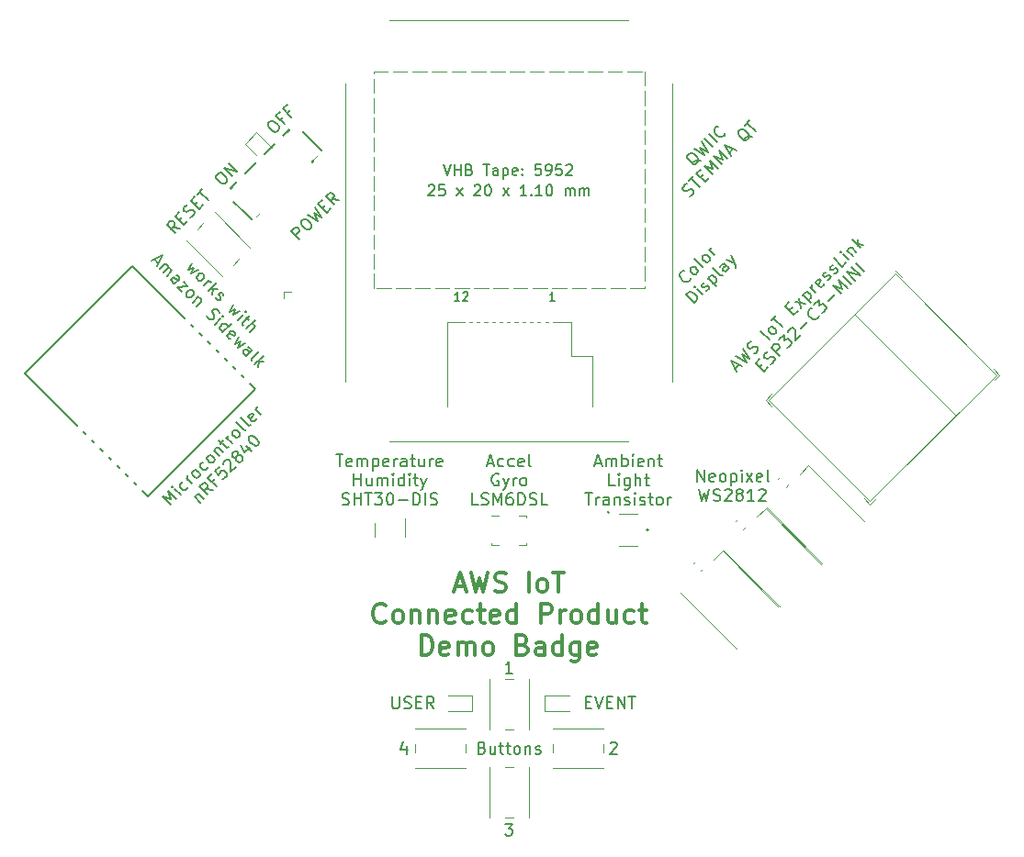
<source format=gto>
G04 #@! TF.GenerationSoftware,KiCad,Pcbnew,7.0.8-7.0.8~ubuntu23.04.1*
G04 #@! TF.CreationDate,2023-11-14T21:47:51+00:00*
G04 #@! TF.ProjectId,demo-badge-2023,64656d6f-2d62-4616-9467-652d32303233,1*
G04 #@! TF.SameCoordinates,Original*
G04 #@! TF.FileFunction,Legend,Top*
G04 #@! TF.FilePolarity,Positive*
%FSLAX46Y46*%
G04 Gerber Fmt 4.6, Leading zero omitted, Abs format (unit mm)*
G04 Created by KiCad (PCBNEW 7.0.8-7.0.8~ubuntu23.04.1) date 2023-11-14 21:47:51*
%MOMM*%
%LPD*%
G01*
G04 APERTURE LIST*
%ADD10C,0.200000*%
%ADD11C,0.300000*%
%ADD12C,0.150000*%
%ADD13C,0.120000*%
%ADD14C,0.100000*%
%ADD15C,0.127000*%
%ADD16R,0.711200X0.990600*%
%ADD17R,0.558800X0.889000*%
%ADD18C,1.000000*%
%ADD19R,0.800000X0.800000*%
%ADD20R,0.990600X0.711200*%
%ADD21C,0.600000*%
%ADD22C,0.990600*%
%ADD23C,0.787400*%
%ADD24C,0.900000*%
%ADD25R,0.250000X0.550000*%
G04 APERTURE END LIST*
D10*
X99672792Y-74380166D02*
X99043130Y-74269049D01*
X99228325Y-74824633D02*
X98450507Y-74046816D01*
X98450507Y-74046816D02*
X98746819Y-73750504D01*
X98746819Y-73750504D02*
X98857935Y-73713465D01*
X98857935Y-73713465D02*
X98932013Y-73713465D01*
X98932013Y-73713465D02*
X99043130Y-73750504D01*
X99043130Y-73750504D02*
X99154247Y-73861621D01*
X99154247Y-73861621D02*
X99191286Y-73972738D01*
X99191286Y-73972738D02*
X99191286Y-74046816D01*
X99191286Y-74046816D02*
X99154247Y-74157932D01*
X99154247Y-74157932D02*
X98857935Y-74454244D01*
X99598714Y-73639387D02*
X99857986Y-73380115D01*
X100376531Y-73676426D02*
X100006142Y-74046816D01*
X100006142Y-74046816D02*
X99228325Y-73268998D01*
X99228325Y-73268998D02*
X99598714Y-72898609D01*
X100635804Y-73343076D02*
X100783959Y-73268998D01*
X100783959Y-73268998D02*
X100969154Y-73083803D01*
X100969154Y-73083803D02*
X101006193Y-72972687D01*
X101006193Y-72972687D02*
X101006193Y-72898609D01*
X101006193Y-72898609D02*
X100969154Y-72787492D01*
X100969154Y-72787492D02*
X100895076Y-72713414D01*
X100895076Y-72713414D02*
X100783959Y-72676375D01*
X100783959Y-72676375D02*
X100709882Y-72676375D01*
X100709882Y-72676375D02*
X100598765Y-72713414D01*
X100598765Y-72713414D02*
X100413570Y-72824531D01*
X100413570Y-72824531D02*
X100302453Y-72861570D01*
X100302453Y-72861570D02*
X100228375Y-72861570D01*
X100228375Y-72861570D02*
X100117259Y-72824531D01*
X100117259Y-72824531D02*
X100043181Y-72750453D01*
X100043181Y-72750453D02*
X100006142Y-72639336D01*
X100006142Y-72639336D02*
X100006142Y-72565259D01*
X100006142Y-72565259D02*
X100043181Y-72454142D01*
X100043181Y-72454142D02*
X100228375Y-72268947D01*
X100228375Y-72268947D02*
X100376531Y-72194869D01*
X101043232Y-72194869D02*
X101302504Y-71935597D01*
X101821049Y-72231908D02*
X101450660Y-72602297D01*
X101450660Y-72602297D02*
X100672843Y-71824480D01*
X100672843Y-71824480D02*
X101043232Y-71454091D01*
X101265465Y-71231857D02*
X101709932Y-70787390D01*
X102265516Y-71787441D02*
X101487699Y-71009624D01*
X107833883Y-64663439D02*
X107982039Y-64515284D01*
X107982039Y-64515284D02*
X108093156Y-64478245D01*
X108093156Y-64478245D02*
X108241311Y-64478245D01*
X108241311Y-64478245D02*
X108426506Y-64589362D01*
X108426506Y-64589362D02*
X108685779Y-64848634D01*
X108685779Y-64848634D02*
X108796895Y-65033829D01*
X108796895Y-65033829D02*
X108796895Y-65181984D01*
X108796895Y-65181984D02*
X108759856Y-65293101D01*
X108759856Y-65293101D02*
X108611701Y-65441257D01*
X108611701Y-65441257D02*
X108500584Y-65478296D01*
X108500584Y-65478296D02*
X108352428Y-65478296D01*
X108352428Y-65478296D02*
X108167234Y-65367179D01*
X108167234Y-65367179D02*
X107907961Y-65107907D01*
X107907961Y-65107907D02*
X107796844Y-64922712D01*
X107796844Y-64922712D02*
X107796844Y-64774556D01*
X107796844Y-64774556D02*
X107833883Y-64663439D01*
X109130246Y-64107855D02*
X108870973Y-64367128D01*
X109278401Y-64774556D02*
X108500584Y-63996739D01*
X108500584Y-63996739D02*
X108870973Y-63626349D01*
X109796946Y-63441155D02*
X109537674Y-63700427D01*
X109945102Y-64107856D02*
X109167284Y-63330038D01*
X109167284Y-63330038D02*
X109537674Y-62959649D01*
X98822419Y-99878253D02*
X98044601Y-99100435D01*
X98044601Y-99100435D02*
X98859458Y-99396747D01*
X98859458Y-99396747D02*
X98563146Y-98581890D01*
X98563146Y-98581890D02*
X99340964Y-99359708D01*
X99711353Y-98989318D02*
X99192808Y-98470773D01*
X98933536Y-98211501D02*
X98933536Y-98285579D01*
X98933536Y-98285579D02*
X99007614Y-98285579D01*
X99007614Y-98285579D02*
X99007614Y-98211501D01*
X99007614Y-98211501D02*
X98933536Y-98211501D01*
X98933536Y-98211501D02*
X99007614Y-98285579D01*
X100378054Y-98248539D02*
X100341015Y-98359656D01*
X100341015Y-98359656D02*
X100192860Y-98507812D01*
X100192860Y-98507812D02*
X100081743Y-98544851D01*
X100081743Y-98544851D02*
X100007665Y-98544851D01*
X100007665Y-98544851D02*
X99896548Y-98507812D01*
X99896548Y-98507812D02*
X99674315Y-98285578D01*
X99674315Y-98285578D02*
X99637276Y-98174462D01*
X99637276Y-98174462D02*
X99637276Y-98100384D01*
X99637276Y-98100384D02*
X99674315Y-97989267D01*
X99674315Y-97989267D02*
X99822470Y-97841111D01*
X99822470Y-97841111D02*
X99933587Y-97804072D01*
X100748443Y-97952228D02*
X100229898Y-97433683D01*
X100378054Y-97581839D02*
X100341015Y-97470722D01*
X100341015Y-97470722D02*
X100341015Y-97396644D01*
X100341015Y-97396644D02*
X100378054Y-97285527D01*
X100378054Y-97285527D02*
X100452132Y-97211450D01*
X101341066Y-97359606D02*
X101229949Y-97396644D01*
X101229949Y-97396644D02*
X101155871Y-97396644D01*
X101155871Y-97396644D02*
X101044755Y-97359606D01*
X101044755Y-97359606D02*
X100822521Y-97137372D01*
X100822521Y-97137372D02*
X100785482Y-97026255D01*
X100785482Y-97026255D02*
X100785482Y-96952177D01*
X100785482Y-96952177D02*
X100822521Y-96841061D01*
X100822521Y-96841061D02*
X100933638Y-96729944D01*
X100933638Y-96729944D02*
X101044755Y-96692905D01*
X101044755Y-96692905D02*
X101118832Y-96692905D01*
X101118832Y-96692905D02*
X101229949Y-96729944D01*
X101229949Y-96729944D02*
X101452183Y-96952177D01*
X101452183Y-96952177D02*
X101489222Y-97063294D01*
X101489222Y-97063294D02*
X101489222Y-97137372D01*
X101489222Y-97137372D02*
X101452183Y-97248489D01*
X101452183Y-97248489D02*
X101341066Y-97359606D01*
X102230000Y-96396594D02*
X102192961Y-96507710D01*
X102192961Y-96507710D02*
X102044806Y-96655866D01*
X102044806Y-96655866D02*
X101933689Y-96692905D01*
X101933689Y-96692905D02*
X101859611Y-96692905D01*
X101859611Y-96692905D02*
X101748494Y-96655866D01*
X101748494Y-96655866D02*
X101526261Y-96433632D01*
X101526261Y-96433632D02*
X101489222Y-96322516D01*
X101489222Y-96322516D02*
X101489222Y-96248438D01*
X101489222Y-96248438D02*
X101526261Y-96137321D01*
X101526261Y-96137321D02*
X101674416Y-95989165D01*
X101674416Y-95989165D02*
X101785533Y-95952126D01*
X102711506Y-95989165D02*
X102600389Y-96026204D01*
X102600389Y-96026204D02*
X102526311Y-96026204D01*
X102526311Y-96026204D02*
X102415195Y-95989165D01*
X102415195Y-95989165D02*
X102192961Y-95766932D01*
X102192961Y-95766932D02*
X102155922Y-95655815D01*
X102155922Y-95655815D02*
X102155922Y-95581737D01*
X102155922Y-95581737D02*
X102192961Y-95470620D01*
X102192961Y-95470620D02*
X102304078Y-95359504D01*
X102304078Y-95359504D02*
X102415195Y-95322465D01*
X102415195Y-95322465D02*
X102489273Y-95322465D01*
X102489273Y-95322465D02*
X102600389Y-95359504D01*
X102600389Y-95359504D02*
X102822623Y-95581737D01*
X102822623Y-95581737D02*
X102859662Y-95692854D01*
X102859662Y-95692854D02*
X102859662Y-95766932D01*
X102859662Y-95766932D02*
X102822623Y-95878049D01*
X102822623Y-95878049D02*
X102711506Y-95989165D01*
X102785584Y-94877998D02*
X103304129Y-95396543D01*
X102859662Y-94952076D02*
X102859662Y-94877998D01*
X102859662Y-94877998D02*
X102896701Y-94766881D01*
X102896701Y-94766881D02*
X103007817Y-94655764D01*
X103007817Y-94655764D02*
X103118934Y-94618725D01*
X103118934Y-94618725D02*
X103230051Y-94655764D01*
X103230051Y-94655764D02*
X103637479Y-95063192D01*
X103378207Y-94285375D02*
X103674518Y-93989064D01*
X103230051Y-93914986D02*
X103896752Y-94581686D01*
X103896752Y-94581686D02*
X104007868Y-94618725D01*
X104007868Y-94618725D02*
X104118985Y-94581686D01*
X104118985Y-94581686D02*
X104193063Y-94507608D01*
X104452335Y-94248336D02*
X103933790Y-93729791D01*
X104081946Y-93877947D02*
X104044907Y-93766830D01*
X104044907Y-93766830D02*
X104044907Y-93692752D01*
X104044907Y-93692752D02*
X104081946Y-93581636D01*
X104081946Y-93581636D02*
X104156024Y-93507558D01*
X105044958Y-93655714D02*
X104933841Y-93692753D01*
X104933841Y-93692753D02*
X104859763Y-93692753D01*
X104859763Y-93692753D02*
X104748646Y-93655714D01*
X104748646Y-93655714D02*
X104526413Y-93433480D01*
X104526413Y-93433480D02*
X104489374Y-93322363D01*
X104489374Y-93322363D02*
X104489374Y-93248286D01*
X104489374Y-93248286D02*
X104526413Y-93137169D01*
X104526413Y-93137169D02*
X104637530Y-93026052D01*
X104637530Y-93026052D02*
X104748646Y-92989013D01*
X104748646Y-92989013D02*
X104822724Y-92989013D01*
X104822724Y-92989013D02*
X104933841Y-93026052D01*
X104933841Y-93026052D02*
X105156075Y-93248286D01*
X105156075Y-93248286D02*
X105193113Y-93359402D01*
X105193113Y-93359402D02*
X105193113Y-93433480D01*
X105193113Y-93433480D02*
X105156075Y-93544597D01*
X105156075Y-93544597D02*
X105044958Y-93655714D01*
X105748697Y-92951974D02*
X105637581Y-92989013D01*
X105637581Y-92989013D02*
X105526464Y-92951974D01*
X105526464Y-92951974D02*
X104859763Y-92285274D01*
X106156125Y-92544546D02*
X106045008Y-92581585D01*
X106045008Y-92581585D02*
X105933892Y-92544546D01*
X105933892Y-92544546D02*
X105267191Y-91877846D01*
X106711709Y-91914885D02*
X106674670Y-92026002D01*
X106674670Y-92026002D02*
X106526514Y-92174157D01*
X106526514Y-92174157D02*
X106415397Y-92211196D01*
X106415397Y-92211196D02*
X106304281Y-92174157D01*
X106304281Y-92174157D02*
X106007969Y-91877846D01*
X106007969Y-91877846D02*
X105970930Y-91766729D01*
X105970930Y-91766729D02*
X106007969Y-91655612D01*
X106007969Y-91655612D02*
X106156125Y-91507457D01*
X106156125Y-91507457D02*
X106267242Y-91470418D01*
X106267242Y-91470418D02*
X106378358Y-91507457D01*
X106378358Y-91507457D02*
X106452436Y-91581535D01*
X106452436Y-91581535D02*
X106156125Y-92026002D01*
X107119137Y-91581535D02*
X106600592Y-91062990D01*
X106748748Y-91211145D02*
X106711709Y-91100029D01*
X106711709Y-91100029D02*
X106711709Y-91025951D01*
X106711709Y-91025951D02*
X106748748Y-90914834D01*
X106748748Y-90914834D02*
X106822825Y-90840756D01*
X101019196Y-99148957D02*
X101537741Y-99667502D01*
X101093274Y-99223035D02*
X101093274Y-99148957D01*
X101093274Y-99148957D02*
X101130313Y-99037840D01*
X101130313Y-99037840D02*
X101241430Y-98926724D01*
X101241430Y-98926724D02*
X101352547Y-98889685D01*
X101352547Y-98889685D02*
X101463664Y-98926724D01*
X101463664Y-98926724D02*
X101871092Y-99334152D01*
X102685948Y-98519296D02*
X102056286Y-98408179D01*
X102241481Y-98963763D02*
X101463663Y-98185945D01*
X101463663Y-98185945D02*
X101759975Y-97889634D01*
X101759975Y-97889634D02*
X101871092Y-97852595D01*
X101871092Y-97852595D02*
X101945169Y-97852595D01*
X101945169Y-97852595D02*
X102056286Y-97889634D01*
X102056286Y-97889634D02*
X102167403Y-98000751D01*
X102167403Y-98000751D02*
X102204442Y-98111867D01*
X102204442Y-98111867D02*
X102204442Y-98185945D01*
X102204442Y-98185945D02*
X102167403Y-98297062D01*
X102167403Y-98297062D02*
X101871092Y-98593373D01*
X102871143Y-97519244D02*
X102611870Y-97778517D01*
X103019298Y-98185945D02*
X102241481Y-97408128D01*
X102241481Y-97408128D02*
X102611870Y-97037738D01*
X103278571Y-96371038D02*
X102908181Y-96741427D01*
X102908181Y-96741427D02*
X103241532Y-97148855D01*
X103241532Y-97148855D02*
X103241532Y-97074777D01*
X103241532Y-97074777D02*
X103278571Y-96963661D01*
X103278571Y-96963661D02*
X103463765Y-96778466D01*
X103463765Y-96778466D02*
X103574882Y-96741427D01*
X103574882Y-96741427D02*
X103648960Y-96741427D01*
X103648960Y-96741427D02*
X103760077Y-96778466D01*
X103760077Y-96778466D02*
X103945271Y-96963661D01*
X103945271Y-96963661D02*
X103982310Y-97074777D01*
X103982310Y-97074777D02*
X103982310Y-97148855D01*
X103982310Y-97148855D02*
X103945271Y-97259972D01*
X103945271Y-97259972D02*
X103760077Y-97445167D01*
X103760077Y-97445167D02*
X103648960Y-97482206D01*
X103648960Y-97482206D02*
X103574882Y-97482206D01*
X103685999Y-96111765D02*
X103685999Y-96037688D01*
X103685999Y-96037688D02*
X103723038Y-95926571D01*
X103723038Y-95926571D02*
X103908232Y-95741376D01*
X103908232Y-95741376D02*
X104019349Y-95704337D01*
X104019349Y-95704337D02*
X104093427Y-95704337D01*
X104093427Y-95704337D02*
X104204544Y-95741376D01*
X104204544Y-95741376D02*
X104278622Y-95815454D01*
X104278622Y-95815454D02*
X104352700Y-95963610D01*
X104352700Y-95963610D02*
X104352700Y-96852544D01*
X104352700Y-96852544D02*
X104834206Y-96371038D01*
X104834206Y-95482104D02*
X104723089Y-95519143D01*
X104723089Y-95519143D02*
X104649011Y-95519143D01*
X104649011Y-95519143D02*
X104537894Y-95482104D01*
X104537894Y-95482104D02*
X104500855Y-95445065D01*
X104500855Y-95445065D02*
X104463816Y-95333948D01*
X104463816Y-95333948D02*
X104463816Y-95259870D01*
X104463816Y-95259870D02*
X104500855Y-95148753D01*
X104500855Y-95148753D02*
X104649011Y-95000598D01*
X104649011Y-95000598D02*
X104760128Y-94963559D01*
X104760128Y-94963559D02*
X104834206Y-94963559D01*
X104834206Y-94963559D02*
X104945322Y-95000598D01*
X104945322Y-95000598D02*
X104982361Y-95037637D01*
X104982361Y-95037637D02*
X105019400Y-95148753D01*
X105019400Y-95148753D02*
X105019400Y-95222831D01*
X105019400Y-95222831D02*
X104982361Y-95333948D01*
X104982361Y-95333948D02*
X104834206Y-95482104D01*
X104834206Y-95482104D02*
X104797167Y-95593220D01*
X104797167Y-95593220D02*
X104797167Y-95667298D01*
X104797167Y-95667298D02*
X104834206Y-95778415D01*
X104834206Y-95778415D02*
X104982361Y-95926571D01*
X104982361Y-95926571D02*
X105093478Y-95963610D01*
X105093478Y-95963610D02*
X105167556Y-95963610D01*
X105167556Y-95963610D02*
X105278673Y-95926571D01*
X105278673Y-95926571D02*
X105426828Y-95778415D01*
X105426828Y-95778415D02*
X105463867Y-95667298D01*
X105463867Y-95667298D02*
X105463867Y-95593220D01*
X105463867Y-95593220D02*
X105426828Y-95482104D01*
X105426828Y-95482104D02*
X105278673Y-95333948D01*
X105278673Y-95333948D02*
X105167556Y-95296909D01*
X105167556Y-95296909D02*
X105093478Y-95296909D01*
X105093478Y-95296909D02*
X104982361Y-95333948D01*
X105723140Y-94445014D02*
X106241685Y-94963559D01*
X105241634Y-94333897D02*
X105612023Y-95074676D01*
X105612023Y-95074676D02*
X106093529Y-94593169D01*
X106019451Y-93630157D02*
X106093529Y-93556080D01*
X106093529Y-93556080D02*
X106204646Y-93519041D01*
X106204646Y-93519041D02*
X106278724Y-93519041D01*
X106278724Y-93519041D02*
X106389840Y-93556080D01*
X106389840Y-93556080D02*
X106575035Y-93667196D01*
X106575035Y-93667196D02*
X106760230Y-93852391D01*
X106760230Y-93852391D02*
X106871346Y-94037586D01*
X106871346Y-94037586D02*
X106908385Y-94148702D01*
X106908385Y-94148702D02*
X106908385Y-94222780D01*
X106908385Y-94222780D02*
X106871346Y-94333897D01*
X106871346Y-94333897D02*
X106797269Y-94407975D01*
X106797269Y-94407975D02*
X106686152Y-94445014D01*
X106686152Y-94445014D02*
X106612074Y-94445014D01*
X106612074Y-94445014D02*
X106500957Y-94407975D01*
X106500957Y-94407975D02*
X106315763Y-94296858D01*
X106315763Y-94296858D02*
X106130568Y-94111663D01*
X106130568Y-94111663D02*
X106019451Y-93926469D01*
X106019451Y-93926469D02*
X105982412Y-93815352D01*
X105982412Y-93815352D02*
X105982412Y-93741274D01*
X105982412Y-93741274D02*
X106019451Y-93630157D01*
X110706091Y-75396867D02*
X109928273Y-74619049D01*
X109928273Y-74619049D02*
X110224585Y-74322738D01*
X110224585Y-74322738D02*
X110335702Y-74285699D01*
X110335702Y-74285699D02*
X110409779Y-74285699D01*
X110409779Y-74285699D02*
X110520896Y-74322738D01*
X110520896Y-74322738D02*
X110632013Y-74433855D01*
X110632013Y-74433855D02*
X110669052Y-74544971D01*
X110669052Y-74544971D02*
X110669052Y-74619049D01*
X110669052Y-74619049D02*
X110632013Y-74730166D01*
X110632013Y-74730166D02*
X110335702Y-75026477D01*
X110854246Y-73693076D02*
X111002402Y-73544920D01*
X111002402Y-73544920D02*
X111113519Y-73507881D01*
X111113519Y-73507881D02*
X111261675Y-73507881D01*
X111261675Y-73507881D02*
X111446869Y-73618998D01*
X111446869Y-73618998D02*
X111706142Y-73878271D01*
X111706142Y-73878271D02*
X111817259Y-74063465D01*
X111817259Y-74063465D02*
X111817259Y-74211621D01*
X111817259Y-74211621D02*
X111780220Y-74322738D01*
X111780220Y-74322738D02*
X111632064Y-74470894D01*
X111632064Y-74470894D02*
X111520947Y-74507932D01*
X111520947Y-74507932D02*
X111372791Y-74507932D01*
X111372791Y-74507932D02*
X111187597Y-74396816D01*
X111187597Y-74396816D02*
X110928324Y-74137543D01*
X110928324Y-74137543D02*
X110817208Y-73952349D01*
X110817208Y-73952349D02*
X110817208Y-73804193D01*
X110817208Y-73804193D02*
X110854246Y-73693076D01*
X111446869Y-73100453D02*
X112409881Y-73693076D01*
X112409881Y-73693076D02*
X112002453Y-72989336D01*
X112002453Y-72989336D02*
X112706193Y-73396765D01*
X112706193Y-73396765D02*
X112113570Y-72433753D01*
X112780271Y-72507830D02*
X113039543Y-72248558D01*
X113558088Y-72544869D02*
X113187699Y-72915259D01*
X113187699Y-72915259D02*
X112409882Y-72137441D01*
X112409882Y-72137441D02*
X112780271Y-71767052D01*
X114335906Y-71767052D02*
X113706244Y-71655935D01*
X113891439Y-72211519D02*
X113113621Y-71433702D01*
X113113621Y-71433702D02*
X113409932Y-71137390D01*
X113409932Y-71137390D02*
X113521049Y-71100351D01*
X113521049Y-71100351D02*
X113595127Y-71100351D01*
X113595127Y-71100351D02*
X113706244Y-71137390D01*
X113706244Y-71137390D02*
X113817361Y-71248507D01*
X113817361Y-71248507D02*
X113854400Y-71359624D01*
X113854400Y-71359624D02*
X113854400Y-71433702D01*
X113854400Y-71433702D02*
X113817361Y-71544818D01*
X113817361Y-71544818D02*
X113521049Y-71841130D01*
X147692960Y-68105868D02*
X147581843Y-68142907D01*
X147581843Y-68142907D02*
X147433687Y-68142907D01*
X147433687Y-68142907D02*
X147211453Y-68142907D01*
X147211453Y-68142907D02*
X147100337Y-68179946D01*
X147100337Y-68179946D02*
X147026259Y-68254023D01*
X147248492Y-68402179D02*
X147137376Y-68439218D01*
X147137376Y-68439218D02*
X146989220Y-68439218D01*
X146989220Y-68439218D02*
X146804025Y-68328101D01*
X146804025Y-68328101D02*
X146544753Y-68068829D01*
X146544753Y-68068829D02*
X146433636Y-67883634D01*
X146433636Y-67883634D02*
X146433636Y-67735478D01*
X146433636Y-67735478D02*
X146470675Y-67624362D01*
X146470675Y-67624362D02*
X146618831Y-67476206D01*
X146618831Y-67476206D02*
X146729947Y-67439167D01*
X146729947Y-67439167D02*
X146878103Y-67439167D01*
X146878103Y-67439167D02*
X147063298Y-67550284D01*
X147063298Y-67550284D02*
X147322570Y-67809556D01*
X147322570Y-67809556D02*
X147433687Y-67994751D01*
X147433687Y-67994751D02*
X147433687Y-68142907D01*
X147433687Y-68142907D02*
X147396648Y-68254023D01*
X147396648Y-68254023D02*
X147248492Y-68402179D01*
X147063298Y-67031739D02*
X148026310Y-67624362D01*
X148026310Y-67624362D02*
X147618882Y-66920622D01*
X147618882Y-66920622D02*
X148322621Y-67328050D01*
X148322621Y-67328050D02*
X147729998Y-66365038D01*
X148804127Y-66846544D02*
X148026310Y-66068727D01*
X149174517Y-66476154D02*
X148396700Y-65698337D01*
X149915296Y-65587220D02*
X149915296Y-65661298D01*
X149915296Y-65661298D02*
X149841218Y-65809453D01*
X149841218Y-65809453D02*
X149767140Y-65883531D01*
X149767140Y-65883531D02*
X149618985Y-65957609D01*
X149618985Y-65957609D02*
X149470829Y-65957609D01*
X149470829Y-65957609D02*
X149359712Y-65920570D01*
X149359712Y-65920570D02*
X149174517Y-65809453D01*
X149174517Y-65809453D02*
X149063401Y-65698337D01*
X149063401Y-65698337D02*
X148952284Y-65513142D01*
X148952284Y-65513142D02*
X148915245Y-65402025D01*
X148915245Y-65402025D02*
X148915245Y-65253870D01*
X148915245Y-65253870D02*
X148989323Y-65105714D01*
X148989323Y-65105714D02*
X149063401Y-65031636D01*
X149063401Y-65031636D02*
X149211556Y-64957558D01*
X149211556Y-64957558D02*
X149285634Y-64957558D01*
X146648833Y-71432333D02*
X146796988Y-71358255D01*
X146796988Y-71358255D02*
X146982183Y-71173060D01*
X146982183Y-71173060D02*
X147019222Y-71061944D01*
X147019222Y-71061944D02*
X147019222Y-70987866D01*
X147019222Y-70987866D02*
X146982183Y-70876749D01*
X146982183Y-70876749D02*
X146908105Y-70802671D01*
X146908105Y-70802671D02*
X146796988Y-70765632D01*
X146796988Y-70765632D02*
X146722911Y-70765632D01*
X146722911Y-70765632D02*
X146611794Y-70802671D01*
X146611794Y-70802671D02*
X146426599Y-70913788D01*
X146426599Y-70913788D02*
X146315482Y-70950827D01*
X146315482Y-70950827D02*
X146241405Y-70950827D01*
X146241405Y-70950827D02*
X146130288Y-70913788D01*
X146130288Y-70913788D02*
X146056210Y-70839710D01*
X146056210Y-70839710D02*
X146019171Y-70728593D01*
X146019171Y-70728593D02*
X146019171Y-70654516D01*
X146019171Y-70654516D02*
X146056210Y-70543399D01*
X146056210Y-70543399D02*
X146241405Y-70358204D01*
X146241405Y-70358204D02*
X146389560Y-70284126D01*
X146574755Y-70024854D02*
X147019222Y-69580387D01*
X147574806Y-70580438D02*
X146796988Y-69802620D01*
X147648884Y-69691504D02*
X147908156Y-69432231D01*
X148426701Y-69728543D02*
X148056312Y-70098932D01*
X148056312Y-70098932D02*
X147278494Y-69321114D01*
X147278494Y-69321114D02*
X147648884Y-68950725D01*
X148760051Y-69395192D02*
X147982234Y-68617375D01*
X147982234Y-68617375D02*
X148797090Y-68913686D01*
X148797090Y-68913686D02*
X148500779Y-68098830D01*
X148500779Y-68098830D02*
X149278596Y-68876647D01*
X149648986Y-68506258D02*
X148871168Y-67728440D01*
X148871168Y-67728440D02*
X149686025Y-68024752D01*
X149686025Y-68024752D02*
X149389713Y-67209896D01*
X149389713Y-67209896D02*
X150167531Y-67987713D01*
X150278647Y-67432129D02*
X150649037Y-67061740D01*
X150426803Y-67728440D02*
X149908258Y-66691350D01*
X149908258Y-66691350D02*
X150945348Y-67209895D01*
X152389866Y-65913533D02*
X152278749Y-65950572D01*
X152278749Y-65950572D02*
X152130594Y-65950572D01*
X152130594Y-65950572D02*
X151908360Y-65950572D01*
X151908360Y-65950572D02*
X151797243Y-65987611D01*
X151797243Y-65987611D02*
X151723165Y-66061689D01*
X151945399Y-66209845D02*
X151834282Y-66246884D01*
X151834282Y-66246884D02*
X151686126Y-66246884D01*
X151686126Y-66246884D02*
X151500932Y-66135767D01*
X151500932Y-66135767D02*
X151241659Y-65876494D01*
X151241659Y-65876494D02*
X151130542Y-65691300D01*
X151130542Y-65691300D02*
X151130542Y-65543144D01*
X151130542Y-65543144D02*
X151167581Y-65432027D01*
X151167581Y-65432027D02*
X151315737Y-65283871D01*
X151315737Y-65283871D02*
X151426854Y-65246833D01*
X151426854Y-65246833D02*
X151575010Y-65246833D01*
X151575010Y-65246833D02*
X151760204Y-65357949D01*
X151760204Y-65357949D02*
X152019477Y-65617222D01*
X152019477Y-65617222D02*
X152130594Y-65802416D01*
X152130594Y-65802416D02*
X152130594Y-65950572D01*
X152130594Y-65950572D02*
X152093555Y-66061689D01*
X152093555Y-66061689D02*
X151945399Y-66209845D01*
X151723165Y-64876443D02*
X152167632Y-64431976D01*
X152723216Y-65432027D02*
X151945399Y-64654210D01*
X130314286Y-115426480D02*
X129685714Y-115426480D01*
X130000000Y-115426480D02*
X130000000Y-114326480D01*
X130000000Y-114326480D02*
X129895238Y-114483623D01*
X129895238Y-114483623D02*
X129790476Y-114588385D01*
X129790476Y-114588385D02*
X129685714Y-114640766D01*
X103043155Y-69454167D02*
X103191311Y-69306012D01*
X103191311Y-69306012D02*
X103302428Y-69268973D01*
X103302428Y-69268973D02*
X103450583Y-69268973D01*
X103450583Y-69268973D02*
X103635778Y-69380090D01*
X103635778Y-69380090D02*
X103895051Y-69639362D01*
X103895051Y-69639362D02*
X104006167Y-69824557D01*
X104006167Y-69824557D02*
X104006167Y-69972712D01*
X104006167Y-69972712D02*
X103969128Y-70083829D01*
X103969128Y-70083829D02*
X103820973Y-70231985D01*
X103820973Y-70231985D02*
X103709856Y-70269024D01*
X103709856Y-70269024D02*
X103561700Y-70269024D01*
X103561700Y-70269024D02*
X103376506Y-70157907D01*
X103376506Y-70157907D02*
X103117233Y-69898635D01*
X103117233Y-69898635D02*
X103006116Y-69713440D01*
X103006116Y-69713440D02*
X103006116Y-69565284D01*
X103006116Y-69565284D02*
X103043155Y-69454167D01*
X104487673Y-69565284D02*
X103709856Y-68787467D01*
X103709856Y-68787467D02*
X104932141Y-69120817D01*
X104932141Y-69120817D02*
X104154323Y-68343000D01*
X119242882Y-117600080D02*
X119242882Y-118490557D01*
X119242882Y-118490557D02*
X119295263Y-118595319D01*
X119295263Y-118595319D02*
X119347644Y-118647700D01*
X119347644Y-118647700D02*
X119452406Y-118700080D01*
X119452406Y-118700080D02*
X119661930Y-118700080D01*
X119661930Y-118700080D02*
X119766692Y-118647700D01*
X119766692Y-118647700D02*
X119819073Y-118595319D01*
X119819073Y-118595319D02*
X119871454Y-118490557D01*
X119871454Y-118490557D02*
X119871454Y-117600080D01*
X120342882Y-118647700D02*
X120500025Y-118700080D01*
X120500025Y-118700080D02*
X120761930Y-118700080D01*
X120761930Y-118700080D02*
X120866692Y-118647700D01*
X120866692Y-118647700D02*
X120919073Y-118595319D01*
X120919073Y-118595319D02*
X120971454Y-118490557D01*
X120971454Y-118490557D02*
X120971454Y-118385795D01*
X120971454Y-118385795D02*
X120919073Y-118281033D01*
X120919073Y-118281033D02*
X120866692Y-118228652D01*
X120866692Y-118228652D02*
X120761930Y-118176271D01*
X120761930Y-118176271D02*
X120552406Y-118123890D01*
X120552406Y-118123890D02*
X120447644Y-118071509D01*
X120447644Y-118071509D02*
X120395263Y-118019128D01*
X120395263Y-118019128D02*
X120342882Y-117914366D01*
X120342882Y-117914366D02*
X120342882Y-117809604D01*
X120342882Y-117809604D02*
X120395263Y-117704842D01*
X120395263Y-117704842D02*
X120447644Y-117652461D01*
X120447644Y-117652461D02*
X120552406Y-117600080D01*
X120552406Y-117600080D02*
X120814311Y-117600080D01*
X120814311Y-117600080D02*
X120971454Y-117652461D01*
X121442882Y-118123890D02*
X121809549Y-118123890D01*
X121966692Y-118700080D02*
X121442882Y-118700080D01*
X121442882Y-118700080D02*
X121442882Y-117600080D01*
X121442882Y-117600080D02*
X121966692Y-117600080D01*
X123066692Y-118700080D02*
X122700025Y-118176271D01*
X122438120Y-118700080D02*
X122438120Y-117600080D01*
X122438120Y-117600080D02*
X122857168Y-117600080D01*
X122857168Y-117600080D02*
X122961930Y-117652461D01*
X122961930Y-117652461D02*
X123014311Y-117704842D01*
X123014311Y-117704842D02*
X123066692Y-117809604D01*
X123066692Y-117809604D02*
X123066692Y-117966747D01*
X123066692Y-117966747D02*
X123014311Y-118071509D01*
X123014311Y-118071509D02*
X122961930Y-118123890D01*
X122961930Y-118123890D02*
X122857168Y-118176271D01*
X122857168Y-118176271D02*
X122438120Y-118176271D01*
X128035714Y-96040795D02*
X128559524Y-96040795D01*
X127930952Y-96355080D02*
X128297619Y-95255080D01*
X128297619Y-95255080D02*
X128664286Y-96355080D01*
X129502381Y-96302700D02*
X129397619Y-96355080D01*
X129397619Y-96355080D02*
X129188095Y-96355080D01*
X129188095Y-96355080D02*
X129083333Y-96302700D01*
X129083333Y-96302700D02*
X129030952Y-96250319D01*
X129030952Y-96250319D02*
X128978571Y-96145557D01*
X128978571Y-96145557D02*
X128978571Y-95831271D01*
X128978571Y-95831271D02*
X129030952Y-95726509D01*
X129030952Y-95726509D02*
X129083333Y-95674128D01*
X129083333Y-95674128D02*
X129188095Y-95621747D01*
X129188095Y-95621747D02*
X129397619Y-95621747D01*
X129397619Y-95621747D02*
X129502381Y-95674128D01*
X130445238Y-96302700D02*
X130340476Y-96355080D01*
X130340476Y-96355080D02*
X130130952Y-96355080D01*
X130130952Y-96355080D02*
X130026190Y-96302700D01*
X130026190Y-96302700D02*
X129973809Y-96250319D01*
X129973809Y-96250319D02*
X129921428Y-96145557D01*
X129921428Y-96145557D02*
X129921428Y-95831271D01*
X129921428Y-95831271D02*
X129973809Y-95726509D01*
X129973809Y-95726509D02*
X130026190Y-95674128D01*
X130026190Y-95674128D02*
X130130952Y-95621747D01*
X130130952Y-95621747D02*
X130340476Y-95621747D01*
X130340476Y-95621747D02*
X130445238Y-95674128D01*
X131335714Y-96302700D02*
X131230952Y-96355080D01*
X131230952Y-96355080D02*
X131021428Y-96355080D01*
X131021428Y-96355080D02*
X130916666Y-96302700D01*
X130916666Y-96302700D02*
X130864285Y-96197938D01*
X130864285Y-96197938D02*
X130864285Y-95778890D01*
X130864285Y-95778890D02*
X130916666Y-95674128D01*
X130916666Y-95674128D02*
X131021428Y-95621747D01*
X131021428Y-95621747D02*
X131230952Y-95621747D01*
X131230952Y-95621747D02*
X131335714Y-95674128D01*
X131335714Y-95674128D02*
X131388095Y-95778890D01*
X131388095Y-95778890D02*
X131388095Y-95883652D01*
X131388095Y-95883652D02*
X130864285Y-95988414D01*
X132016666Y-96355080D02*
X131911904Y-96302700D01*
X131911904Y-96302700D02*
X131859523Y-96197938D01*
X131859523Y-96197938D02*
X131859523Y-95255080D01*
X129030953Y-97078461D02*
X128926191Y-97026080D01*
X128926191Y-97026080D02*
X128769048Y-97026080D01*
X128769048Y-97026080D02*
X128611905Y-97078461D01*
X128611905Y-97078461D02*
X128507143Y-97183223D01*
X128507143Y-97183223D02*
X128454762Y-97287985D01*
X128454762Y-97287985D02*
X128402381Y-97497509D01*
X128402381Y-97497509D02*
X128402381Y-97654652D01*
X128402381Y-97654652D02*
X128454762Y-97864176D01*
X128454762Y-97864176D02*
X128507143Y-97968938D01*
X128507143Y-97968938D02*
X128611905Y-98073700D01*
X128611905Y-98073700D02*
X128769048Y-98126080D01*
X128769048Y-98126080D02*
X128873810Y-98126080D01*
X128873810Y-98126080D02*
X129030953Y-98073700D01*
X129030953Y-98073700D02*
X129083334Y-98021319D01*
X129083334Y-98021319D02*
X129083334Y-97654652D01*
X129083334Y-97654652D02*
X128873810Y-97654652D01*
X129450000Y-97392747D02*
X129711905Y-98126080D01*
X129973810Y-97392747D02*
X129711905Y-98126080D01*
X129711905Y-98126080D02*
X129607143Y-98387985D01*
X129607143Y-98387985D02*
X129554762Y-98440366D01*
X129554762Y-98440366D02*
X129450000Y-98492747D01*
X130392857Y-98126080D02*
X130392857Y-97392747D01*
X130392857Y-97602271D02*
X130445238Y-97497509D01*
X130445238Y-97497509D02*
X130497619Y-97445128D01*
X130497619Y-97445128D02*
X130602381Y-97392747D01*
X130602381Y-97392747D02*
X130707143Y-97392747D01*
X131230952Y-98126080D02*
X131126190Y-98073700D01*
X131126190Y-98073700D02*
X131073809Y-98021319D01*
X131073809Y-98021319D02*
X131021428Y-97916557D01*
X131021428Y-97916557D02*
X131021428Y-97602271D01*
X131021428Y-97602271D02*
X131073809Y-97497509D01*
X131073809Y-97497509D02*
X131126190Y-97445128D01*
X131126190Y-97445128D02*
X131230952Y-97392747D01*
X131230952Y-97392747D02*
X131388095Y-97392747D01*
X131388095Y-97392747D02*
X131492857Y-97445128D01*
X131492857Y-97445128D02*
X131545238Y-97497509D01*
X131545238Y-97497509D02*
X131597619Y-97602271D01*
X131597619Y-97602271D02*
X131597619Y-97916557D01*
X131597619Y-97916557D02*
X131545238Y-98021319D01*
X131545238Y-98021319D02*
X131492857Y-98073700D01*
X131492857Y-98073700D02*
X131388095Y-98126080D01*
X131388095Y-98126080D02*
X131230952Y-98126080D01*
X127145238Y-99897080D02*
X126621428Y-99897080D01*
X126621428Y-99897080D02*
X126621428Y-98797080D01*
X127459523Y-99844700D02*
X127616666Y-99897080D01*
X127616666Y-99897080D02*
X127878571Y-99897080D01*
X127878571Y-99897080D02*
X127983333Y-99844700D01*
X127983333Y-99844700D02*
X128035714Y-99792319D01*
X128035714Y-99792319D02*
X128088095Y-99687557D01*
X128088095Y-99687557D02*
X128088095Y-99582795D01*
X128088095Y-99582795D02*
X128035714Y-99478033D01*
X128035714Y-99478033D02*
X127983333Y-99425652D01*
X127983333Y-99425652D02*
X127878571Y-99373271D01*
X127878571Y-99373271D02*
X127669047Y-99320890D01*
X127669047Y-99320890D02*
X127564285Y-99268509D01*
X127564285Y-99268509D02*
X127511904Y-99216128D01*
X127511904Y-99216128D02*
X127459523Y-99111366D01*
X127459523Y-99111366D02*
X127459523Y-99006604D01*
X127459523Y-99006604D02*
X127511904Y-98901842D01*
X127511904Y-98901842D02*
X127564285Y-98849461D01*
X127564285Y-98849461D02*
X127669047Y-98797080D01*
X127669047Y-98797080D02*
X127930952Y-98797080D01*
X127930952Y-98797080D02*
X128088095Y-98849461D01*
X128559523Y-99897080D02*
X128559523Y-98797080D01*
X128559523Y-98797080D02*
X128926190Y-99582795D01*
X128926190Y-99582795D02*
X129292857Y-98797080D01*
X129292857Y-98797080D02*
X129292857Y-99897080D01*
X130288095Y-98797080D02*
X130078571Y-98797080D01*
X130078571Y-98797080D02*
X129973809Y-98849461D01*
X129973809Y-98849461D02*
X129921428Y-98901842D01*
X129921428Y-98901842D02*
X129816666Y-99058985D01*
X129816666Y-99058985D02*
X129764285Y-99268509D01*
X129764285Y-99268509D02*
X129764285Y-99687557D01*
X129764285Y-99687557D02*
X129816666Y-99792319D01*
X129816666Y-99792319D02*
X129869047Y-99844700D01*
X129869047Y-99844700D02*
X129973809Y-99897080D01*
X129973809Y-99897080D02*
X130183333Y-99897080D01*
X130183333Y-99897080D02*
X130288095Y-99844700D01*
X130288095Y-99844700D02*
X130340476Y-99792319D01*
X130340476Y-99792319D02*
X130392857Y-99687557D01*
X130392857Y-99687557D02*
X130392857Y-99425652D01*
X130392857Y-99425652D02*
X130340476Y-99320890D01*
X130340476Y-99320890D02*
X130288095Y-99268509D01*
X130288095Y-99268509D02*
X130183333Y-99216128D01*
X130183333Y-99216128D02*
X129973809Y-99216128D01*
X129973809Y-99216128D02*
X129869047Y-99268509D01*
X129869047Y-99268509D02*
X129816666Y-99320890D01*
X129816666Y-99320890D02*
X129764285Y-99425652D01*
X130864285Y-99897080D02*
X130864285Y-98797080D01*
X130864285Y-98797080D02*
X131126190Y-98797080D01*
X131126190Y-98797080D02*
X131283333Y-98849461D01*
X131283333Y-98849461D02*
X131388095Y-98954223D01*
X131388095Y-98954223D02*
X131440476Y-99058985D01*
X131440476Y-99058985D02*
X131492857Y-99268509D01*
X131492857Y-99268509D02*
X131492857Y-99425652D01*
X131492857Y-99425652D02*
X131440476Y-99635176D01*
X131440476Y-99635176D02*
X131388095Y-99739938D01*
X131388095Y-99739938D02*
X131283333Y-99844700D01*
X131283333Y-99844700D02*
X131126190Y-99897080D01*
X131126190Y-99897080D02*
X130864285Y-99897080D01*
X131911904Y-99844700D02*
X132069047Y-99897080D01*
X132069047Y-99897080D02*
X132330952Y-99897080D01*
X132330952Y-99897080D02*
X132435714Y-99844700D01*
X132435714Y-99844700D02*
X132488095Y-99792319D01*
X132488095Y-99792319D02*
X132540476Y-99687557D01*
X132540476Y-99687557D02*
X132540476Y-99582795D01*
X132540476Y-99582795D02*
X132488095Y-99478033D01*
X132488095Y-99478033D02*
X132435714Y-99425652D01*
X132435714Y-99425652D02*
X132330952Y-99373271D01*
X132330952Y-99373271D02*
X132121428Y-99320890D01*
X132121428Y-99320890D02*
X132016666Y-99268509D01*
X132016666Y-99268509D02*
X131964285Y-99216128D01*
X131964285Y-99216128D02*
X131911904Y-99111366D01*
X131911904Y-99111366D02*
X131911904Y-99006604D01*
X131911904Y-99006604D02*
X131964285Y-98901842D01*
X131964285Y-98901842D02*
X132016666Y-98849461D01*
X132016666Y-98849461D02*
X132121428Y-98797080D01*
X132121428Y-98797080D02*
X132383333Y-98797080D01*
X132383333Y-98797080D02*
X132540476Y-98849461D01*
X133535714Y-99897080D02*
X133011904Y-99897080D01*
X133011904Y-99897080D02*
X133011904Y-98797080D01*
X150838992Y-87317213D02*
X151209381Y-86946823D01*
X150987147Y-87613524D02*
X150468602Y-86576434D01*
X150468602Y-86576434D02*
X151505692Y-87094979D01*
X150913069Y-86131967D02*
X151876082Y-86724590D01*
X151876082Y-86724590D02*
X151468653Y-86020850D01*
X151468653Y-86020850D02*
X152172393Y-86428279D01*
X152172393Y-86428279D02*
X151579770Y-85465267D01*
X152579821Y-85946772D02*
X152727977Y-85872695D01*
X152727977Y-85872695D02*
X152913172Y-85687500D01*
X152913172Y-85687500D02*
X152950210Y-85576383D01*
X152950210Y-85576383D02*
X152950210Y-85502305D01*
X152950210Y-85502305D02*
X152913172Y-85391189D01*
X152913172Y-85391189D02*
X152839094Y-85317111D01*
X152839094Y-85317111D02*
X152727977Y-85280072D01*
X152727977Y-85280072D02*
X152653899Y-85280072D01*
X152653899Y-85280072D02*
X152542782Y-85317111D01*
X152542782Y-85317111D02*
X152357588Y-85428227D01*
X152357588Y-85428227D02*
X152246471Y-85465266D01*
X152246471Y-85465266D02*
X152172393Y-85465266D01*
X152172393Y-85465266D02*
X152061276Y-85428227D01*
X152061276Y-85428227D02*
X151987198Y-85354150D01*
X151987198Y-85354150D02*
X151950159Y-85243033D01*
X151950159Y-85243033D02*
X151950159Y-85168955D01*
X151950159Y-85168955D02*
X151987198Y-85057838D01*
X151987198Y-85057838D02*
X152172393Y-84872644D01*
X152172393Y-84872644D02*
X152320549Y-84798566D01*
X153987300Y-84613371D02*
X153209483Y-83835554D01*
X154468807Y-84131865D02*
X154357690Y-84168904D01*
X154357690Y-84168904D02*
X154283612Y-84168904D01*
X154283612Y-84168904D02*
X154172495Y-84131865D01*
X154172495Y-84131865D02*
X153950262Y-83909631D01*
X153950262Y-83909631D02*
X153913223Y-83798515D01*
X153913223Y-83798515D02*
X153913223Y-83724437D01*
X153913223Y-83724437D02*
X153950262Y-83613320D01*
X153950262Y-83613320D02*
X154061378Y-83502203D01*
X154061378Y-83502203D02*
X154172495Y-83465164D01*
X154172495Y-83465164D02*
X154246573Y-83465164D01*
X154246573Y-83465164D02*
X154357690Y-83502203D01*
X154357690Y-83502203D02*
X154579923Y-83724437D01*
X154579923Y-83724437D02*
X154616962Y-83835554D01*
X154616962Y-83835554D02*
X154616962Y-83909631D01*
X154616962Y-83909631D02*
X154579923Y-84020748D01*
X154579923Y-84020748D02*
X154468807Y-84131865D01*
X154172495Y-82872541D02*
X154616962Y-82428074D01*
X155172546Y-83428125D02*
X154394729Y-82650308D01*
X155839246Y-81946569D02*
X156098519Y-81687296D01*
X156617064Y-81983608D02*
X156246675Y-82353997D01*
X156246675Y-82353997D02*
X155468857Y-81576179D01*
X155468857Y-81576179D02*
X155839246Y-81205790D01*
X156876336Y-81724335D02*
X156765220Y-80798362D01*
X156357791Y-81205790D02*
X157283765Y-81316907D01*
X157061531Y-80502051D02*
X157839348Y-81279868D01*
X157098570Y-80539090D02*
X157135609Y-80427973D01*
X157135609Y-80427973D02*
X157283764Y-80279817D01*
X157283764Y-80279817D02*
X157394881Y-80242778D01*
X157394881Y-80242778D02*
X157468959Y-80242778D01*
X157468959Y-80242778D02*
X157580076Y-80279817D01*
X157580076Y-80279817D02*
X157802309Y-80502051D01*
X157802309Y-80502051D02*
X157839348Y-80613167D01*
X157839348Y-80613167D02*
X157839348Y-80687245D01*
X157839348Y-80687245D02*
X157802309Y-80798362D01*
X157802309Y-80798362D02*
X157654154Y-80946518D01*
X157654154Y-80946518D02*
X157543037Y-80983557D01*
X158283815Y-80316856D02*
X157765270Y-79798311D01*
X157913426Y-79946467D02*
X157876387Y-79835350D01*
X157876387Y-79835350D02*
X157876387Y-79761272D01*
X157876387Y-79761272D02*
X157913426Y-79650155D01*
X157913426Y-79650155D02*
X157987504Y-79576078D01*
X159024594Y-79502000D02*
X158987555Y-79613117D01*
X158987555Y-79613117D02*
X158839399Y-79761273D01*
X158839399Y-79761273D02*
X158728282Y-79798311D01*
X158728282Y-79798311D02*
X158617165Y-79761273D01*
X158617165Y-79761273D02*
X158320854Y-79464961D01*
X158320854Y-79464961D02*
X158283815Y-79353844D01*
X158283815Y-79353844D02*
X158320854Y-79242728D01*
X158320854Y-79242728D02*
X158469010Y-79094572D01*
X158469010Y-79094572D02*
X158580127Y-79057533D01*
X158580127Y-79057533D02*
X158691243Y-79094572D01*
X158691243Y-79094572D02*
X158765321Y-79168650D01*
X158765321Y-79168650D02*
X158469010Y-79613117D01*
X159357944Y-79168650D02*
X159469061Y-79131611D01*
X159469061Y-79131611D02*
X159617216Y-78983455D01*
X159617216Y-78983455D02*
X159654255Y-78872338D01*
X159654255Y-78872338D02*
X159617216Y-78761222D01*
X159617216Y-78761222D02*
X159580177Y-78724183D01*
X159580177Y-78724183D02*
X159469061Y-78687144D01*
X159469061Y-78687144D02*
X159357944Y-78724183D01*
X159357944Y-78724183D02*
X159246827Y-78835299D01*
X159246827Y-78835299D02*
X159135710Y-78872338D01*
X159135710Y-78872338D02*
X159024594Y-78835299D01*
X159024594Y-78835299D02*
X158987555Y-78798261D01*
X158987555Y-78798261D02*
X158950516Y-78687144D01*
X158950516Y-78687144D02*
X158987555Y-78576027D01*
X158987555Y-78576027D02*
X159098671Y-78464910D01*
X159098671Y-78464910D02*
X159209788Y-78427871D01*
X159987605Y-78538988D02*
X160098722Y-78501949D01*
X160098722Y-78501949D02*
X160246878Y-78353794D01*
X160246878Y-78353794D02*
X160283917Y-78242677D01*
X160283917Y-78242677D02*
X160246878Y-78131560D01*
X160246878Y-78131560D02*
X160209839Y-78094521D01*
X160209839Y-78094521D02*
X160098722Y-78057482D01*
X160098722Y-78057482D02*
X159987605Y-78094521D01*
X159987605Y-78094521D02*
X159876489Y-78205638D01*
X159876489Y-78205638D02*
X159765372Y-78242677D01*
X159765372Y-78242677D02*
X159654255Y-78205638D01*
X159654255Y-78205638D02*
X159617216Y-78168599D01*
X159617216Y-78168599D02*
X159580177Y-78057482D01*
X159580177Y-78057482D02*
X159617216Y-77946365D01*
X159617216Y-77946365D02*
X159728333Y-77835249D01*
X159728333Y-77835249D02*
X159839450Y-77798210D01*
X161061734Y-77538937D02*
X160691345Y-77909327D01*
X160691345Y-77909327D02*
X159913528Y-77131509D01*
X161321007Y-77279665D02*
X160802462Y-76761120D01*
X160543189Y-76501847D02*
X160543189Y-76575925D01*
X160543189Y-76575925D02*
X160617267Y-76575925D01*
X160617267Y-76575925D02*
X160617267Y-76501847D01*
X160617267Y-76501847D02*
X160543189Y-76501847D01*
X160543189Y-76501847D02*
X160617267Y-76575925D01*
X161172851Y-76390730D02*
X161691396Y-76909275D01*
X161246929Y-76464808D02*
X161246929Y-76390730D01*
X161246929Y-76390730D02*
X161283968Y-76279614D01*
X161283968Y-76279614D02*
X161395085Y-76168497D01*
X161395085Y-76168497D02*
X161506202Y-76131458D01*
X161506202Y-76131458D02*
X161617318Y-76168497D01*
X161617318Y-76168497D02*
X162024747Y-76575925D01*
X162395136Y-76205536D02*
X161617318Y-75427718D01*
X162172902Y-75835147D02*
X162691447Y-75909224D01*
X162172902Y-75390679D02*
X162172902Y-75983302D01*
X153109847Y-87180540D02*
X153369119Y-86921268D01*
X153887664Y-87217579D02*
X153517275Y-87587969D01*
X153517275Y-87587969D02*
X152739457Y-86810151D01*
X152739457Y-86810151D02*
X153109847Y-86439762D01*
X154146937Y-86884229D02*
X154295092Y-86810151D01*
X154295092Y-86810151D02*
X154480287Y-86624957D01*
X154480287Y-86624957D02*
X154517326Y-86513840D01*
X154517326Y-86513840D02*
X154517326Y-86439762D01*
X154517326Y-86439762D02*
X154480287Y-86328645D01*
X154480287Y-86328645D02*
X154406209Y-86254567D01*
X154406209Y-86254567D02*
X154295092Y-86217528D01*
X154295092Y-86217528D02*
X154221014Y-86217528D01*
X154221014Y-86217528D02*
X154109898Y-86254567D01*
X154109898Y-86254567D02*
X153924703Y-86365684D01*
X153924703Y-86365684D02*
X153813586Y-86402723D01*
X153813586Y-86402723D02*
X153739508Y-86402723D01*
X153739508Y-86402723D02*
X153628392Y-86365684D01*
X153628392Y-86365684D02*
X153554314Y-86291606D01*
X153554314Y-86291606D02*
X153517275Y-86180489D01*
X153517275Y-86180489D02*
X153517275Y-86106412D01*
X153517275Y-86106412D02*
X153554314Y-85995295D01*
X153554314Y-85995295D02*
X153739508Y-85810100D01*
X153739508Y-85810100D02*
X153887664Y-85736022D01*
X154961793Y-86143451D02*
X154183976Y-85365633D01*
X154183976Y-85365633D02*
X154480287Y-85069322D01*
X154480287Y-85069322D02*
X154591404Y-85032283D01*
X154591404Y-85032283D02*
X154665482Y-85032283D01*
X154665482Y-85032283D02*
X154776598Y-85069322D01*
X154776598Y-85069322D02*
X154887715Y-85180438D01*
X154887715Y-85180438D02*
X154924754Y-85291555D01*
X154924754Y-85291555D02*
X154924754Y-85365633D01*
X154924754Y-85365633D02*
X154887715Y-85476750D01*
X154887715Y-85476750D02*
X154591404Y-85773061D01*
X154887715Y-84661893D02*
X155369221Y-84180387D01*
X155369221Y-84180387D02*
X155406260Y-84735971D01*
X155406260Y-84735971D02*
X155517377Y-84624855D01*
X155517377Y-84624855D02*
X155628494Y-84587816D01*
X155628494Y-84587816D02*
X155702571Y-84587816D01*
X155702571Y-84587816D02*
X155813688Y-84624855D01*
X155813688Y-84624855D02*
X155998883Y-84810049D01*
X155998883Y-84810049D02*
X156035922Y-84921166D01*
X156035922Y-84921166D02*
X156035922Y-84995244D01*
X156035922Y-84995244D02*
X155998883Y-85106361D01*
X155998883Y-85106361D02*
X155776649Y-85328594D01*
X155776649Y-85328594D02*
X155665533Y-85365633D01*
X155665533Y-85365633D02*
X155591455Y-85365633D01*
X155739610Y-83958154D02*
X155739610Y-83884076D01*
X155739610Y-83884076D02*
X155776649Y-83772959D01*
X155776649Y-83772959D02*
X155961844Y-83587765D01*
X155961844Y-83587765D02*
X156072961Y-83550726D01*
X156072961Y-83550726D02*
X156147039Y-83550726D01*
X156147039Y-83550726D02*
X156258155Y-83587765D01*
X156258155Y-83587765D02*
X156332233Y-83661843D01*
X156332233Y-83661843D02*
X156406311Y-83809998D01*
X156406311Y-83809998D02*
X156406311Y-84698932D01*
X156406311Y-84698932D02*
X156887817Y-84217426D01*
X156924856Y-83587765D02*
X157517479Y-82995142D01*
X158554569Y-82402519D02*
X158554569Y-82476597D01*
X158554569Y-82476597D02*
X158480491Y-82624752D01*
X158480491Y-82624752D02*
X158406413Y-82698830D01*
X158406413Y-82698830D02*
X158258258Y-82772908D01*
X158258258Y-82772908D02*
X158110102Y-82772908D01*
X158110102Y-82772908D02*
X157998985Y-82735869D01*
X157998985Y-82735869D02*
X157813790Y-82624752D01*
X157813790Y-82624752D02*
X157702674Y-82513636D01*
X157702674Y-82513636D02*
X157591557Y-82328441D01*
X157591557Y-82328441D02*
X157554518Y-82217324D01*
X157554518Y-82217324D02*
X157554518Y-82069169D01*
X157554518Y-82069169D02*
X157628596Y-81921013D01*
X157628596Y-81921013D02*
X157702674Y-81846935D01*
X157702674Y-81846935D02*
X157850829Y-81772857D01*
X157850829Y-81772857D02*
X157924907Y-81772857D01*
X158110102Y-81439507D02*
X158591608Y-80958001D01*
X158591608Y-80958001D02*
X158628647Y-81513585D01*
X158628647Y-81513585D02*
X158739764Y-81402468D01*
X158739764Y-81402468D02*
X158850880Y-81365429D01*
X158850880Y-81365429D02*
X158924958Y-81365429D01*
X158924958Y-81365429D02*
X159036075Y-81402468D01*
X159036075Y-81402468D02*
X159221270Y-81587662D01*
X159221270Y-81587662D02*
X159258309Y-81698779D01*
X159258309Y-81698779D02*
X159258309Y-81772857D01*
X159258309Y-81772857D02*
X159221270Y-81883974D01*
X159221270Y-81883974D02*
X158999036Y-82106207D01*
X158999036Y-82106207D02*
X158887919Y-82143246D01*
X158887919Y-82143246D02*
X158813841Y-82143246D01*
X159406464Y-81106156D02*
X159999087Y-80513534D01*
X160665788Y-80439456D02*
X159887970Y-79661638D01*
X159887970Y-79661638D02*
X160702827Y-79957950D01*
X160702827Y-79957950D02*
X160406515Y-79143093D01*
X160406515Y-79143093D02*
X161184333Y-79920911D01*
X161554722Y-79550521D02*
X160776905Y-78772704D01*
X161925112Y-79180132D02*
X161147294Y-78402314D01*
X161147294Y-78402314D02*
X162369579Y-78735665D01*
X162369579Y-78735665D02*
X161591762Y-77957847D01*
X162739968Y-78365275D02*
X161962151Y-77587458D01*
X127511905Y-122305630D02*
X127669048Y-122358011D01*
X127669048Y-122358011D02*
X127721429Y-122410392D01*
X127721429Y-122410392D02*
X127773810Y-122515154D01*
X127773810Y-122515154D02*
X127773810Y-122672297D01*
X127773810Y-122672297D02*
X127721429Y-122777059D01*
X127721429Y-122777059D02*
X127669048Y-122829440D01*
X127669048Y-122829440D02*
X127564286Y-122881820D01*
X127564286Y-122881820D02*
X127145238Y-122881820D01*
X127145238Y-122881820D02*
X127145238Y-121781820D01*
X127145238Y-121781820D02*
X127511905Y-121781820D01*
X127511905Y-121781820D02*
X127616667Y-121834201D01*
X127616667Y-121834201D02*
X127669048Y-121886582D01*
X127669048Y-121886582D02*
X127721429Y-121991344D01*
X127721429Y-121991344D02*
X127721429Y-122096106D01*
X127721429Y-122096106D02*
X127669048Y-122200868D01*
X127669048Y-122200868D02*
X127616667Y-122253249D01*
X127616667Y-122253249D02*
X127511905Y-122305630D01*
X127511905Y-122305630D02*
X127145238Y-122305630D01*
X128716667Y-122148487D02*
X128716667Y-122881820D01*
X128245238Y-122148487D02*
X128245238Y-122724678D01*
X128245238Y-122724678D02*
X128297619Y-122829440D01*
X128297619Y-122829440D02*
X128402381Y-122881820D01*
X128402381Y-122881820D02*
X128559524Y-122881820D01*
X128559524Y-122881820D02*
X128664286Y-122829440D01*
X128664286Y-122829440D02*
X128716667Y-122777059D01*
X129083333Y-122148487D02*
X129502381Y-122148487D01*
X129240476Y-121781820D02*
X129240476Y-122724678D01*
X129240476Y-122724678D02*
X129292857Y-122829440D01*
X129292857Y-122829440D02*
X129397619Y-122881820D01*
X129397619Y-122881820D02*
X129502381Y-122881820D01*
X129711904Y-122148487D02*
X130130952Y-122148487D01*
X129869047Y-121781820D02*
X129869047Y-122724678D01*
X129869047Y-122724678D02*
X129921428Y-122829440D01*
X129921428Y-122829440D02*
X130026190Y-122881820D01*
X130026190Y-122881820D02*
X130130952Y-122881820D01*
X130654761Y-122881820D02*
X130549999Y-122829440D01*
X130549999Y-122829440D02*
X130497618Y-122777059D01*
X130497618Y-122777059D02*
X130445237Y-122672297D01*
X130445237Y-122672297D02*
X130445237Y-122358011D01*
X130445237Y-122358011D02*
X130497618Y-122253249D01*
X130497618Y-122253249D02*
X130549999Y-122200868D01*
X130549999Y-122200868D02*
X130654761Y-122148487D01*
X130654761Y-122148487D02*
X130811904Y-122148487D01*
X130811904Y-122148487D02*
X130916666Y-122200868D01*
X130916666Y-122200868D02*
X130969047Y-122253249D01*
X130969047Y-122253249D02*
X131021428Y-122358011D01*
X131021428Y-122358011D02*
X131021428Y-122672297D01*
X131021428Y-122672297D02*
X130969047Y-122777059D01*
X130969047Y-122777059D02*
X130916666Y-122829440D01*
X130916666Y-122829440D02*
X130811904Y-122881820D01*
X130811904Y-122881820D02*
X130654761Y-122881820D01*
X131492856Y-122148487D02*
X131492856Y-122881820D01*
X131492856Y-122253249D02*
X131545237Y-122200868D01*
X131545237Y-122200868D02*
X131649999Y-122148487D01*
X131649999Y-122148487D02*
X131807142Y-122148487D01*
X131807142Y-122148487D02*
X131911904Y-122200868D01*
X131911904Y-122200868D02*
X131964285Y-122305630D01*
X131964285Y-122305630D02*
X131964285Y-122881820D01*
X132435713Y-122829440D02*
X132540475Y-122881820D01*
X132540475Y-122881820D02*
X132749999Y-122881820D01*
X132749999Y-122881820D02*
X132854761Y-122829440D01*
X132854761Y-122829440D02*
X132907142Y-122724678D01*
X132907142Y-122724678D02*
X132907142Y-122672297D01*
X132907142Y-122672297D02*
X132854761Y-122567535D01*
X132854761Y-122567535D02*
X132749999Y-122515154D01*
X132749999Y-122515154D02*
X132592856Y-122515154D01*
X132592856Y-122515154D02*
X132488094Y-122462773D01*
X132488094Y-122462773D02*
X132435713Y-122358011D01*
X132435713Y-122358011D02*
X132435713Y-122305630D01*
X132435713Y-122305630D02*
X132488094Y-122200868D01*
X132488094Y-122200868D02*
X132592856Y-122148487D01*
X132592856Y-122148487D02*
X132749999Y-122148487D01*
X132749999Y-122148487D02*
X132854761Y-122200868D01*
D11*
X125071428Y-107427628D02*
X125928571Y-107427628D01*
X124899999Y-107941914D02*
X125499999Y-106141914D01*
X125499999Y-106141914D02*
X126099999Y-107941914D01*
X126528570Y-106141914D02*
X126957142Y-107941914D01*
X126957142Y-107941914D02*
X127299999Y-106656200D01*
X127299999Y-106656200D02*
X127642856Y-107941914D01*
X127642856Y-107941914D02*
X128071428Y-106141914D01*
X128671428Y-107856200D02*
X128928571Y-107941914D01*
X128928571Y-107941914D02*
X129357142Y-107941914D01*
X129357142Y-107941914D02*
X129528571Y-107856200D01*
X129528571Y-107856200D02*
X129614285Y-107770485D01*
X129614285Y-107770485D02*
X129699999Y-107599057D01*
X129699999Y-107599057D02*
X129699999Y-107427628D01*
X129699999Y-107427628D02*
X129614285Y-107256200D01*
X129614285Y-107256200D02*
X129528571Y-107170485D01*
X129528571Y-107170485D02*
X129357142Y-107084771D01*
X129357142Y-107084771D02*
X129014285Y-106999057D01*
X129014285Y-106999057D02*
X128842856Y-106913342D01*
X128842856Y-106913342D02*
X128757142Y-106827628D01*
X128757142Y-106827628D02*
X128671428Y-106656200D01*
X128671428Y-106656200D02*
X128671428Y-106484771D01*
X128671428Y-106484771D02*
X128757142Y-106313342D01*
X128757142Y-106313342D02*
X128842856Y-106227628D01*
X128842856Y-106227628D02*
X129014285Y-106141914D01*
X129014285Y-106141914D02*
X129442856Y-106141914D01*
X129442856Y-106141914D02*
X129699999Y-106227628D01*
X131842857Y-107941914D02*
X131842857Y-106141914D01*
X132957143Y-107941914D02*
X132785714Y-107856200D01*
X132785714Y-107856200D02*
X132700000Y-107770485D01*
X132700000Y-107770485D02*
X132614286Y-107599057D01*
X132614286Y-107599057D02*
X132614286Y-107084771D01*
X132614286Y-107084771D02*
X132700000Y-106913342D01*
X132700000Y-106913342D02*
X132785714Y-106827628D01*
X132785714Y-106827628D02*
X132957143Y-106741914D01*
X132957143Y-106741914D02*
X133214286Y-106741914D01*
X133214286Y-106741914D02*
X133385714Y-106827628D01*
X133385714Y-106827628D02*
X133471429Y-106913342D01*
X133471429Y-106913342D02*
X133557143Y-107084771D01*
X133557143Y-107084771D02*
X133557143Y-107599057D01*
X133557143Y-107599057D02*
X133471429Y-107770485D01*
X133471429Y-107770485D02*
X133385714Y-107856200D01*
X133385714Y-107856200D02*
X133214286Y-107941914D01*
X133214286Y-107941914D02*
X132957143Y-107941914D01*
X134071428Y-106141914D02*
X135100000Y-106141914D01*
X134585714Y-107941914D02*
X134585714Y-106141914D01*
X118600001Y-110668485D02*
X118514287Y-110754200D01*
X118514287Y-110754200D02*
X118257144Y-110839914D01*
X118257144Y-110839914D02*
X118085716Y-110839914D01*
X118085716Y-110839914D02*
X117828573Y-110754200D01*
X117828573Y-110754200D02*
X117657144Y-110582771D01*
X117657144Y-110582771D02*
X117571430Y-110411342D01*
X117571430Y-110411342D02*
X117485716Y-110068485D01*
X117485716Y-110068485D02*
X117485716Y-109811342D01*
X117485716Y-109811342D02*
X117571430Y-109468485D01*
X117571430Y-109468485D02*
X117657144Y-109297057D01*
X117657144Y-109297057D02*
X117828573Y-109125628D01*
X117828573Y-109125628D02*
X118085716Y-109039914D01*
X118085716Y-109039914D02*
X118257144Y-109039914D01*
X118257144Y-109039914D02*
X118514287Y-109125628D01*
X118514287Y-109125628D02*
X118600001Y-109211342D01*
X119628573Y-110839914D02*
X119457144Y-110754200D01*
X119457144Y-110754200D02*
X119371430Y-110668485D01*
X119371430Y-110668485D02*
X119285716Y-110497057D01*
X119285716Y-110497057D02*
X119285716Y-109982771D01*
X119285716Y-109982771D02*
X119371430Y-109811342D01*
X119371430Y-109811342D02*
X119457144Y-109725628D01*
X119457144Y-109725628D02*
X119628573Y-109639914D01*
X119628573Y-109639914D02*
X119885716Y-109639914D01*
X119885716Y-109639914D02*
X120057144Y-109725628D01*
X120057144Y-109725628D02*
X120142859Y-109811342D01*
X120142859Y-109811342D02*
X120228573Y-109982771D01*
X120228573Y-109982771D02*
X120228573Y-110497057D01*
X120228573Y-110497057D02*
X120142859Y-110668485D01*
X120142859Y-110668485D02*
X120057144Y-110754200D01*
X120057144Y-110754200D02*
X119885716Y-110839914D01*
X119885716Y-110839914D02*
X119628573Y-110839914D01*
X121000001Y-109639914D02*
X121000001Y-110839914D01*
X121000001Y-109811342D02*
X121085715Y-109725628D01*
X121085715Y-109725628D02*
X121257144Y-109639914D01*
X121257144Y-109639914D02*
X121514287Y-109639914D01*
X121514287Y-109639914D02*
X121685715Y-109725628D01*
X121685715Y-109725628D02*
X121771430Y-109897057D01*
X121771430Y-109897057D02*
X121771430Y-110839914D01*
X122628572Y-109639914D02*
X122628572Y-110839914D01*
X122628572Y-109811342D02*
X122714286Y-109725628D01*
X122714286Y-109725628D02*
X122885715Y-109639914D01*
X122885715Y-109639914D02*
X123142858Y-109639914D01*
X123142858Y-109639914D02*
X123314286Y-109725628D01*
X123314286Y-109725628D02*
X123400001Y-109897057D01*
X123400001Y-109897057D02*
X123400001Y-110839914D01*
X124942857Y-110754200D02*
X124771429Y-110839914D01*
X124771429Y-110839914D02*
X124428572Y-110839914D01*
X124428572Y-110839914D02*
X124257143Y-110754200D01*
X124257143Y-110754200D02*
X124171429Y-110582771D01*
X124171429Y-110582771D02*
X124171429Y-109897057D01*
X124171429Y-109897057D02*
X124257143Y-109725628D01*
X124257143Y-109725628D02*
X124428572Y-109639914D01*
X124428572Y-109639914D02*
X124771429Y-109639914D01*
X124771429Y-109639914D02*
X124942857Y-109725628D01*
X124942857Y-109725628D02*
X125028572Y-109897057D01*
X125028572Y-109897057D02*
X125028572Y-110068485D01*
X125028572Y-110068485D02*
X124171429Y-110239914D01*
X126571429Y-110754200D02*
X126400000Y-110839914D01*
X126400000Y-110839914D02*
X126057143Y-110839914D01*
X126057143Y-110839914D02*
X125885714Y-110754200D01*
X125885714Y-110754200D02*
X125800000Y-110668485D01*
X125800000Y-110668485D02*
X125714286Y-110497057D01*
X125714286Y-110497057D02*
X125714286Y-109982771D01*
X125714286Y-109982771D02*
X125800000Y-109811342D01*
X125800000Y-109811342D02*
X125885714Y-109725628D01*
X125885714Y-109725628D02*
X126057143Y-109639914D01*
X126057143Y-109639914D02*
X126400000Y-109639914D01*
X126400000Y-109639914D02*
X126571429Y-109725628D01*
X127085714Y-109639914D02*
X127771428Y-109639914D01*
X127342857Y-109039914D02*
X127342857Y-110582771D01*
X127342857Y-110582771D02*
X127428571Y-110754200D01*
X127428571Y-110754200D02*
X127600000Y-110839914D01*
X127600000Y-110839914D02*
X127771428Y-110839914D01*
X129057142Y-110754200D02*
X128885714Y-110839914D01*
X128885714Y-110839914D02*
X128542857Y-110839914D01*
X128542857Y-110839914D02*
X128371428Y-110754200D01*
X128371428Y-110754200D02*
X128285714Y-110582771D01*
X128285714Y-110582771D02*
X128285714Y-109897057D01*
X128285714Y-109897057D02*
X128371428Y-109725628D01*
X128371428Y-109725628D02*
X128542857Y-109639914D01*
X128542857Y-109639914D02*
X128885714Y-109639914D01*
X128885714Y-109639914D02*
X129057142Y-109725628D01*
X129057142Y-109725628D02*
X129142857Y-109897057D01*
X129142857Y-109897057D02*
X129142857Y-110068485D01*
X129142857Y-110068485D02*
X128285714Y-110239914D01*
X130685714Y-110839914D02*
X130685714Y-109039914D01*
X130685714Y-110754200D02*
X130514285Y-110839914D01*
X130514285Y-110839914D02*
X130171428Y-110839914D01*
X130171428Y-110839914D02*
X129999999Y-110754200D01*
X129999999Y-110754200D02*
X129914285Y-110668485D01*
X129914285Y-110668485D02*
X129828571Y-110497057D01*
X129828571Y-110497057D02*
X129828571Y-109982771D01*
X129828571Y-109982771D02*
X129914285Y-109811342D01*
X129914285Y-109811342D02*
X129999999Y-109725628D01*
X129999999Y-109725628D02*
X130171428Y-109639914D01*
X130171428Y-109639914D02*
X130514285Y-109639914D01*
X130514285Y-109639914D02*
X130685714Y-109725628D01*
X132914285Y-110839914D02*
X132914285Y-109039914D01*
X132914285Y-109039914D02*
X133599999Y-109039914D01*
X133599999Y-109039914D02*
X133771428Y-109125628D01*
X133771428Y-109125628D02*
X133857142Y-109211342D01*
X133857142Y-109211342D02*
X133942856Y-109382771D01*
X133942856Y-109382771D02*
X133942856Y-109639914D01*
X133942856Y-109639914D02*
X133857142Y-109811342D01*
X133857142Y-109811342D02*
X133771428Y-109897057D01*
X133771428Y-109897057D02*
X133599999Y-109982771D01*
X133599999Y-109982771D02*
X132914285Y-109982771D01*
X134714285Y-110839914D02*
X134714285Y-109639914D01*
X134714285Y-109982771D02*
X134799999Y-109811342D01*
X134799999Y-109811342D02*
X134885714Y-109725628D01*
X134885714Y-109725628D02*
X135057142Y-109639914D01*
X135057142Y-109639914D02*
X135228571Y-109639914D01*
X136085714Y-110839914D02*
X135914285Y-110754200D01*
X135914285Y-110754200D02*
X135828571Y-110668485D01*
X135828571Y-110668485D02*
X135742857Y-110497057D01*
X135742857Y-110497057D02*
X135742857Y-109982771D01*
X135742857Y-109982771D02*
X135828571Y-109811342D01*
X135828571Y-109811342D02*
X135914285Y-109725628D01*
X135914285Y-109725628D02*
X136085714Y-109639914D01*
X136085714Y-109639914D02*
X136342857Y-109639914D01*
X136342857Y-109639914D02*
X136514285Y-109725628D01*
X136514285Y-109725628D02*
X136600000Y-109811342D01*
X136600000Y-109811342D02*
X136685714Y-109982771D01*
X136685714Y-109982771D02*
X136685714Y-110497057D01*
X136685714Y-110497057D02*
X136600000Y-110668485D01*
X136600000Y-110668485D02*
X136514285Y-110754200D01*
X136514285Y-110754200D02*
X136342857Y-110839914D01*
X136342857Y-110839914D02*
X136085714Y-110839914D01*
X138228571Y-110839914D02*
X138228571Y-109039914D01*
X138228571Y-110754200D02*
X138057142Y-110839914D01*
X138057142Y-110839914D02*
X137714285Y-110839914D01*
X137714285Y-110839914D02*
X137542856Y-110754200D01*
X137542856Y-110754200D02*
X137457142Y-110668485D01*
X137457142Y-110668485D02*
X137371428Y-110497057D01*
X137371428Y-110497057D02*
X137371428Y-109982771D01*
X137371428Y-109982771D02*
X137457142Y-109811342D01*
X137457142Y-109811342D02*
X137542856Y-109725628D01*
X137542856Y-109725628D02*
X137714285Y-109639914D01*
X137714285Y-109639914D02*
X138057142Y-109639914D01*
X138057142Y-109639914D02*
X138228571Y-109725628D01*
X139857142Y-109639914D02*
X139857142Y-110839914D01*
X139085713Y-109639914D02*
X139085713Y-110582771D01*
X139085713Y-110582771D02*
X139171427Y-110754200D01*
X139171427Y-110754200D02*
X139342856Y-110839914D01*
X139342856Y-110839914D02*
X139599999Y-110839914D01*
X139599999Y-110839914D02*
X139771427Y-110754200D01*
X139771427Y-110754200D02*
X139857142Y-110668485D01*
X141485713Y-110754200D02*
X141314284Y-110839914D01*
X141314284Y-110839914D02*
X140971427Y-110839914D01*
X140971427Y-110839914D02*
X140799998Y-110754200D01*
X140799998Y-110754200D02*
X140714284Y-110668485D01*
X140714284Y-110668485D02*
X140628570Y-110497057D01*
X140628570Y-110497057D02*
X140628570Y-109982771D01*
X140628570Y-109982771D02*
X140714284Y-109811342D01*
X140714284Y-109811342D02*
X140799998Y-109725628D01*
X140799998Y-109725628D02*
X140971427Y-109639914D01*
X140971427Y-109639914D02*
X141314284Y-109639914D01*
X141314284Y-109639914D02*
X141485713Y-109725628D01*
X141999998Y-109639914D02*
X142685712Y-109639914D01*
X142257141Y-109039914D02*
X142257141Y-110582771D01*
X142257141Y-110582771D02*
X142342855Y-110754200D01*
X142342855Y-110754200D02*
X142514284Y-110839914D01*
X142514284Y-110839914D02*
X142685712Y-110839914D01*
X121942858Y-113737914D02*
X121942858Y-111937914D01*
X121942858Y-111937914D02*
X122371429Y-111937914D01*
X122371429Y-111937914D02*
X122628572Y-112023628D01*
X122628572Y-112023628D02*
X122800001Y-112195057D01*
X122800001Y-112195057D02*
X122885715Y-112366485D01*
X122885715Y-112366485D02*
X122971429Y-112709342D01*
X122971429Y-112709342D02*
X122971429Y-112966485D01*
X122971429Y-112966485D02*
X122885715Y-113309342D01*
X122885715Y-113309342D02*
X122800001Y-113480771D01*
X122800001Y-113480771D02*
X122628572Y-113652200D01*
X122628572Y-113652200D02*
X122371429Y-113737914D01*
X122371429Y-113737914D02*
X121942858Y-113737914D01*
X124428572Y-113652200D02*
X124257144Y-113737914D01*
X124257144Y-113737914D02*
X123914287Y-113737914D01*
X123914287Y-113737914D02*
X123742858Y-113652200D01*
X123742858Y-113652200D02*
X123657144Y-113480771D01*
X123657144Y-113480771D02*
X123657144Y-112795057D01*
X123657144Y-112795057D02*
X123742858Y-112623628D01*
X123742858Y-112623628D02*
X123914287Y-112537914D01*
X123914287Y-112537914D02*
X124257144Y-112537914D01*
X124257144Y-112537914D02*
X124428572Y-112623628D01*
X124428572Y-112623628D02*
X124514287Y-112795057D01*
X124514287Y-112795057D02*
X124514287Y-112966485D01*
X124514287Y-112966485D02*
X123657144Y-113137914D01*
X125285715Y-113737914D02*
X125285715Y-112537914D01*
X125285715Y-112709342D02*
X125371429Y-112623628D01*
X125371429Y-112623628D02*
X125542858Y-112537914D01*
X125542858Y-112537914D02*
X125800001Y-112537914D01*
X125800001Y-112537914D02*
X125971429Y-112623628D01*
X125971429Y-112623628D02*
X126057144Y-112795057D01*
X126057144Y-112795057D02*
X126057144Y-113737914D01*
X126057144Y-112795057D02*
X126142858Y-112623628D01*
X126142858Y-112623628D02*
X126314286Y-112537914D01*
X126314286Y-112537914D02*
X126571429Y-112537914D01*
X126571429Y-112537914D02*
X126742858Y-112623628D01*
X126742858Y-112623628D02*
X126828572Y-112795057D01*
X126828572Y-112795057D02*
X126828572Y-113737914D01*
X127942858Y-113737914D02*
X127771429Y-113652200D01*
X127771429Y-113652200D02*
X127685715Y-113566485D01*
X127685715Y-113566485D02*
X127600001Y-113395057D01*
X127600001Y-113395057D02*
X127600001Y-112880771D01*
X127600001Y-112880771D02*
X127685715Y-112709342D01*
X127685715Y-112709342D02*
X127771429Y-112623628D01*
X127771429Y-112623628D02*
X127942858Y-112537914D01*
X127942858Y-112537914D02*
X128200001Y-112537914D01*
X128200001Y-112537914D02*
X128371429Y-112623628D01*
X128371429Y-112623628D02*
X128457144Y-112709342D01*
X128457144Y-112709342D02*
X128542858Y-112880771D01*
X128542858Y-112880771D02*
X128542858Y-113395057D01*
X128542858Y-113395057D02*
X128457144Y-113566485D01*
X128457144Y-113566485D02*
X128371429Y-113652200D01*
X128371429Y-113652200D02*
X128200001Y-113737914D01*
X128200001Y-113737914D02*
X127942858Y-113737914D01*
X131285715Y-112795057D02*
X131542858Y-112880771D01*
X131542858Y-112880771D02*
X131628572Y-112966485D01*
X131628572Y-112966485D02*
X131714286Y-113137914D01*
X131714286Y-113137914D02*
X131714286Y-113395057D01*
X131714286Y-113395057D02*
X131628572Y-113566485D01*
X131628572Y-113566485D02*
X131542858Y-113652200D01*
X131542858Y-113652200D02*
X131371429Y-113737914D01*
X131371429Y-113737914D02*
X130685715Y-113737914D01*
X130685715Y-113737914D02*
X130685715Y-111937914D01*
X130685715Y-111937914D02*
X131285715Y-111937914D01*
X131285715Y-111937914D02*
X131457144Y-112023628D01*
X131457144Y-112023628D02*
X131542858Y-112109342D01*
X131542858Y-112109342D02*
X131628572Y-112280771D01*
X131628572Y-112280771D02*
X131628572Y-112452200D01*
X131628572Y-112452200D02*
X131542858Y-112623628D01*
X131542858Y-112623628D02*
X131457144Y-112709342D01*
X131457144Y-112709342D02*
X131285715Y-112795057D01*
X131285715Y-112795057D02*
X130685715Y-112795057D01*
X133257144Y-113737914D02*
X133257144Y-112795057D01*
X133257144Y-112795057D02*
X133171429Y-112623628D01*
X133171429Y-112623628D02*
X133000001Y-112537914D01*
X133000001Y-112537914D02*
X132657144Y-112537914D01*
X132657144Y-112537914D02*
X132485715Y-112623628D01*
X133257144Y-113652200D02*
X133085715Y-113737914D01*
X133085715Y-113737914D02*
X132657144Y-113737914D01*
X132657144Y-113737914D02*
X132485715Y-113652200D01*
X132485715Y-113652200D02*
X132400001Y-113480771D01*
X132400001Y-113480771D02*
X132400001Y-113309342D01*
X132400001Y-113309342D02*
X132485715Y-113137914D01*
X132485715Y-113137914D02*
X132657144Y-113052200D01*
X132657144Y-113052200D02*
X133085715Y-113052200D01*
X133085715Y-113052200D02*
X133257144Y-112966485D01*
X134885715Y-113737914D02*
X134885715Y-111937914D01*
X134885715Y-113652200D02*
X134714286Y-113737914D01*
X134714286Y-113737914D02*
X134371429Y-113737914D01*
X134371429Y-113737914D02*
X134200000Y-113652200D01*
X134200000Y-113652200D02*
X134114286Y-113566485D01*
X134114286Y-113566485D02*
X134028572Y-113395057D01*
X134028572Y-113395057D02*
X134028572Y-112880771D01*
X134028572Y-112880771D02*
X134114286Y-112709342D01*
X134114286Y-112709342D02*
X134200000Y-112623628D01*
X134200000Y-112623628D02*
X134371429Y-112537914D01*
X134371429Y-112537914D02*
X134714286Y-112537914D01*
X134714286Y-112537914D02*
X134885715Y-112623628D01*
X136514286Y-112537914D02*
X136514286Y-113995057D01*
X136514286Y-113995057D02*
X136428571Y-114166485D01*
X136428571Y-114166485D02*
X136342857Y-114252200D01*
X136342857Y-114252200D02*
X136171428Y-114337914D01*
X136171428Y-114337914D02*
X135914286Y-114337914D01*
X135914286Y-114337914D02*
X135742857Y-114252200D01*
X136514286Y-113652200D02*
X136342857Y-113737914D01*
X136342857Y-113737914D02*
X136000000Y-113737914D01*
X136000000Y-113737914D02*
X135828571Y-113652200D01*
X135828571Y-113652200D02*
X135742857Y-113566485D01*
X135742857Y-113566485D02*
X135657143Y-113395057D01*
X135657143Y-113395057D02*
X135657143Y-112880771D01*
X135657143Y-112880771D02*
X135742857Y-112709342D01*
X135742857Y-112709342D02*
X135828571Y-112623628D01*
X135828571Y-112623628D02*
X136000000Y-112537914D01*
X136000000Y-112537914D02*
X136342857Y-112537914D01*
X136342857Y-112537914D02*
X136514286Y-112623628D01*
X138057142Y-113652200D02*
X137885714Y-113737914D01*
X137885714Y-113737914D02*
X137542857Y-113737914D01*
X137542857Y-113737914D02*
X137371428Y-113652200D01*
X137371428Y-113652200D02*
X137285714Y-113480771D01*
X137285714Y-113480771D02*
X137285714Y-112795057D01*
X137285714Y-112795057D02*
X137371428Y-112623628D01*
X137371428Y-112623628D02*
X137542857Y-112537914D01*
X137542857Y-112537914D02*
X137885714Y-112537914D01*
X137885714Y-112537914D02*
X138057142Y-112623628D01*
X138057142Y-112623628D02*
X138142857Y-112795057D01*
X138142857Y-112795057D02*
X138142857Y-112966485D01*
X138142857Y-112966485D02*
X137285714Y-113137914D01*
D10*
X129633333Y-129306480D02*
X130314286Y-129306480D01*
X130314286Y-129306480D02*
X129947619Y-129725528D01*
X129947619Y-129725528D02*
X130104762Y-129725528D01*
X130104762Y-129725528D02*
X130209524Y-129777909D01*
X130209524Y-129777909D02*
X130261905Y-129830290D01*
X130261905Y-129830290D02*
X130314286Y-129935052D01*
X130314286Y-129935052D02*
X130314286Y-130196957D01*
X130314286Y-130196957D02*
X130261905Y-130301719D01*
X130261905Y-130301719D02*
X130209524Y-130354100D01*
X130209524Y-130354100D02*
X130104762Y-130406480D01*
X130104762Y-130406480D02*
X129790476Y-130406480D01*
X129790476Y-130406480D02*
X129685714Y-130354100D01*
X129685714Y-130354100D02*
X129633333Y-130301719D01*
X147372381Y-97760980D02*
X147372381Y-96660980D01*
X147372381Y-96660980D02*
X148000953Y-97760980D01*
X148000953Y-97760980D02*
X148000953Y-96660980D01*
X148943810Y-97708600D02*
X148839048Y-97760980D01*
X148839048Y-97760980D02*
X148629524Y-97760980D01*
X148629524Y-97760980D02*
X148524762Y-97708600D01*
X148524762Y-97708600D02*
X148472381Y-97603838D01*
X148472381Y-97603838D02*
X148472381Y-97184790D01*
X148472381Y-97184790D02*
X148524762Y-97080028D01*
X148524762Y-97080028D02*
X148629524Y-97027647D01*
X148629524Y-97027647D02*
X148839048Y-97027647D01*
X148839048Y-97027647D02*
X148943810Y-97080028D01*
X148943810Y-97080028D02*
X148996191Y-97184790D01*
X148996191Y-97184790D02*
X148996191Y-97289552D01*
X148996191Y-97289552D02*
X148472381Y-97394314D01*
X149624762Y-97760980D02*
X149520000Y-97708600D01*
X149520000Y-97708600D02*
X149467619Y-97656219D01*
X149467619Y-97656219D02*
X149415238Y-97551457D01*
X149415238Y-97551457D02*
X149415238Y-97237171D01*
X149415238Y-97237171D02*
X149467619Y-97132409D01*
X149467619Y-97132409D02*
X149520000Y-97080028D01*
X149520000Y-97080028D02*
X149624762Y-97027647D01*
X149624762Y-97027647D02*
X149781905Y-97027647D01*
X149781905Y-97027647D02*
X149886667Y-97080028D01*
X149886667Y-97080028D02*
X149939048Y-97132409D01*
X149939048Y-97132409D02*
X149991429Y-97237171D01*
X149991429Y-97237171D02*
X149991429Y-97551457D01*
X149991429Y-97551457D02*
X149939048Y-97656219D01*
X149939048Y-97656219D02*
X149886667Y-97708600D01*
X149886667Y-97708600D02*
X149781905Y-97760980D01*
X149781905Y-97760980D02*
X149624762Y-97760980D01*
X150462857Y-97027647D02*
X150462857Y-98127647D01*
X150462857Y-97080028D02*
X150567619Y-97027647D01*
X150567619Y-97027647D02*
X150777143Y-97027647D01*
X150777143Y-97027647D02*
X150881905Y-97080028D01*
X150881905Y-97080028D02*
X150934286Y-97132409D01*
X150934286Y-97132409D02*
X150986667Y-97237171D01*
X150986667Y-97237171D02*
X150986667Y-97551457D01*
X150986667Y-97551457D02*
X150934286Y-97656219D01*
X150934286Y-97656219D02*
X150881905Y-97708600D01*
X150881905Y-97708600D02*
X150777143Y-97760980D01*
X150777143Y-97760980D02*
X150567619Y-97760980D01*
X150567619Y-97760980D02*
X150462857Y-97708600D01*
X151458095Y-97760980D02*
X151458095Y-97027647D01*
X151458095Y-96660980D02*
X151405714Y-96713361D01*
X151405714Y-96713361D02*
X151458095Y-96765742D01*
X151458095Y-96765742D02*
X151510476Y-96713361D01*
X151510476Y-96713361D02*
X151458095Y-96660980D01*
X151458095Y-96660980D02*
X151458095Y-96765742D01*
X151877143Y-97760980D02*
X152453334Y-97027647D01*
X151877143Y-97027647D02*
X152453334Y-97760980D01*
X153291429Y-97708600D02*
X153186667Y-97760980D01*
X153186667Y-97760980D02*
X152977143Y-97760980D01*
X152977143Y-97760980D02*
X152872381Y-97708600D01*
X152872381Y-97708600D02*
X152820000Y-97603838D01*
X152820000Y-97603838D02*
X152820000Y-97184790D01*
X152820000Y-97184790D02*
X152872381Y-97080028D01*
X152872381Y-97080028D02*
X152977143Y-97027647D01*
X152977143Y-97027647D02*
X153186667Y-97027647D01*
X153186667Y-97027647D02*
X153291429Y-97080028D01*
X153291429Y-97080028D02*
X153343810Y-97184790D01*
X153343810Y-97184790D02*
X153343810Y-97289552D01*
X153343810Y-97289552D02*
X152820000Y-97394314D01*
X153972381Y-97760980D02*
X153867619Y-97708600D01*
X153867619Y-97708600D02*
X153815238Y-97603838D01*
X153815238Y-97603838D02*
X153815238Y-96660980D01*
X147529523Y-98431980D02*
X147791428Y-99531980D01*
X147791428Y-99531980D02*
X148000952Y-98746266D01*
X148000952Y-98746266D02*
X148210476Y-99531980D01*
X148210476Y-99531980D02*
X148472381Y-98431980D01*
X148839047Y-99479600D02*
X148996190Y-99531980D01*
X148996190Y-99531980D02*
X149258095Y-99531980D01*
X149258095Y-99531980D02*
X149362857Y-99479600D01*
X149362857Y-99479600D02*
X149415238Y-99427219D01*
X149415238Y-99427219D02*
X149467619Y-99322457D01*
X149467619Y-99322457D02*
X149467619Y-99217695D01*
X149467619Y-99217695D02*
X149415238Y-99112933D01*
X149415238Y-99112933D02*
X149362857Y-99060552D01*
X149362857Y-99060552D02*
X149258095Y-99008171D01*
X149258095Y-99008171D02*
X149048571Y-98955790D01*
X149048571Y-98955790D02*
X148943809Y-98903409D01*
X148943809Y-98903409D02*
X148891428Y-98851028D01*
X148891428Y-98851028D02*
X148839047Y-98746266D01*
X148839047Y-98746266D02*
X148839047Y-98641504D01*
X148839047Y-98641504D02*
X148891428Y-98536742D01*
X148891428Y-98536742D02*
X148943809Y-98484361D01*
X148943809Y-98484361D02*
X149048571Y-98431980D01*
X149048571Y-98431980D02*
X149310476Y-98431980D01*
X149310476Y-98431980D02*
X149467619Y-98484361D01*
X149886666Y-98536742D02*
X149939047Y-98484361D01*
X149939047Y-98484361D02*
X150043809Y-98431980D01*
X150043809Y-98431980D02*
X150305714Y-98431980D01*
X150305714Y-98431980D02*
X150410476Y-98484361D01*
X150410476Y-98484361D02*
X150462857Y-98536742D01*
X150462857Y-98536742D02*
X150515238Y-98641504D01*
X150515238Y-98641504D02*
X150515238Y-98746266D01*
X150515238Y-98746266D02*
X150462857Y-98903409D01*
X150462857Y-98903409D02*
X149834285Y-99531980D01*
X149834285Y-99531980D02*
X150515238Y-99531980D01*
X151143809Y-98903409D02*
X151039047Y-98851028D01*
X151039047Y-98851028D02*
X150986666Y-98798647D01*
X150986666Y-98798647D02*
X150934285Y-98693885D01*
X150934285Y-98693885D02*
X150934285Y-98641504D01*
X150934285Y-98641504D02*
X150986666Y-98536742D01*
X150986666Y-98536742D02*
X151039047Y-98484361D01*
X151039047Y-98484361D02*
X151143809Y-98431980D01*
X151143809Y-98431980D02*
X151353333Y-98431980D01*
X151353333Y-98431980D02*
X151458095Y-98484361D01*
X151458095Y-98484361D02*
X151510476Y-98536742D01*
X151510476Y-98536742D02*
X151562857Y-98641504D01*
X151562857Y-98641504D02*
X151562857Y-98693885D01*
X151562857Y-98693885D02*
X151510476Y-98798647D01*
X151510476Y-98798647D02*
X151458095Y-98851028D01*
X151458095Y-98851028D02*
X151353333Y-98903409D01*
X151353333Y-98903409D02*
X151143809Y-98903409D01*
X151143809Y-98903409D02*
X151039047Y-98955790D01*
X151039047Y-98955790D02*
X150986666Y-99008171D01*
X150986666Y-99008171D02*
X150934285Y-99112933D01*
X150934285Y-99112933D02*
X150934285Y-99322457D01*
X150934285Y-99322457D02*
X150986666Y-99427219D01*
X150986666Y-99427219D02*
X151039047Y-99479600D01*
X151039047Y-99479600D02*
X151143809Y-99531980D01*
X151143809Y-99531980D02*
X151353333Y-99531980D01*
X151353333Y-99531980D02*
X151458095Y-99479600D01*
X151458095Y-99479600D02*
X151510476Y-99427219D01*
X151510476Y-99427219D02*
X151562857Y-99322457D01*
X151562857Y-99322457D02*
X151562857Y-99112933D01*
X151562857Y-99112933D02*
X151510476Y-99008171D01*
X151510476Y-99008171D02*
X151458095Y-98955790D01*
X151458095Y-98955790D02*
X151353333Y-98903409D01*
X152610476Y-99531980D02*
X151981904Y-99531980D01*
X152296190Y-99531980D02*
X152296190Y-98431980D01*
X152296190Y-98431980D02*
X152191428Y-98589123D01*
X152191428Y-98589123D02*
X152086666Y-98693885D01*
X152086666Y-98693885D02*
X151981904Y-98746266D01*
X153029523Y-98536742D02*
X153081904Y-98484361D01*
X153081904Y-98484361D02*
X153186666Y-98431980D01*
X153186666Y-98431980D02*
X153448571Y-98431980D01*
X153448571Y-98431980D02*
X153553333Y-98484361D01*
X153553333Y-98484361D02*
X153605714Y-98536742D01*
X153605714Y-98536742D02*
X153658095Y-98641504D01*
X153658095Y-98641504D02*
X153658095Y-98746266D01*
X153658095Y-98746266D02*
X153605714Y-98903409D01*
X153605714Y-98903409D02*
X152977142Y-99531980D01*
X152977142Y-99531980D02*
X153658095Y-99531980D01*
X114050000Y-95255080D02*
X114678572Y-95255080D01*
X114364286Y-96355080D02*
X114364286Y-95255080D01*
X115464286Y-96302700D02*
X115359524Y-96355080D01*
X115359524Y-96355080D02*
X115150000Y-96355080D01*
X115150000Y-96355080D02*
X115045238Y-96302700D01*
X115045238Y-96302700D02*
X114992857Y-96197938D01*
X114992857Y-96197938D02*
X114992857Y-95778890D01*
X114992857Y-95778890D02*
X115045238Y-95674128D01*
X115045238Y-95674128D02*
X115150000Y-95621747D01*
X115150000Y-95621747D02*
X115359524Y-95621747D01*
X115359524Y-95621747D02*
X115464286Y-95674128D01*
X115464286Y-95674128D02*
X115516667Y-95778890D01*
X115516667Y-95778890D02*
X115516667Y-95883652D01*
X115516667Y-95883652D02*
X114992857Y-95988414D01*
X115988095Y-96355080D02*
X115988095Y-95621747D01*
X115988095Y-95726509D02*
X116040476Y-95674128D01*
X116040476Y-95674128D02*
X116145238Y-95621747D01*
X116145238Y-95621747D02*
X116302381Y-95621747D01*
X116302381Y-95621747D02*
X116407143Y-95674128D01*
X116407143Y-95674128D02*
X116459524Y-95778890D01*
X116459524Y-95778890D02*
X116459524Y-96355080D01*
X116459524Y-95778890D02*
X116511905Y-95674128D01*
X116511905Y-95674128D02*
X116616667Y-95621747D01*
X116616667Y-95621747D02*
X116773810Y-95621747D01*
X116773810Y-95621747D02*
X116878571Y-95674128D01*
X116878571Y-95674128D02*
X116930952Y-95778890D01*
X116930952Y-95778890D02*
X116930952Y-96355080D01*
X117454762Y-95621747D02*
X117454762Y-96721747D01*
X117454762Y-95674128D02*
X117559524Y-95621747D01*
X117559524Y-95621747D02*
X117769048Y-95621747D01*
X117769048Y-95621747D02*
X117873810Y-95674128D01*
X117873810Y-95674128D02*
X117926191Y-95726509D01*
X117926191Y-95726509D02*
X117978572Y-95831271D01*
X117978572Y-95831271D02*
X117978572Y-96145557D01*
X117978572Y-96145557D02*
X117926191Y-96250319D01*
X117926191Y-96250319D02*
X117873810Y-96302700D01*
X117873810Y-96302700D02*
X117769048Y-96355080D01*
X117769048Y-96355080D02*
X117559524Y-96355080D01*
X117559524Y-96355080D02*
X117454762Y-96302700D01*
X118869048Y-96302700D02*
X118764286Y-96355080D01*
X118764286Y-96355080D02*
X118554762Y-96355080D01*
X118554762Y-96355080D02*
X118450000Y-96302700D01*
X118450000Y-96302700D02*
X118397619Y-96197938D01*
X118397619Y-96197938D02*
X118397619Y-95778890D01*
X118397619Y-95778890D02*
X118450000Y-95674128D01*
X118450000Y-95674128D02*
X118554762Y-95621747D01*
X118554762Y-95621747D02*
X118764286Y-95621747D01*
X118764286Y-95621747D02*
X118869048Y-95674128D01*
X118869048Y-95674128D02*
X118921429Y-95778890D01*
X118921429Y-95778890D02*
X118921429Y-95883652D01*
X118921429Y-95883652D02*
X118397619Y-95988414D01*
X119392857Y-96355080D02*
X119392857Y-95621747D01*
X119392857Y-95831271D02*
X119445238Y-95726509D01*
X119445238Y-95726509D02*
X119497619Y-95674128D01*
X119497619Y-95674128D02*
X119602381Y-95621747D01*
X119602381Y-95621747D02*
X119707143Y-95621747D01*
X120545238Y-96355080D02*
X120545238Y-95778890D01*
X120545238Y-95778890D02*
X120492857Y-95674128D01*
X120492857Y-95674128D02*
X120388095Y-95621747D01*
X120388095Y-95621747D02*
X120178571Y-95621747D01*
X120178571Y-95621747D02*
X120073809Y-95674128D01*
X120545238Y-96302700D02*
X120440476Y-96355080D01*
X120440476Y-96355080D02*
X120178571Y-96355080D01*
X120178571Y-96355080D02*
X120073809Y-96302700D01*
X120073809Y-96302700D02*
X120021428Y-96197938D01*
X120021428Y-96197938D02*
X120021428Y-96093176D01*
X120021428Y-96093176D02*
X120073809Y-95988414D01*
X120073809Y-95988414D02*
X120178571Y-95936033D01*
X120178571Y-95936033D02*
X120440476Y-95936033D01*
X120440476Y-95936033D02*
X120545238Y-95883652D01*
X120911904Y-95621747D02*
X121330952Y-95621747D01*
X121069047Y-95255080D02*
X121069047Y-96197938D01*
X121069047Y-96197938D02*
X121121428Y-96302700D01*
X121121428Y-96302700D02*
X121226190Y-96355080D01*
X121226190Y-96355080D02*
X121330952Y-96355080D01*
X122169047Y-95621747D02*
X122169047Y-96355080D01*
X121697618Y-95621747D02*
X121697618Y-96197938D01*
X121697618Y-96197938D02*
X121749999Y-96302700D01*
X121749999Y-96302700D02*
X121854761Y-96355080D01*
X121854761Y-96355080D02*
X122011904Y-96355080D01*
X122011904Y-96355080D02*
X122116666Y-96302700D01*
X122116666Y-96302700D02*
X122169047Y-96250319D01*
X122692856Y-96355080D02*
X122692856Y-95621747D01*
X122692856Y-95831271D02*
X122745237Y-95726509D01*
X122745237Y-95726509D02*
X122797618Y-95674128D01*
X122797618Y-95674128D02*
X122902380Y-95621747D01*
X122902380Y-95621747D02*
X123007142Y-95621747D01*
X123792856Y-96302700D02*
X123688094Y-96355080D01*
X123688094Y-96355080D02*
X123478570Y-96355080D01*
X123478570Y-96355080D02*
X123373808Y-96302700D01*
X123373808Y-96302700D02*
X123321427Y-96197938D01*
X123321427Y-96197938D02*
X123321427Y-95778890D01*
X123321427Y-95778890D02*
X123373808Y-95674128D01*
X123373808Y-95674128D02*
X123478570Y-95621747D01*
X123478570Y-95621747D02*
X123688094Y-95621747D01*
X123688094Y-95621747D02*
X123792856Y-95674128D01*
X123792856Y-95674128D02*
X123845237Y-95778890D01*
X123845237Y-95778890D02*
X123845237Y-95883652D01*
X123845237Y-95883652D02*
X123321427Y-95988414D01*
X115699999Y-98126080D02*
X115699999Y-97026080D01*
X115699999Y-97549890D02*
X116328571Y-97549890D01*
X116328571Y-98126080D02*
X116328571Y-97026080D01*
X117323809Y-97392747D02*
X117323809Y-98126080D01*
X116852380Y-97392747D02*
X116852380Y-97968938D01*
X116852380Y-97968938D02*
X116904761Y-98073700D01*
X116904761Y-98073700D02*
X117009523Y-98126080D01*
X117009523Y-98126080D02*
X117166666Y-98126080D01*
X117166666Y-98126080D02*
X117271428Y-98073700D01*
X117271428Y-98073700D02*
X117323809Y-98021319D01*
X117847618Y-98126080D02*
X117847618Y-97392747D01*
X117847618Y-97497509D02*
X117899999Y-97445128D01*
X117899999Y-97445128D02*
X118004761Y-97392747D01*
X118004761Y-97392747D02*
X118161904Y-97392747D01*
X118161904Y-97392747D02*
X118266666Y-97445128D01*
X118266666Y-97445128D02*
X118319047Y-97549890D01*
X118319047Y-97549890D02*
X118319047Y-98126080D01*
X118319047Y-97549890D02*
X118371428Y-97445128D01*
X118371428Y-97445128D02*
X118476190Y-97392747D01*
X118476190Y-97392747D02*
X118633333Y-97392747D01*
X118633333Y-97392747D02*
X118738094Y-97445128D01*
X118738094Y-97445128D02*
X118790475Y-97549890D01*
X118790475Y-97549890D02*
X118790475Y-98126080D01*
X119314285Y-98126080D02*
X119314285Y-97392747D01*
X119314285Y-97026080D02*
X119261904Y-97078461D01*
X119261904Y-97078461D02*
X119314285Y-97130842D01*
X119314285Y-97130842D02*
X119366666Y-97078461D01*
X119366666Y-97078461D02*
X119314285Y-97026080D01*
X119314285Y-97026080D02*
X119314285Y-97130842D01*
X120309524Y-98126080D02*
X120309524Y-97026080D01*
X120309524Y-98073700D02*
X120204762Y-98126080D01*
X120204762Y-98126080D02*
X119995238Y-98126080D01*
X119995238Y-98126080D02*
X119890476Y-98073700D01*
X119890476Y-98073700D02*
X119838095Y-98021319D01*
X119838095Y-98021319D02*
X119785714Y-97916557D01*
X119785714Y-97916557D02*
X119785714Y-97602271D01*
X119785714Y-97602271D02*
X119838095Y-97497509D01*
X119838095Y-97497509D02*
X119890476Y-97445128D01*
X119890476Y-97445128D02*
X119995238Y-97392747D01*
X119995238Y-97392747D02*
X120204762Y-97392747D01*
X120204762Y-97392747D02*
X120309524Y-97445128D01*
X120833333Y-98126080D02*
X120833333Y-97392747D01*
X120833333Y-97026080D02*
X120780952Y-97078461D01*
X120780952Y-97078461D02*
X120833333Y-97130842D01*
X120833333Y-97130842D02*
X120885714Y-97078461D01*
X120885714Y-97078461D02*
X120833333Y-97026080D01*
X120833333Y-97026080D02*
X120833333Y-97130842D01*
X121200000Y-97392747D02*
X121619048Y-97392747D01*
X121357143Y-97026080D02*
X121357143Y-97968938D01*
X121357143Y-97968938D02*
X121409524Y-98073700D01*
X121409524Y-98073700D02*
X121514286Y-98126080D01*
X121514286Y-98126080D02*
X121619048Y-98126080D01*
X121880952Y-97392747D02*
X122142857Y-98126080D01*
X122404762Y-97392747D02*
X122142857Y-98126080D01*
X122142857Y-98126080D02*
X122038095Y-98387985D01*
X122038095Y-98387985D02*
X121985714Y-98440366D01*
X121985714Y-98440366D02*
X121880952Y-98492747D01*
X114626190Y-99844700D02*
X114783333Y-99897080D01*
X114783333Y-99897080D02*
X115045238Y-99897080D01*
X115045238Y-99897080D02*
X115150000Y-99844700D01*
X115150000Y-99844700D02*
X115202381Y-99792319D01*
X115202381Y-99792319D02*
X115254762Y-99687557D01*
X115254762Y-99687557D02*
X115254762Y-99582795D01*
X115254762Y-99582795D02*
X115202381Y-99478033D01*
X115202381Y-99478033D02*
X115150000Y-99425652D01*
X115150000Y-99425652D02*
X115045238Y-99373271D01*
X115045238Y-99373271D02*
X114835714Y-99320890D01*
X114835714Y-99320890D02*
X114730952Y-99268509D01*
X114730952Y-99268509D02*
X114678571Y-99216128D01*
X114678571Y-99216128D02*
X114626190Y-99111366D01*
X114626190Y-99111366D02*
X114626190Y-99006604D01*
X114626190Y-99006604D02*
X114678571Y-98901842D01*
X114678571Y-98901842D02*
X114730952Y-98849461D01*
X114730952Y-98849461D02*
X114835714Y-98797080D01*
X114835714Y-98797080D02*
X115097619Y-98797080D01*
X115097619Y-98797080D02*
X115254762Y-98849461D01*
X115726190Y-99897080D02*
X115726190Y-98797080D01*
X115726190Y-99320890D02*
X116354762Y-99320890D01*
X116354762Y-99897080D02*
X116354762Y-98797080D01*
X116721428Y-98797080D02*
X117350000Y-98797080D01*
X117035714Y-99897080D02*
X117035714Y-98797080D01*
X117611904Y-98797080D02*
X118292857Y-98797080D01*
X118292857Y-98797080D02*
X117926190Y-99216128D01*
X117926190Y-99216128D02*
X118083333Y-99216128D01*
X118083333Y-99216128D02*
X118188095Y-99268509D01*
X118188095Y-99268509D02*
X118240476Y-99320890D01*
X118240476Y-99320890D02*
X118292857Y-99425652D01*
X118292857Y-99425652D02*
X118292857Y-99687557D01*
X118292857Y-99687557D02*
X118240476Y-99792319D01*
X118240476Y-99792319D02*
X118188095Y-99844700D01*
X118188095Y-99844700D02*
X118083333Y-99897080D01*
X118083333Y-99897080D02*
X117769047Y-99897080D01*
X117769047Y-99897080D02*
X117664285Y-99844700D01*
X117664285Y-99844700D02*
X117611904Y-99792319D01*
X118973809Y-98797080D02*
X119078571Y-98797080D01*
X119078571Y-98797080D02*
X119183333Y-98849461D01*
X119183333Y-98849461D02*
X119235714Y-98901842D01*
X119235714Y-98901842D02*
X119288095Y-99006604D01*
X119288095Y-99006604D02*
X119340476Y-99216128D01*
X119340476Y-99216128D02*
X119340476Y-99478033D01*
X119340476Y-99478033D02*
X119288095Y-99687557D01*
X119288095Y-99687557D02*
X119235714Y-99792319D01*
X119235714Y-99792319D02*
X119183333Y-99844700D01*
X119183333Y-99844700D02*
X119078571Y-99897080D01*
X119078571Y-99897080D02*
X118973809Y-99897080D01*
X118973809Y-99897080D02*
X118869047Y-99844700D01*
X118869047Y-99844700D02*
X118816666Y-99792319D01*
X118816666Y-99792319D02*
X118764285Y-99687557D01*
X118764285Y-99687557D02*
X118711904Y-99478033D01*
X118711904Y-99478033D02*
X118711904Y-99216128D01*
X118711904Y-99216128D02*
X118764285Y-99006604D01*
X118764285Y-99006604D02*
X118816666Y-98901842D01*
X118816666Y-98901842D02*
X118869047Y-98849461D01*
X118869047Y-98849461D02*
X118973809Y-98797080D01*
X119811904Y-99478033D02*
X120650000Y-99478033D01*
X121173809Y-99897080D02*
X121173809Y-98797080D01*
X121173809Y-98797080D02*
X121435714Y-98797080D01*
X121435714Y-98797080D02*
X121592857Y-98849461D01*
X121592857Y-98849461D02*
X121697619Y-98954223D01*
X121697619Y-98954223D02*
X121750000Y-99058985D01*
X121750000Y-99058985D02*
X121802381Y-99268509D01*
X121802381Y-99268509D02*
X121802381Y-99425652D01*
X121802381Y-99425652D02*
X121750000Y-99635176D01*
X121750000Y-99635176D02*
X121697619Y-99739938D01*
X121697619Y-99739938D02*
X121592857Y-99844700D01*
X121592857Y-99844700D02*
X121435714Y-99897080D01*
X121435714Y-99897080D02*
X121173809Y-99897080D01*
X122273809Y-99897080D02*
X122273809Y-98797080D01*
X122745238Y-99844700D02*
X122902381Y-99897080D01*
X122902381Y-99897080D02*
X123164286Y-99897080D01*
X123164286Y-99897080D02*
X123269048Y-99844700D01*
X123269048Y-99844700D02*
X123321429Y-99792319D01*
X123321429Y-99792319D02*
X123373810Y-99687557D01*
X123373810Y-99687557D02*
X123373810Y-99582795D01*
X123373810Y-99582795D02*
X123321429Y-99478033D01*
X123321429Y-99478033D02*
X123269048Y-99425652D01*
X123269048Y-99425652D02*
X123164286Y-99373271D01*
X123164286Y-99373271D02*
X122954762Y-99320890D01*
X122954762Y-99320890D02*
X122850000Y-99268509D01*
X122850000Y-99268509D02*
X122797619Y-99216128D01*
X122797619Y-99216128D02*
X122745238Y-99111366D01*
X122745238Y-99111366D02*
X122745238Y-99006604D01*
X122745238Y-99006604D02*
X122797619Y-98901842D01*
X122797619Y-98901842D02*
X122850000Y-98849461D01*
X122850000Y-98849461D02*
X122954762Y-98797080D01*
X122954762Y-98797080D02*
X123216667Y-98797080D01*
X123216667Y-98797080D02*
X123373810Y-98849461D01*
X137961904Y-96040795D02*
X138485714Y-96040795D01*
X137857142Y-96355080D02*
X138223809Y-95255080D01*
X138223809Y-95255080D02*
X138590476Y-96355080D01*
X138957142Y-96355080D02*
X138957142Y-95621747D01*
X138957142Y-95726509D02*
X139009523Y-95674128D01*
X139009523Y-95674128D02*
X139114285Y-95621747D01*
X139114285Y-95621747D02*
X139271428Y-95621747D01*
X139271428Y-95621747D02*
X139376190Y-95674128D01*
X139376190Y-95674128D02*
X139428571Y-95778890D01*
X139428571Y-95778890D02*
X139428571Y-96355080D01*
X139428571Y-95778890D02*
X139480952Y-95674128D01*
X139480952Y-95674128D02*
X139585714Y-95621747D01*
X139585714Y-95621747D02*
X139742857Y-95621747D01*
X139742857Y-95621747D02*
X139847618Y-95674128D01*
X139847618Y-95674128D02*
X139899999Y-95778890D01*
X139899999Y-95778890D02*
X139899999Y-96355080D01*
X140423809Y-96355080D02*
X140423809Y-95255080D01*
X140423809Y-95674128D02*
X140528571Y-95621747D01*
X140528571Y-95621747D02*
X140738095Y-95621747D01*
X140738095Y-95621747D02*
X140842857Y-95674128D01*
X140842857Y-95674128D02*
X140895238Y-95726509D01*
X140895238Y-95726509D02*
X140947619Y-95831271D01*
X140947619Y-95831271D02*
X140947619Y-96145557D01*
X140947619Y-96145557D02*
X140895238Y-96250319D01*
X140895238Y-96250319D02*
X140842857Y-96302700D01*
X140842857Y-96302700D02*
X140738095Y-96355080D01*
X140738095Y-96355080D02*
X140528571Y-96355080D01*
X140528571Y-96355080D02*
X140423809Y-96302700D01*
X141419047Y-96355080D02*
X141419047Y-95621747D01*
X141419047Y-95255080D02*
X141366666Y-95307461D01*
X141366666Y-95307461D02*
X141419047Y-95359842D01*
X141419047Y-95359842D02*
X141471428Y-95307461D01*
X141471428Y-95307461D02*
X141419047Y-95255080D01*
X141419047Y-95255080D02*
X141419047Y-95359842D01*
X142361905Y-96302700D02*
X142257143Y-96355080D01*
X142257143Y-96355080D02*
X142047619Y-96355080D01*
X142047619Y-96355080D02*
X141942857Y-96302700D01*
X141942857Y-96302700D02*
X141890476Y-96197938D01*
X141890476Y-96197938D02*
X141890476Y-95778890D01*
X141890476Y-95778890D02*
X141942857Y-95674128D01*
X141942857Y-95674128D02*
X142047619Y-95621747D01*
X142047619Y-95621747D02*
X142257143Y-95621747D01*
X142257143Y-95621747D02*
X142361905Y-95674128D01*
X142361905Y-95674128D02*
X142414286Y-95778890D01*
X142414286Y-95778890D02*
X142414286Y-95883652D01*
X142414286Y-95883652D02*
X141890476Y-95988414D01*
X142885714Y-95621747D02*
X142885714Y-96355080D01*
X142885714Y-95726509D02*
X142938095Y-95674128D01*
X142938095Y-95674128D02*
X143042857Y-95621747D01*
X143042857Y-95621747D02*
X143200000Y-95621747D01*
X143200000Y-95621747D02*
X143304762Y-95674128D01*
X143304762Y-95674128D02*
X143357143Y-95778890D01*
X143357143Y-95778890D02*
X143357143Y-96355080D01*
X143723809Y-95621747D02*
X144142857Y-95621747D01*
X143880952Y-95255080D02*
X143880952Y-96197938D01*
X143880952Y-96197938D02*
X143933333Y-96302700D01*
X143933333Y-96302700D02*
X144038095Y-96355080D01*
X144038095Y-96355080D02*
X144142857Y-96355080D01*
X139769048Y-98126080D02*
X139245238Y-98126080D01*
X139245238Y-98126080D02*
X139245238Y-97026080D01*
X140135714Y-98126080D02*
X140135714Y-97392747D01*
X140135714Y-97026080D02*
X140083333Y-97078461D01*
X140083333Y-97078461D02*
X140135714Y-97130842D01*
X140135714Y-97130842D02*
X140188095Y-97078461D01*
X140188095Y-97078461D02*
X140135714Y-97026080D01*
X140135714Y-97026080D02*
X140135714Y-97130842D01*
X141130953Y-97392747D02*
X141130953Y-98283223D01*
X141130953Y-98283223D02*
X141078572Y-98387985D01*
X141078572Y-98387985D02*
X141026191Y-98440366D01*
X141026191Y-98440366D02*
X140921429Y-98492747D01*
X140921429Y-98492747D02*
X140764286Y-98492747D01*
X140764286Y-98492747D02*
X140659524Y-98440366D01*
X141130953Y-98073700D02*
X141026191Y-98126080D01*
X141026191Y-98126080D02*
X140816667Y-98126080D01*
X140816667Y-98126080D02*
X140711905Y-98073700D01*
X140711905Y-98073700D02*
X140659524Y-98021319D01*
X140659524Y-98021319D02*
X140607143Y-97916557D01*
X140607143Y-97916557D02*
X140607143Y-97602271D01*
X140607143Y-97602271D02*
X140659524Y-97497509D01*
X140659524Y-97497509D02*
X140711905Y-97445128D01*
X140711905Y-97445128D02*
X140816667Y-97392747D01*
X140816667Y-97392747D02*
X141026191Y-97392747D01*
X141026191Y-97392747D02*
X141130953Y-97445128D01*
X141654762Y-98126080D02*
X141654762Y-97026080D01*
X142126191Y-98126080D02*
X142126191Y-97549890D01*
X142126191Y-97549890D02*
X142073810Y-97445128D01*
X142073810Y-97445128D02*
X141969048Y-97392747D01*
X141969048Y-97392747D02*
X141811905Y-97392747D01*
X141811905Y-97392747D02*
X141707143Y-97445128D01*
X141707143Y-97445128D02*
X141654762Y-97497509D01*
X142492857Y-97392747D02*
X142911905Y-97392747D01*
X142650000Y-97026080D02*
X142650000Y-97968938D01*
X142650000Y-97968938D02*
X142702381Y-98073700D01*
X142702381Y-98073700D02*
X142807143Y-98126080D01*
X142807143Y-98126080D02*
X142911905Y-98126080D01*
X137045238Y-98797080D02*
X137673810Y-98797080D01*
X137359524Y-99897080D02*
X137359524Y-98797080D01*
X138040476Y-99897080D02*
X138040476Y-99163747D01*
X138040476Y-99373271D02*
X138092857Y-99268509D01*
X138092857Y-99268509D02*
X138145238Y-99216128D01*
X138145238Y-99216128D02*
X138250000Y-99163747D01*
X138250000Y-99163747D02*
X138354762Y-99163747D01*
X139192857Y-99897080D02*
X139192857Y-99320890D01*
X139192857Y-99320890D02*
X139140476Y-99216128D01*
X139140476Y-99216128D02*
X139035714Y-99163747D01*
X139035714Y-99163747D02*
X138826190Y-99163747D01*
X138826190Y-99163747D02*
X138721428Y-99216128D01*
X139192857Y-99844700D02*
X139088095Y-99897080D01*
X139088095Y-99897080D02*
X138826190Y-99897080D01*
X138826190Y-99897080D02*
X138721428Y-99844700D01*
X138721428Y-99844700D02*
X138669047Y-99739938D01*
X138669047Y-99739938D02*
X138669047Y-99635176D01*
X138669047Y-99635176D02*
X138721428Y-99530414D01*
X138721428Y-99530414D02*
X138826190Y-99478033D01*
X138826190Y-99478033D02*
X139088095Y-99478033D01*
X139088095Y-99478033D02*
X139192857Y-99425652D01*
X139716666Y-99163747D02*
X139716666Y-99897080D01*
X139716666Y-99268509D02*
X139769047Y-99216128D01*
X139769047Y-99216128D02*
X139873809Y-99163747D01*
X139873809Y-99163747D02*
X140030952Y-99163747D01*
X140030952Y-99163747D02*
X140135714Y-99216128D01*
X140135714Y-99216128D02*
X140188095Y-99320890D01*
X140188095Y-99320890D02*
X140188095Y-99897080D01*
X140659523Y-99844700D02*
X140764285Y-99897080D01*
X140764285Y-99897080D02*
X140973809Y-99897080D01*
X140973809Y-99897080D02*
X141078571Y-99844700D01*
X141078571Y-99844700D02*
X141130952Y-99739938D01*
X141130952Y-99739938D02*
X141130952Y-99687557D01*
X141130952Y-99687557D02*
X141078571Y-99582795D01*
X141078571Y-99582795D02*
X140973809Y-99530414D01*
X140973809Y-99530414D02*
X140816666Y-99530414D01*
X140816666Y-99530414D02*
X140711904Y-99478033D01*
X140711904Y-99478033D02*
X140659523Y-99373271D01*
X140659523Y-99373271D02*
X140659523Y-99320890D01*
X140659523Y-99320890D02*
X140711904Y-99216128D01*
X140711904Y-99216128D02*
X140816666Y-99163747D01*
X140816666Y-99163747D02*
X140973809Y-99163747D01*
X140973809Y-99163747D02*
X141078571Y-99216128D01*
X141602380Y-99897080D02*
X141602380Y-99163747D01*
X141602380Y-98797080D02*
X141549999Y-98849461D01*
X141549999Y-98849461D02*
X141602380Y-98901842D01*
X141602380Y-98901842D02*
X141654761Y-98849461D01*
X141654761Y-98849461D02*
X141602380Y-98797080D01*
X141602380Y-98797080D02*
X141602380Y-98901842D01*
X142073809Y-99844700D02*
X142178571Y-99897080D01*
X142178571Y-99897080D02*
X142388095Y-99897080D01*
X142388095Y-99897080D02*
X142492857Y-99844700D01*
X142492857Y-99844700D02*
X142545238Y-99739938D01*
X142545238Y-99739938D02*
X142545238Y-99687557D01*
X142545238Y-99687557D02*
X142492857Y-99582795D01*
X142492857Y-99582795D02*
X142388095Y-99530414D01*
X142388095Y-99530414D02*
X142230952Y-99530414D01*
X142230952Y-99530414D02*
X142126190Y-99478033D01*
X142126190Y-99478033D02*
X142073809Y-99373271D01*
X142073809Y-99373271D02*
X142073809Y-99320890D01*
X142073809Y-99320890D02*
X142126190Y-99216128D01*
X142126190Y-99216128D02*
X142230952Y-99163747D01*
X142230952Y-99163747D02*
X142388095Y-99163747D01*
X142388095Y-99163747D02*
X142492857Y-99216128D01*
X142859523Y-99163747D02*
X143278571Y-99163747D01*
X143016666Y-98797080D02*
X143016666Y-99739938D01*
X143016666Y-99739938D02*
X143069047Y-99844700D01*
X143069047Y-99844700D02*
X143173809Y-99897080D01*
X143173809Y-99897080D02*
X143278571Y-99897080D01*
X143802380Y-99897080D02*
X143697618Y-99844700D01*
X143697618Y-99844700D02*
X143645237Y-99792319D01*
X143645237Y-99792319D02*
X143592856Y-99687557D01*
X143592856Y-99687557D02*
X143592856Y-99373271D01*
X143592856Y-99373271D02*
X143645237Y-99268509D01*
X143645237Y-99268509D02*
X143697618Y-99216128D01*
X143697618Y-99216128D02*
X143802380Y-99163747D01*
X143802380Y-99163747D02*
X143959523Y-99163747D01*
X143959523Y-99163747D02*
X144064285Y-99216128D01*
X144064285Y-99216128D02*
X144116666Y-99268509D01*
X144116666Y-99268509D02*
X144169047Y-99373271D01*
X144169047Y-99373271D02*
X144169047Y-99687557D01*
X144169047Y-99687557D02*
X144116666Y-99792319D01*
X144116666Y-99792319D02*
X144064285Y-99844700D01*
X144064285Y-99844700D02*
X143959523Y-99897080D01*
X143959523Y-99897080D02*
X143802380Y-99897080D01*
X144640475Y-99897080D02*
X144640475Y-99163747D01*
X144640475Y-99373271D02*
X144692856Y-99268509D01*
X144692856Y-99268509D02*
X144745237Y-99216128D01*
X144745237Y-99216128D02*
X144849999Y-99163747D01*
X144849999Y-99163747D02*
X144954761Y-99163747D01*
X100760575Y-77574158D02*
X100390186Y-78240858D01*
X100390186Y-78240858D02*
X100908731Y-78018625D01*
X100908731Y-78018625D02*
X100686497Y-78537170D01*
X100686497Y-78537170D02*
X101353198Y-78166780D01*
X101242081Y-79092754D02*
X101205042Y-78981637D01*
X101205042Y-78981637D02*
X101205042Y-78907559D01*
X101205042Y-78907559D02*
X101242081Y-78796442D01*
X101242081Y-78796442D02*
X101464315Y-78574209D01*
X101464315Y-78574209D02*
X101575431Y-78537170D01*
X101575431Y-78537170D02*
X101649509Y-78537170D01*
X101649509Y-78537170D02*
X101760626Y-78574209D01*
X101760626Y-78574209D02*
X101871743Y-78685325D01*
X101871743Y-78685325D02*
X101908782Y-78796442D01*
X101908782Y-78796442D02*
X101908782Y-78870520D01*
X101908782Y-78870520D02*
X101871743Y-78981637D01*
X101871743Y-78981637D02*
X101649509Y-79203870D01*
X101649509Y-79203870D02*
X101538392Y-79240909D01*
X101538392Y-79240909D02*
X101464315Y-79240909D01*
X101464315Y-79240909D02*
X101353198Y-79203870D01*
X101353198Y-79203870D02*
X101242081Y-79092754D01*
X101834704Y-79685376D02*
X102353249Y-79166831D01*
X102205093Y-79314987D02*
X102316210Y-79277948D01*
X102316210Y-79277948D02*
X102390288Y-79277948D01*
X102390288Y-79277948D02*
X102501405Y-79314987D01*
X102501405Y-79314987D02*
X102575482Y-79389065D01*
X102316210Y-80166882D02*
X103094027Y-79389065D01*
X102686599Y-79944649D02*
X102612521Y-80463194D01*
X103131066Y-79944649D02*
X102538443Y-79944649D01*
X102945871Y-80722466D02*
X102982910Y-80833583D01*
X102982910Y-80833583D02*
X103131066Y-80981738D01*
X103131066Y-80981738D02*
X103242183Y-81018777D01*
X103242183Y-81018777D02*
X103353299Y-80981738D01*
X103353299Y-80981738D02*
X103390338Y-80944699D01*
X103390338Y-80944699D02*
X103427377Y-80833583D01*
X103427377Y-80833583D02*
X103390338Y-80722466D01*
X103390338Y-80722466D02*
X103279222Y-80611349D01*
X103279222Y-80611349D02*
X103242183Y-80500232D01*
X103242183Y-80500232D02*
X103279222Y-80389116D01*
X103279222Y-80389116D02*
X103316260Y-80352077D01*
X103316260Y-80352077D02*
X103427377Y-80315038D01*
X103427377Y-80315038D02*
X103538494Y-80352077D01*
X103538494Y-80352077D02*
X103649611Y-80463193D01*
X103649611Y-80463193D02*
X103686650Y-80574310D01*
X104612623Y-81426205D02*
X104242233Y-82092906D01*
X104242233Y-82092906D02*
X104760778Y-81870672D01*
X104760778Y-81870672D02*
X104538545Y-82389217D01*
X104538545Y-82389217D02*
X105205245Y-82018828D01*
X104983012Y-82833684D02*
X105501557Y-82315139D01*
X105760829Y-82055867D02*
X105686752Y-82055867D01*
X105686752Y-82055867D02*
X105686752Y-82129945D01*
X105686752Y-82129945D02*
X105760829Y-82129945D01*
X105760829Y-82129945D02*
X105760829Y-82055867D01*
X105760829Y-82055867D02*
X105686752Y-82129945D01*
X105760830Y-82574412D02*
X106057141Y-82870724D01*
X106131219Y-82426257D02*
X105464518Y-83092957D01*
X105464518Y-83092957D02*
X105427479Y-83204074D01*
X105427479Y-83204074D02*
X105464518Y-83315191D01*
X105464518Y-83315191D02*
X105538596Y-83389269D01*
X105797868Y-83648541D02*
X106575686Y-82870723D01*
X106131219Y-83981891D02*
X106538647Y-83574463D01*
X106538647Y-83574463D02*
X106575686Y-83463346D01*
X106575686Y-83463346D02*
X106538647Y-83352229D01*
X106538647Y-83352229D02*
X106427530Y-83241113D01*
X106427530Y-83241113D02*
X106316413Y-83204074D01*
X106316413Y-83204074D02*
X106242335Y-83204074D01*
X97304473Y-77215250D02*
X97674862Y-77585640D01*
X97008161Y-77363406D02*
X98045251Y-76844861D01*
X98045251Y-76844861D02*
X97526706Y-77881951D01*
X97785979Y-78141223D02*
X98304524Y-77622678D01*
X98230446Y-77696756D02*
X98304524Y-77696756D01*
X98304524Y-77696756D02*
X98415641Y-77733795D01*
X98415641Y-77733795D02*
X98526757Y-77844912D01*
X98526757Y-77844912D02*
X98563796Y-77956029D01*
X98563796Y-77956029D02*
X98526757Y-78067145D01*
X98526757Y-78067145D02*
X98119329Y-78474574D01*
X98526757Y-78067145D02*
X98637874Y-78030107D01*
X98637874Y-78030107D02*
X98748991Y-78067145D01*
X98748991Y-78067145D02*
X98860108Y-78178262D01*
X98860108Y-78178262D02*
X98897147Y-78289379D01*
X98897147Y-78289379D02*
X98860108Y-78400496D01*
X98860108Y-78400496D02*
X98452679Y-78807924D01*
X99156419Y-79511664D02*
X99563848Y-79104236D01*
X99563848Y-79104236D02*
X99600886Y-78993119D01*
X99600886Y-78993119D02*
X99563848Y-78882002D01*
X99563848Y-78882002D02*
X99415692Y-78733846D01*
X99415692Y-78733846D02*
X99304575Y-78696807D01*
X99193458Y-79474625D02*
X99082341Y-79437586D01*
X99082341Y-79437586D02*
X98897147Y-79252391D01*
X98897147Y-79252391D02*
X98860108Y-79141275D01*
X98860108Y-79141275D02*
X98897147Y-79030158D01*
X98897147Y-79030158D02*
X98971225Y-78956080D01*
X98971225Y-78956080D02*
X99082341Y-78919041D01*
X99082341Y-78919041D02*
X99193458Y-78956080D01*
X99193458Y-78956080D02*
X99378653Y-79141275D01*
X99378653Y-79141275D02*
X99489770Y-79178314D01*
X99971276Y-79289430D02*
X100378704Y-79696858D01*
X100378704Y-79696858D02*
X99452731Y-79807975D01*
X99452731Y-79807975D02*
X99860159Y-80215403D01*
X100267587Y-80622831D02*
X100230548Y-80511715D01*
X100230548Y-80511715D02*
X100230548Y-80437637D01*
X100230548Y-80437637D02*
X100267587Y-80326520D01*
X100267587Y-80326520D02*
X100489820Y-80104286D01*
X100489820Y-80104286D02*
X100600937Y-80067248D01*
X100600937Y-80067248D02*
X100675015Y-80067248D01*
X100675015Y-80067248D02*
X100786132Y-80104286D01*
X100786132Y-80104286D02*
X100897249Y-80215403D01*
X100897249Y-80215403D02*
X100934288Y-80326520D01*
X100934288Y-80326520D02*
X100934288Y-80400598D01*
X100934288Y-80400598D02*
X100897249Y-80511715D01*
X100897249Y-80511715D02*
X100675015Y-80733948D01*
X100675015Y-80733948D02*
X100563898Y-80770987D01*
X100563898Y-80770987D02*
X100489820Y-80770987D01*
X100489820Y-80770987D02*
X100378704Y-80733948D01*
X100378704Y-80733948D02*
X100267587Y-80622831D01*
X101378755Y-80696909D02*
X100860210Y-81215454D01*
X101304677Y-80770987D02*
X101378755Y-80770987D01*
X101378755Y-80770987D02*
X101489871Y-80808026D01*
X101489871Y-80808026D02*
X101600988Y-80919143D01*
X101600988Y-80919143D02*
X101638027Y-81030260D01*
X101638027Y-81030260D02*
X101600988Y-81141376D01*
X101600988Y-81141376D02*
X101193560Y-81548805D01*
X102156572Y-82437739D02*
X102230650Y-82585894D01*
X102230650Y-82585894D02*
X102415844Y-82771089D01*
X102415844Y-82771089D02*
X102526961Y-82808128D01*
X102526961Y-82808128D02*
X102601039Y-82808128D01*
X102601039Y-82808128D02*
X102712156Y-82771089D01*
X102712156Y-82771089D02*
X102786234Y-82697011D01*
X102786234Y-82697011D02*
X102823273Y-82585894D01*
X102823273Y-82585894D02*
X102823273Y-82511816D01*
X102823273Y-82511816D02*
X102786234Y-82400700D01*
X102786234Y-82400700D02*
X102675117Y-82215505D01*
X102675117Y-82215505D02*
X102638078Y-82104388D01*
X102638078Y-82104388D02*
X102638078Y-82030310D01*
X102638078Y-82030310D02*
X102675117Y-81919194D01*
X102675117Y-81919194D02*
X102749195Y-81845116D01*
X102749195Y-81845116D02*
X102860311Y-81808077D01*
X102860311Y-81808077D02*
X102934389Y-81808077D01*
X102934389Y-81808077D02*
X103045506Y-81845116D01*
X103045506Y-81845116D02*
X103230701Y-82030310D01*
X103230701Y-82030310D02*
X103304779Y-82178466D01*
X102897350Y-83252595D02*
X103415895Y-82734050D01*
X103675168Y-82474777D02*
X103601090Y-82474777D01*
X103601090Y-82474777D02*
X103601090Y-82548855D01*
X103601090Y-82548855D02*
X103675168Y-82548855D01*
X103675168Y-82548855D02*
X103675168Y-82474777D01*
X103675168Y-82474777D02*
X103601090Y-82548855D01*
X103601090Y-83956335D02*
X104378908Y-83178517D01*
X103638129Y-83919296D02*
X103527012Y-83882257D01*
X103527012Y-83882257D02*
X103378857Y-83734101D01*
X103378857Y-83734101D02*
X103341818Y-83622984D01*
X103341818Y-83622984D02*
X103341818Y-83548907D01*
X103341818Y-83548907D02*
X103378857Y-83437790D01*
X103378857Y-83437790D02*
X103601090Y-83215556D01*
X103601090Y-83215556D02*
X103712207Y-83178517D01*
X103712207Y-83178517D02*
X103786285Y-83178517D01*
X103786285Y-83178517D02*
X103897402Y-83215556D01*
X103897402Y-83215556D02*
X104045557Y-83363712D01*
X104045557Y-83363712D02*
X104082596Y-83474829D01*
X104304830Y-84585997D02*
X104193713Y-84548958D01*
X104193713Y-84548958D02*
X104045557Y-84400802D01*
X104045557Y-84400802D02*
X104008518Y-84289685D01*
X104008518Y-84289685D02*
X104045557Y-84178568D01*
X104045557Y-84178568D02*
X104341869Y-83882257D01*
X104341869Y-83882257D02*
X104452986Y-83845218D01*
X104452986Y-83845218D02*
X104564102Y-83882257D01*
X104564102Y-83882257D02*
X104712258Y-84030413D01*
X104712258Y-84030413D02*
X104749297Y-84141529D01*
X104749297Y-84141529D02*
X104712258Y-84252646D01*
X104712258Y-84252646D02*
X104638180Y-84326724D01*
X104638180Y-84326724D02*
X104193713Y-84030413D01*
X105082647Y-84400802D02*
X104712258Y-85067502D01*
X104712258Y-85067502D02*
X105230803Y-84845269D01*
X105230803Y-84845269D02*
X105008569Y-85363814D01*
X105008569Y-85363814D02*
X105675270Y-84993425D01*
X105786387Y-86141631D02*
X106193815Y-85734203D01*
X106193815Y-85734203D02*
X106230854Y-85623086D01*
X106230854Y-85623086D02*
X106193815Y-85511970D01*
X106193815Y-85511970D02*
X106045659Y-85363814D01*
X106045659Y-85363814D02*
X105934543Y-85326775D01*
X105823426Y-86104592D02*
X105712309Y-86067554D01*
X105712309Y-86067554D02*
X105527114Y-85882359D01*
X105527114Y-85882359D02*
X105490075Y-85771242D01*
X105490075Y-85771242D02*
X105527114Y-85660125D01*
X105527114Y-85660125D02*
X105601192Y-85586047D01*
X105601192Y-85586047D02*
X105712309Y-85549009D01*
X105712309Y-85549009D02*
X105823426Y-85586047D01*
X105823426Y-85586047D02*
X106008620Y-85771242D01*
X106008620Y-85771242D02*
X106119737Y-85808281D01*
X106267893Y-86623137D02*
X106230854Y-86512021D01*
X106230854Y-86512021D02*
X106267893Y-86400904D01*
X106267893Y-86400904D02*
X106934594Y-85734203D01*
X106564204Y-86919448D02*
X107342021Y-86141631D01*
X106934593Y-86697215D02*
X106860515Y-87215760D01*
X107379060Y-86697215D02*
X106786437Y-86697215D01*
X146744805Y-78957711D02*
X146744805Y-79031789D01*
X146744805Y-79031789D02*
X146670727Y-79179945D01*
X146670727Y-79179945D02*
X146596649Y-79254023D01*
X146596649Y-79254023D02*
X146448493Y-79328101D01*
X146448493Y-79328101D02*
X146300337Y-79328101D01*
X146300337Y-79328101D02*
X146189221Y-79291062D01*
X146189221Y-79291062D02*
X146004026Y-79179945D01*
X146004026Y-79179945D02*
X145892909Y-79068828D01*
X145892909Y-79068828D02*
X145781792Y-78883633D01*
X145781792Y-78883633D02*
X145744754Y-78772517D01*
X145744754Y-78772517D02*
X145744754Y-78624361D01*
X145744754Y-78624361D02*
X145818831Y-78476205D01*
X145818831Y-78476205D02*
X145892909Y-78402127D01*
X145892909Y-78402127D02*
X146041065Y-78328049D01*
X146041065Y-78328049D02*
X146115143Y-78328049D01*
X147263350Y-78587322D02*
X147152233Y-78624361D01*
X147152233Y-78624361D02*
X147078155Y-78624361D01*
X147078155Y-78624361D02*
X146967038Y-78587322D01*
X146967038Y-78587322D02*
X146744805Y-78365088D01*
X146744805Y-78365088D02*
X146707766Y-78253972D01*
X146707766Y-78253972D02*
X146707766Y-78179894D01*
X146707766Y-78179894D02*
X146744805Y-78068777D01*
X146744805Y-78068777D02*
X146855921Y-77957660D01*
X146855921Y-77957660D02*
X146967038Y-77920621D01*
X146967038Y-77920621D02*
X147041116Y-77920621D01*
X147041116Y-77920621D02*
X147152233Y-77957660D01*
X147152233Y-77957660D02*
X147374466Y-78179894D01*
X147374466Y-78179894D02*
X147411505Y-78291011D01*
X147411505Y-78291011D02*
X147411505Y-78365088D01*
X147411505Y-78365088D02*
X147374466Y-78476205D01*
X147374466Y-78476205D02*
X147263350Y-78587322D01*
X147967089Y-77883582D02*
X147855972Y-77920621D01*
X147855972Y-77920621D02*
X147744856Y-77883582D01*
X147744856Y-77883582D02*
X147078155Y-77216882D01*
X148374517Y-77476155D02*
X148263400Y-77513194D01*
X148263400Y-77513194D02*
X148189322Y-77513194D01*
X148189322Y-77513194D02*
X148078206Y-77476155D01*
X148078206Y-77476155D02*
X147855972Y-77253921D01*
X147855972Y-77253921D02*
X147818933Y-77142804D01*
X147818933Y-77142804D02*
X147818933Y-77068726D01*
X147818933Y-77068726D02*
X147855972Y-76957610D01*
X147855972Y-76957610D02*
X147967089Y-76846493D01*
X147967089Y-76846493D02*
X148078206Y-76809454D01*
X148078206Y-76809454D02*
X148152283Y-76809454D01*
X148152283Y-76809454D02*
X148263400Y-76846493D01*
X148263400Y-76846493D02*
X148485634Y-77068726D01*
X148485634Y-77068726D02*
X148522673Y-77179843D01*
X148522673Y-77179843D02*
X148522673Y-77253921D01*
X148522673Y-77253921D02*
X148485634Y-77365038D01*
X148485634Y-77365038D02*
X148374517Y-77476155D01*
X148967140Y-76883532D02*
X148448595Y-76364987D01*
X148596750Y-76513143D02*
X148559712Y-76402026D01*
X148559712Y-76402026D02*
X148559712Y-76327948D01*
X148559712Y-76327948D02*
X148596750Y-76216831D01*
X148596750Y-76216831D02*
X148670828Y-76142753D01*
X147071118Y-81284126D02*
X146293300Y-80506308D01*
X146293300Y-80506308D02*
X146478495Y-80321114D01*
X146478495Y-80321114D02*
X146626650Y-80247036D01*
X146626650Y-80247036D02*
X146774806Y-80247036D01*
X146774806Y-80247036D02*
X146885923Y-80284075D01*
X146885923Y-80284075D02*
X147071118Y-80395192D01*
X147071118Y-80395192D02*
X147182234Y-80506308D01*
X147182234Y-80506308D02*
X147293351Y-80691503D01*
X147293351Y-80691503D02*
X147330390Y-80802620D01*
X147330390Y-80802620D02*
X147330390Y-80950776D01*
X147330390Y-80950776D02*
X147256312Y-81098931D01*
X147256312Y-81098931D02*
X147071118Y-81284126D01*
X147848935Y-80506308D02*
X147330390Y-79987763D01*
X147071118Y-79728491D02*
X147071118Y-79802569D01*
X147071118Y-79802569D02*
X147145195Y-79802569D01*
X147145195Y-79802569D02*
X147145195Y-79728491D01*
X147145195Y-79728491D02*
X147071118Y-79728491D01*
X147071118Y-79728491D02*
X147145195Y-79802569D01*
X148145247Y-80135919D02*
X148256364Y-80098880D01*
X148256364Y-80098880D02*
X148404519Y-79950724D01*
X148404519Y-79950724D02*
X148441558Y-79839607D01*
X148441558Y-79839607D02*
X148404519Y-79728491D01*
X148404519Y-79728491D02*
X148367480Y-79691452D01*
X148367480Y-79691452D02*
X148256364Y-79654413D01*
X148256364Y-79654413D02*
X148145247Y-79691452D01*
X148145247Y-79691452D02*
X148034130Y-79802569D01*
X148034130Y-79802569D02*
X147923013Y-79839607D01*
X147923013Y-79839607D02*
X147811896Y-79802569D01*
X147811896Y-79802569D02*
X147774858Y-79765530D01*
X147774858Y-79765530D02*
X147737819Y-79654413D01*
X147737819Y-79654413D02*
X147774858Y-79543296D01*
X147774858Y-79543296D02*
X147885974Y-79432179D01*
X147885974Y-79432179D02*
X147997091Y-79395140D01*
X148330441Y-78987712D02*
X149108259Y-79765530D01*
X148367480Y-79024751D02*
X148404519Y-78913634D01*
X148404519Y-78913634D02*
X148552675Y-78765479D01*
X148552675Y-78765479D02*
X148663792Y-78728440D01*
X148663792Y-78728440D02*
X148737870Y-78728440D01*
X148737870Y-78728440D02*
X148848986Y-78765479D01*
X148848986Y-78765479D02*
X149071220Y-78987712D01*
X149071220Y-78987712D02*
X149108259Y-79098829D01*
X149108259Y-79098829D02*
X149108259Y-79172907D01*
X149108259Y-79172907D02*
X149071220Y-79284024D01*
X149071220Y-79284024D02*
X148923064Y-79432179D01*
X148923064Y-79432179D02*
X148811947Y-79469218D01*
X149663843Y-78691401D02*
X149552726Y-78728440D01*
X149552726Y-78728440D02*
X149441609Y-78691401D01*
X149441609Y-78691401D02*
X148774908Y-78024700D01*
X150293504Y-78061739D02*
X149886076Y-77654311D01*
X149886076Y-77654311D02*
X149774959Y-77617272D01*
X149774959Y-77617272D02*
X149663842Y-77654311D01*
X149663842Y-77654311D02*
X149515687Y-77802467D01*
X149515687Y-77802467D02*
X149478648Y-77913584D01*
X150256465Y-78024701D02*
X150219426Y-78135817D01*
X150219426Y-78135817D02*
X150034232Y-78321012D01*
X150034232Y-78321012D02*
X149923115Y-78358051D01*
X149923115Y-78358051D02*
X149811998Y-78321012D01*
X149811998Y-78321012D02*
X149737920Y-78246934D01*
X149737920Y-78246934D02*
X149700881Y-78135817D01*
X149700881Y-78135817D02*
X149737920Y-78024701D01*
X149737920Y-78024701D02*
X149923115Y-77839506D01*
X149923115Y-77839506D02*
X149960154Y-77728389D01*
X150071270Y-77246883D02*
X150775010Y-77580234D01*
X150441660Y-76876494D02*
X150775010Y-77580234D01*
X150775010Y-77580234D02*
X150886127Y-77839506D01*
X150886127Y-77839506D02*
X150886127Y-77913584D01*
X150886127Y-77913584D02*
X150849088Y-78024701D01*
X139345714Y-121886582D02*
X139398095Y-121834201D01*
X139398095Y-121834201D02*
X139502857Y-121781820D01*
X139502857Y-121781820D02*
X139764762Y-121781820D01*
X139764762Y-121781820D02*
X139869524Y-121834201D01*
X139869524Y-121834201D02*
X139921905Y-121886582D01*
X139921905Y-121886582D02*
X139974286Y-121991344D01*
X139974286Y-121991344D02*
X139974286Y-122096106D01*
X139974286Y-122096106D02*
X139921905Y-122253249D01*
X139921905Y-122253249D02*
X139293333Y-122881820D01*
X139293333Y-122881820D02*
X139974286Y-122881820D01*
X120539524Y-122148487D02*
X120539524Y-122881820D01*
X120277619Y-121729440D02*
X120015714Y-122515154D01*
X120015714Y-122515154D02*
X120696667Y-122515154D01*
X137093482Y-118123890D02*
X137460149Y-118123890D01*
X137617292Y-118700080D02*
X137093482Y-118700080D01*
X137093482Y-118700080D02*
X137093482Y-117600080D01*
X137093482Y-117600080D02*
X137617292Y-117600080D01*
X137931577Y-117600080D02*
X138298244Y-118700080D01*
X138298244Y-118700080D02*
X138664911Y-117600080D01*
X139031577Y-118123890D02*
X139398244Y-118123890D01*
X139555387Y-118700080D02*
X139031577Y-118700080D01*
X139031577Y-118700080D02*
X139031577Y-117600080D01*
X139031577Y-117600080D02*
X139555387Y-117600080D01*
X140026815Y-118700080D02*
X140026815Y-117600080D01*
X140026815Y-117600080D02*
X140655387Y-118700080D01*
X140655387Y-118700080D02*
X140655387Y-117600080D01*
X141022053Y-117600080D02*
X141650625Y-117600080D01*
X141336339Y-118700080D02*
X141336339Y-117600080D01*
D12*
X134228571Y-81060295D02*
X133771428Y-81060295D01*
X134000000Y-81060295D02*
X134000000Y-80260295D01*
X134000000Y-80260295D02*
X133923809Y-80374580D01*
X133923809Y-80374580D02*
X133847619Y-80450771D01*
X133847619Y-80450771D02*
X133771428Y-80488866D01*
X125447618Y-81060295D02*
X124990475Y-81060295D01*
X125219047Y-81060295D02*
X125219047Y-80260295D01*
X125219047Y-80260295D02*
X125142856Y-80374580D01*
X125142856Y-80374580D02*
X125066666Y-80450771D01*
X125066666Y-80450771D02*
X124990475Y-80488866D01*
X125752380Y-80336485D02*
X125790476Y-80298390D01*
X125790476Y-80298390D02*
X125866666Y-80260295D01*
X125866666Y-80260295D02*
X126057142Y-80260295D01*
X126057142Y-80260295D02*
X126133333Y-80298390D01*
X126133333Y-80298390D02*
X126171428Y-80336485D01*
X126171428Y-80336485D02*
X126209523Y-80412676D01*
X126209523Y-80412676D02*
X126209523Y-80488866D01*
X126209523Y-80488866D02*
X126171428Y-80603152D01*
X126171428Y-80603152D02*
X125714285Y-81060295D01*
X125714285Y-81060295D02*
X126209523Y-81060295D01*
X122571428Y-70458057D02*
X122619047Y-70410438D01*
X122619047Y-70410438D02*
X122714285Y-70362819D01*
X122714285Y-70362819D02*
X122952380Y-70362819D01*
X122952380Y-70362819D02*
X123047618Y-70410438D01*
X123047618Y-70410438D02*
X123095237Y-70458057D01*
X123095237Y-70458057D02*
X123142856Y-70553295D01*
X123142856Y-70553295D02*
X123142856Y-70648533D01*
X123142856Y-70648533D02*
X123095237Y-70791390D01*
X123095237Y-70791390D02*
X122523809Y-71362819D01*
X122523809Y-71362819D02*
X123142856Y-71362819D01*
X124047618Y-70362819D02*
X123571428Y-70362819D01*
X123571428Y-70362819D02*
X123523809Y-70839009D01*
X123523809Y-70839009D02*
X123571428Y-70791390D01*
X123571428Y-70791390D02*
X123666666Y-70743771D01*
X123666666Y-70743771D02*
X123904761Y-70743771D01*
X123904761Y-70743771D02*
X123999999Y-70791390D01*
X123999999Y-70791390D02*
X124047618Y-70839009D01*
X124047618Y-70839009D02*
X124095237Y-70934247D01*
X124095237Y-70934247D02*
X124095237Y-71172342D01*
X124095237Y-71172342D02*
X124047618Y-71267580D01*
X124047618Y-71267580D02*
X123999999Y-71315200D01*
X123999999Y-71315200D02*
X123904761Y-71362819D01*
X123904761Y-71362819D02*
X123666666Y-71362819D01*
X123666666Y-71362819D02*
X123571428Y-71315200D01*
X123571428Y-71315200D02*
X123523809Y-71267580D01*
X125190476Y-71362819D02*
X125714285Y-70696152D01*
X125190476Y-70696152D02*
X125714285Y-71362819D01*
X126809524Y-70458057D02*
X126857143Y-70410438D01*
X126857143Y-70410438D02*
X126952381Y-70362819D01*
X126952381Y-70362819D02*
X127190476Y-70362819D01*
X127190476Y-70362819D02*
X127285714Y-70410438D01*
X127285714Y-70410438D02*
X127333333Y-70458057D01*
X127333333Y-70458057D02*
X127380952Y-70553295D01*
X127380952Y-70553295D02*
X127380952Y-70648533D01*
X127380952Y-70648533D02*
X127333333Y-70791390D01*
X127333333Y-70791390D02*
X126761905Y-71362819D01*
X126761905Y-71362819D02*
X127380952Y-71362819D01*
X128000000Y-70362819D02*
X128095238Y-70362819D01*
X128095238Y-70362819D02*
X128190476Y-70410438D01*
X128190476Y-70410438D02*
X128238095Y-70458057D01*
X128238095Y-70458057D02*
X128285714Y-70553295D01*
X128285714Y-70553295D02*
X128333333Y-70743771D01*
X128333333Y-70743771D02*
X128333333Y-70981866D01*
X128333333Y-70981866D02*
X128285714Y-71172342D01*
X128285714Y-71172342D02*
X128238095Y-71267580D01*
X128238095Y-71267580D02*
X128190476Y-71315200D01*
X128190476Y-71315200D02*
X128095238Y-71362819D01*
X128095238Y-71362819D02*
X128000000Y-71362819D01*
X128000000Y-71362819D02*
X127904762Y-71315200D01*
X127904762Y-71315200D02*
X127857143Y-71267580D01*
X127857143Y-71267580D02*
X127809524Y-71172342D01*
X127809524Y-71172342D02*
X127761905Y-70981866D01*
X127761905Y-70981866D02*
X127761905Y-70743771D01*
X127761905Y-70743771D02*
X127809524Y-70553295D01*
X127809524Y-70553295D02*
X127857143Y-70458057D01*
X127857143Y-70458057D02*
X127904762Y-70410438D01*
X127904762Y-70410438D02*
X128000000Y-70362819D01*
X129428572Y-71362819D02*
X129952381Y-70696152D01*
X129428572Y-70696152D02*
X129952381Y-71362819D01*
X131619048Y-71362819D02*
X131047620Y-71362819D01*
X131333334Y-71362819D02*
X131333334Y-70362819D01*
X131333334Y-70362819D02*
X131238096Y-70505676D01*
X131238096Y-70505676D02*
X131142858Y-70600914D01*
X131142858Y-70600914D02*
X131047620Y-70648533D01*
X132047620Y-71267580D02*
X132095239Y-71315200D01*
X132095239Y-71315200D02*
X132047620Y-71362819D01*
X132047620Y-71362819D02*
X132000001Y-71315200D01*
X132000001Y-71315200D02*
X132047620Y-71267580D01*
X132047620Y-71267580D02*
X132047620Y-71362819D01*
X133047619Y-71362819D02*
X132476191Y-71362819D01*
X132761905Y-71362819D02*
X132761905Y-70362819D01*
X132761905Y-70362819D02*
X132666667Y-70505676D01*
X132666667Y-70505676D02*
X132571429Y-70600914D01*
X132571429Y-70600914D02*
X132476191Y-70648533D01*
X133666667Y-70362819D02*
X133761905Y-70362819D01*
X133761905Y-70362819D02*
X133857143Y-70410438D01*
X133857143Y-70410438D02*
X133904762Y-70458057D01*
X133904762Y-70458057D02*
X133952381Y-70553295D01*
X133952381Y-70553295D02*
X134000000Y-70743771D01*
X134000000Y-70743771D02*
X134000000Y-70981866D01*
X134000000Y-70981866D02*
X133952381Y-71172342D01*
X133952381Y-71172342D02*
X133904762Y-71267580D01*
X133904762Y-71267580D02*
X133857143Y-71315200D01*
X133857143Y-71315200D02*
X133761905Y-71362819D01*
X133761905Y-71362819D02*
X133666667Y-71362819D01*
X133666667Y-71362819D02*
X133571429Y-71315200D01*
X133571429Y-71315200D02*
X133523810Y-71267580D01*
X133523810Y-71267580D02*
X133476191Y-71172342D01*
X133476191Y-71172342D02*
X133428572Y-70981866D01*
X133428572Y-70981866D02*
X133428572Y-70743771D01*
X133428572Y-70743771D02*
X133476191Y-70553295D01*
X133476191Y-70553295D02*
X133523810Y-70458057D01*
X133523810Y-70458057D02*
X133571429Y-70410438D01*
X133571429Y-70410438D02*
X133666667Y-70362819D01*
X135190477Y-71362819D02*
X135190477Y-70696152D01*
X135190477Y-70791390D02*
X135238096Y-70743771D01*
X135238096Y-70743771D02*
X135333334Y-70696152D01*
X135333334Y-70696152D02*
X135476191Y-70696152D01*
X135476191Y-70696152D02*
X135571429Y-70743771D01*
X135571429Y-70743771D02*
X135619048Y-70839009D01*
X135619048Y-70839009D02*
X135619048Y-71362819D01*
X135619048Y-70839009D02*
X135666667Y-70743771D01*
X135666667Y-70743771D02*
X135761905Y-70696152D01*
X135761905Y-70696152D02*
X135904762Y-70696152D01*
X135904762Y-70696152D02*
X136000001Y-70743771D01*
X136000001Y-70743771D02*
X136047620Y-70839009D01*
X136047620Y-70839009D02*
X136047620Y-71362819D01*
X136523810Y-71362819D02*
X136523810Y-70696152D01*
X136523810Y-70791390D02*
X136571429Y-70743771D01*
X136571429Y-70743771D02*
X136666667Y-70696152D01*
X136666667Y-70696152D02*
X136809524Y-70696152D01*
X136809524Y-70696152D02*
X136904762Y-70743771D01*
X136904762Y-70743771D02*
X136952381Y-70839009D01*
X136952381Y-70839009D02*
X136952381Y-71362819D01*
X136952381Y-70839009D02*
X137000000Y-70743771D01*
X137000000Y-70743771D02*
X137095238Y-70696152D01*
X137095238Y-70696152D02*
X137238095Y-70696152D01*
X137238095Y-70696152D02*
X137333334Y-70743771D01*
X137333334Y-70743771D02*
X137380953Y-70839009D01*
X137380953Y-70839009D02*
X137380953Y-71362819D01*
X123973809Y-68472819D02*
X124307142Y-69472819D01*
X124307142Y-69472819D02*
X124640475Y-68472819D01*
X124973809Y-69472819D02*
X124973809Y-68472819D01*
X124973809Y-68949009D02*
X125545237Y-68949009D01*
X125545237Y-69472819D02*
X125545237Y-68472819D01*
X126354761Y-68949009D02*
X126497618Y-68996628D01*
X126497618Y-68996628D02*
X126545237Y-69044247D01*
X126545237Y-69044247D02*
X126592856Y-69139485D01*
X126592856Y-69139485D02*
X126592856Y-69282342D01*
X126592856Y-69282342D02*
X126545237Y-69377580D01*
X126545237Y-69377580D02*
X126497618Y-69425200D01*
X126497618Y-69425200D02*
X126402380Y-69472819D01*
X126402380Y-69472819D02*
X126021428Y-69472819D01*
X126021428Y-69472819D02*
X126021428Y-68472819D01*
X126021428Y-68472819D02*
X126354761Y-68472819D01*
X126354761Y-68472819D02*
X126449999Y-68520438D01*
X126449999Y-68520438D02*
X126497618Y-68568057D01*
X126497618Y-68568057D02*
X126545237Y-68663295D01*
X126545237Y-68663295D02*
X126545237Y-68758533D01*
X126545237Y-68758533D02*
X126497618Y-68853771D01*
X126497618Y-68853771D02*
X126449999Y-68901390D01*
X126449999Y-68901390D02*
X126354761Y-68949009D01*
X126354761Y-68949009D02*
X126021428Y-68949009D01*
X127640476Y-68472819D02*
X128211904Y-68472819D01*
X127926190Y-69472819D02*
X127926190Y-68472819D01*
X128973809Y-69472819D02*
X128973809Y-68949009D01*
X128973809Y-68949009D02*
X128926190Y-68853771D01*
X128926190Y-68853771D02*
X128830952Y-68806152D01*
X128830952Y-68806152D02*
X128640476Y-68806152D01*
X128640476Y-68806152D02*
X128545238Y-68853771D01*
X128973809Y-69425200D02*
X128878571Y-69472819D01*
X128878571Y-69472819D02*
X128640476Y-69472819D01*
X128640476Y-69472819D02*
X128545238Y-69425200D01*
X128545238Y-69425200D02*
X128497619Y-69329961D01*
X128497619Y-69329961D02*
X128497619Y-69234723D01*
X128497619Y-69234723D02*
X128545238Y-69139485D01*
X128545238Y-69139485D02*
X128640476Y-69091866D01*
X128640476Y-69091866D02*
X128878571Y-69091866D01*
X128878571Y-69091866D02*
X128973809Y-69044247D01*
X129450000Y-68806152D02*
X129450000Y-69806152D01*
X129450000Y-68853771D02*
X129545238Y-68806152D01*
X129545238Y-68806152D02*
X129735714Y-68806152D01*
X129735714Y-68806152D02*
X129830952Y-68853771D01*
X129830952Y-68853771D02*
X129878571Y-68901390D01*
X129878571Y-68901390D02*
X129926190Y-68996628D01*
X129926190Y-68996628D02*
X129926190Y-69282342D01*
X129926190Y-69282342D02*
X129878571Y-69377580D01*
X129878571Y-69377580D02*
X129830952Y-69425200D01*
X129830952Y-69425200D02*
X129735714Y-69472819D01*
X129735714Y-69472819D02*
X129545238Y-69472819D01*
X129545238Y-69472819D02*
X129450000Y-69425200D01*
X130735714Y-69425200D02*
X130640476Y-69472819D01*
X130640476Y-69472819D02*
X130450000Y-69472819D01*
X130450000Y-69472819D02*
X130354762Y-69425200D01*
X130354762Y-69425200D02*
X130307143Y-69329961D01*
X130307143Y-69329961D02*
X130307143Y-68949009D01*
X130307143Y-68949009D02*
X130354762Y-68853771D01*
X130354762Y-68853771D02*
X130450000Y-68806152D01*
X130450000Y-68806152D02*
X130640476Y-68806152D01*
X130640476Y-68806152D02*
X130735714Y-68853771D01*
X130735714Y-68853771D02*
X130783333Y-68949009D01*
X130783333Y-68949009D02*
X130783333Y-69044247D01*
X130783333Y-69044247D02*
X130307143Y-69139485D01*
X131211905Y-69377580D02*
X131259524Y-69425200D01*
X131259524Y-69425200D02*
X131211905Y-69472819D01*
X131211905Y-69472819D02*
X131164286Y-69425200D01*
X131164286Y-69425200D02*
X131211905Y-69377580D01*
X131211905Y-69377580D02*
X131211905Y-69472819D01*
X131211905Y-68853771D02*
X131259524Y-68901390D01*
X131259524Y-68901390D02*
X131211905Y-68949009D01*
X131211905Y-68949009D02*
X131164286Y-68901390D01*
X131164286Y-68901390D02*
X131211905Y-68853771D01*
X131211905Y-68853771D02*
X131211905Y-68949009D01*
X132926190Y-68472819D02*
X132450000Y-68472819D01*
X132450000Y-68472819D02*
X132402381Y-68949009D01*
X132402381Y-68949009D02*
X132450000Y-68901390D01*
X132450000Y-68901390D02*
X132545238Y-68853771D01*
X132545238Y-68853771D02*
X132783333Y-68853771D01*
X132783333Y-68853771D02*
X132878571Y-68901390D01*
X132878571Y-68901390D02*
X132926190Y-68949009D01*
X132926190Y-68949009D02*
X132973809Y-69044247D01*
X132973809Y-69044247D02*
X132973809Y-69282342D01*
X132973809Y-69282342D02*
X132926190Y-69377580D01*
X132926190Y-69377580D02*
X132878571Y-69425200D01*
X132878571Y-69425200D02*
X132783333Y-69472819D01*
X132783333Y-69472819D02*
X132545238Y-69472819D01*
X132545238Y-69472819D02*
X132450000Y-69425200D01*
X132450000Y-69425200D02*
X132402381Y-69377580D01*
X133450000Y-69472819D02*
X133640476Y-69472819D01*
X133640476Y-69472819D02*
X133735714Y-69425200D01*
X133735714Y-69425200D02*
X133783333Y-69377580D01*
X133783333Y-69377580D02*
X133878571Y-69234723D01*
X133878571Y-69234723D02*
X133926190Y-69044247D01*
X133926190Y-69044247D02*
X133926190Y-68663295D01*
X133926190Y-68663295D02*
X133878571Y-68568057D01*
X133878571Y-68568057D02*
X133830952Y-68520438D01*
X133830952Y-68520438D02*
X133735714Y-68472819D01*
X133735714Y-68472819D02*
X133545238Y-68472819D01*
X133545238Y-68472819D02*
X133450000Y-68520438D01*
X133450000Y-68520438D02*
X133402381Y-68568057D01*
X133402381Y-68568057D02*
X133354762Y-68663295D01*
X133354762Y-68663295D02*
X133354762Y-68901390D01*
X133354762Y-68901390D02*
X133402381Y-68996628D01*
X133402381Y-68996628D02*
X133450000Y-69044247D01*
X133450000Y-69044247D02*
X133545238Y-69091866D01*
X133545238Y-69091866D02*
X133735714Y-69091866D01*
X133735714Y-69091866D02*
X133830952Y-69044247D01*
X133830952Y-69044247D02*
X133878571Y-68996628D01*
X133878571Y-68996628D02*
X133926190Y-68901390D01*
X134830952Y-68472819D02*
X134354762Y-68472819D01*
X134354762Y-68472819D02*
X134307143Y-68949009D01*
X134307143Y-68949009D02*
X134354762Y-68901390D01*
X134354762Y-68901390D02*
X134450000Y-68853771D01*
X134450000Y-68853771D02*
X134688095Y-68853771D01*
X134688095Y-68853771D02*
X134783333Y-68901390D01*
X134783333Y-68901390D02*
X134830952Y-68949009D01*
X134830952Y-68949009D02*
X134878571Y-69044247D01*
X134878571Y-69044247D02*
X134878571Y-69282342D01*
X134878571Y-69282342D02*
X134830952Y-69377580D01*
X134830952Y-69377580D02*
X134783333Y-69425200D01*
X134783333Y-69425200D02*
X134688095Y-69472819D01*
X134688095Y-69472819D02*
X134450000Y-69472819D01*
X134450000Y-69472819D02*
X134354762Y-69425200D01*
X134354762Y-69425200D02*
X134307143Y-69377580D01*
X135259524Y-68568057D02*
X135307143Y-68520438D01*
X135307143Y-68520438D02*
X135402381Y-68472819D01*
X135402381Y-68472819D02*
X135640476Y-68472819D01*
X135640476Y-68472819D02*
X135735714Y-68520438D01*
X135735714Y-68520438D02*
X135783333Y-68568057D01*
X135783333Y-68568057D02*
X135830952Y-68663295D01*
X135830952Y-68663295D02*
X135830952Y-68758533D01*
X135830952Y-68758533D02*
X135783333Y-68901390D01*
X135783333Y-68901390D02*
X135211905Y-69472819D01*
X135211905Y-69472819D02*
X135830952Y-69472819D01*
D13*
X151796030Y-101952819D02*
X151597219Y-102151630D01*
X151074781Y-101231570D02*
X150875970Y-101430381D01*
X154220171Y-89669441D02*
X153654486Y-90235126D01*
X153654486Y-90235126D02*
X154220171Y-90800812D01*
X165604590Y-78567864D02*
X174938400Y-87901674D01*
X161856924Y-82315530D02*
X171190734Y-91649340D01*
X153937328Y-90235126D02*
X165604590Y-78567864D01*
X166223309Y-78903740D02*
X165622268Y-78302699D01*
X174690912Y-87371344D02*
X175221242Y-87901674D01*
X174938400Y-87901674D02*
X163271138Y-99568936D01*
X163271138Y-99568936D02*
X153937328Y-90235126D01*
X175221242Y-87901674D02*
X174761623Y-88361293D01*
X163836823Y-99286093D02*
X163271138Y-99851778D01*
X163271138Y-99851778D02*
X162705452Y-99286093D01*
X104566816Y-77746396D02*
X105113634Y-77199578D01*
X106133382Y-76179830D02*
X102846608Y-72893056D01*
X100260294Y-75479370D02*
X103547068Y-78766144D01*
X101826860Y-73912804D02*
X101280042Y-74459622D01*
X129613341Y-128771440D02*
X130386659Y-128771440D01*
X131828800Y-128771440D02*
X131828800Y-124123240D01*
X128171200Y-124123240D02*
X128171200Y-128771440D01*
X130386659Y-124123240D02*
X129613341Y-124123240D01*
X126633700Y-118936600D02*
X126633700Y-117466600D01*
X126633700Y-117466600D02*
X124348700Y-117466600D01*
X124348700Y-118936600D02*
X126633700Y-118936600D01*
X149664622Y-104134276D02*
X148851449Y-104947448D01*
X154826501Y-109296155D02*
X149664622Y-104134276D01*
X150937414Y-113185242D02*
X145775535Y-108023363D01*
X140140577Y-103689600D02*
X141859423Y-103689600D01*
X141859423Y-100743200D02*
X140140577Y-100743200D01*
X139247400Y-100590800D02*
G75*
G03*
X139247400Y-100590800I-101600J0D01*
G01*
D14*
X114950000Y-60998000D02*
X114950000Y-88498000D01*
X119000000Y-55198000D02*
X141000000Y-55198000D01*
X119000000Y-93998000D02*
X141000000Y-93998000D01*
X124300000Y-82998000D02*
X124300000Y-90798000D01*
X135700000Y-82998000D02*
X124300000Y-82998000D01*
X135700000Y-82998000D02*
X135700000Y-86148000D01*
X135700000Y-86148000D02*
X137700000Y-86148000D01*
X137700000Y-86148000D02*
X137700000Y-90798000D01*
X145050000Y-60998000D02*
X145050000Y-88498000D01*
D13*
X117500000Y-59898000D02*
X118820000Y-59898000D01*
X119300000Y-59898000D02*
X120620000Y-59898000D01*
X121100000Y-59898000D02*
X122420000Y-59898000D01*
X122900000Y-59898000D02*
X124220000Y-59898000D01*
X124700000Y-59898000D02*
X126020000Y-59898000D01*
X126500000Y-59898000D02*
X127820000Y-59898000D01*
X128300000Y-59898000D02*
X129620000Y-59898000D01*
X130100000Y-59898000D02*
X131420000Y-59898000D01*
X131900000Y-59898000D02*
X133220000Y-59898000D01*
X133700000Y-59898000D02*
X135020000Y-59898000D01*
X135500000Y-59898000D02*
X136820000Y-59898000D01*
X137300000Y-59898000D02*
X138620000Y-59898000D01*
X139100000Y-59898000D02*
X140420000Y-59898000D01*
X140900000Y-59898000D02*
X142220000Y-59898000D01*
X142500000Y-59898000D02*
X142500000Y-61218000D01*
X142500000Y-61698000D02*
X142500000Y-63018000D01*
X142500000Y-63498000D02*
X142500000Y-64818000D01*
X142500000Y-65298000D02*
X142500000Y-66618000D01*
X142500000Y-67098000D02*
X142500000Y-68418000D01*
X142500000Y-68898000D02*
X142500000Y-70218000D01*
X142500000Y-70698000D02*
X142500000Y-72018000D01*
X142500000Y-72498000D02*
X142500000Y-73818000D01*
X142500000Y-74298000D02*
X142500000Y-75618000D01*
X142500000Y-76098000D02*
X142500000Y-77418000D01*
X142500000Y-77898000D02*
X142500000Y-79218000D01*
X142500000Y-79698000D02*
X142500000Y-79898000D01*
X142500000Y-79898000D02*
X141180000Y-79898000D01*
X140700000Y-79898000D02*
X139380000Y-79898000D01*
X138900000Y-79898000D02*
X137580000Y-79898000D01*
X137100000Y-79898000D02*
X135780000Y-79898000D01*
X135300000Y-79898000D02*
X133980000Y-79898000D01*
X133500000Y-79898000D02*
X132180000Y-79898000D01*
X131700000Y-79898000D02*
X130380000Y-79898000D01*
X129900000Y-79898000D02*
X128580000Y-79898000D01*
X128100000Y-79898000D02*
X126780000Y-79898000D01*
X126300000Y-79898000D02*
X124980000Y-79898000D01*
X124500000Y-79898000D02*
X123180000Y-79898000D01*
X122700000Y-79898000D02*
X121380000Y-79898000D01*
X120900000Y-79898000D02*
X119580000Y-79898000D01*
X119100000Y-79898000D02*
X117780000Y-79898000D01*
X117500000Y-79898000D02*
X117500000Y-78578000D01*
X117500000Y-78098000D02*
X117500000Y-76778000D01*
X117500000Y-76298000D02*
X117500000Y-74978000D01*
X117500000Y-74498000D02*
X117500000Y-73178000D01*
X117500000Y-72698000D02*
X117500000Y-71378000D01*
X117500000Y-70898000D02*
X117500000Y-69578000D01*
X117500000Y-69098000D02*
X117500000Y-67778000D01*
X117500000Y-67298000D02*
X117500000Y-65978000D01*
X117500000Y-65498000D02*
X117500000Y-64178000D01*
X117500000Y-63698000D02*
X117500000Y-62378000D01*
X117500000Y-61898000D02*
X117500000Y-60578000D01*
X117500000Y-60098000D02*
X117500000Y-59898000D01*
X153643898Y-100185786D02*
X152830725Y-100998958D01*
X158805777Y-105347665D02*
X153643898Y-100185786D01*
X154916690Y-109236752D02*
X149754811Y-104074873D01*
D10*
X142850000Y-102216400D02*
G75*
G03*
X142850000Y-102216400I-100000J0D01*
G01*
D13*
X147884430Y-105813619D02*
X147685619Y-106012430D01*
X147163181Y-105092370D02*
X146964370Y-105291181D01*
X157616963Y-96232735D02*
X156803790Y-97045907D01*
X162778842Y-101394614D02*
X157616963Y-96232735D01*
X158889755Y-105283701D02*
X153727876Y-100121822D01*
X133315700Y-117466600D02*
X133315700Y-118936600D01*
X133315700Y-118936600D02*
X135600700Y-118936600D01*
X135600700Y-117466600D02*
X133315700Y-117466600D01*
X121325900Y-121937682D02*
X121325900Y-122711000D01*
X121325900Y-124153141D02*
X125974100Y-124153141D01*
X125974100Y-120495541D02*
X121325900Y-120495541D01*
X125974100Y-122711000D02*
X125974100Y-121937682D01*
X129613341Y-120607441D02*
X130386659Y-120607441D01*
X131828800Y-120607441D02*
X131828800Y-115959241D01*
X128171200Y-115959241D02*
X128171200Y-120607441D01*
X130386659Y-115959241D02*
X129613341Y-115959241D01*
D15*
X85386292Y-87784292D02*
X95285786Y-77884797D01*
D14*
X96594033Y-98992033D02*
X96700000Y-99098000D01*
D15*
X96700000Y-99098000D02*
X85386292Y-87784292D01*
D14*
X96700000Y-99098000D02*
X96700000Y-99098000D01*
X105608414Y-90189586D02*
X105608414Y-90189586D01*
X95282534Y-77888049D02*
X99720958Y-82326474D01*
X95285786Y-77884797D02*
X95285786Y-77884797D01*
D15*
X95285786Y-77884797D02*
X106599495Y-89198505D01*
X106599495Y-89198505D02*
X96700000Y-99098000D01*
D13*
X109246000Y-80203000D02*
X109881000Y-80203000D01*
X109246000Y-80838000D02*
X109246000Y-80203000D01*
D14*
X112727817Y-67285856D02*
X110252944Y-64810983D01*
X110252944Y-64810983D02*
X109545837Y-65518089D01*
X112020711Y-67992963D02*
X112727817Y-67285856D01*
X108131623Y-66932303D02*
X106717410Y-65518089D01*
X106717410Y-65518089D02*
X105656750Y-66578750D01*
X105656750Y-66578750D02*
X106717410Y-67639410D01*
X107070963Y-72942711D02*
X106363856Y-73649817D01*
X106363856Y-73649817D02*
X103888983Y-71174944D01*
X103888983Y-71174944D02*
X104596089Y-70467837D01*
D10*
X111808579Y-68275806D02*
G75*
G03*
X111950000Y-68134384I70710J70711D01*
G01*
X111949999Y-68134385D02*
G75*
G03*
X111808580Y-68275805I-70710J-70710D01*
G01*
D15*
X112764196Y-67317301D02*
X110218612Y-64771717D01*
X110218612Y-64771717D02*
X103854651Y-71135678D01*
X106400235Y-73681262D02*
X103854651Y-71135678D01*
D13*
X155707630Y-98041219D02*
X155508819Y-98240030D01*
X154986381Y-97319970D02*
X154787570Y-97518781D01*
X134025900Y-121937682D02*
X134025900Y-122711000D01*
X134025900Y-124153141D02*
X138674100Y-124153141D01*
X138674100Y-120495541D02*
X134025900Y-120495541D01*
X138674100Y-122711000D02*
X138674100Y-121937682D01*
X120410000Y-101126400D02*
X120410000Y-102866400D01*
X117590000Y-101566400D02*
X117590000Y-102866400D01*
X128390000Y-103576400D02*
X128390000Y-103401400D01*
X129065000Y-100856400D02*
X128390000Y-100856400D01*
X129065000Y-103576400D02*
X128390000Y-103576400D01*
X130935000Y-100856400D02*
X131610000Y-100856400D01*
X130935000Y-103576400D02*
X131610000Y-103576400D01*
X131610000Y-100856400D02*
X131610000Y-101031400D01*
X131610000Y-103576400D02*
X131610000Y-103401400D01*
%LPC*%
G36*
G01*
X152025429Y-100648617D02*
X152378983Y-101002171D01*
G75*
G02*
X152378983Y-101320369I-159099J-159099D01*
G01*
X152060785Y-101638567D01*
G75*
G02*
X151742587Y-101638567I-159099J159099D01*
G01*
X151389033Y-101285013D01*
G75*
G02*
X151389033Y-100966815I159099J159099D01*
G01*
X151707231Y-100648617D01*
G75*
G02*
X152025429Y-100648617I159099J-159099D01*
G01*
G37*
G36*
G01*
X150929413Y-101744633D02*
X151282967Y-102098187D01*
G75*
G02*
X151282967Y-102416385I-159099J-159099D01*
G01*
X150964769Y-102734583D01*
G75*
G02*
X150646571Y-102734583I-159099J159099D01*
G01*
X150293017Y-102381029D01*
G75*
G02*
X150293017Y-102062831I159099J159099D01*
G01*
X150611215Y-101744633D01*
G75*
G02*
X150929413Y-101744633I159099J-159099D01*
G01*
G37*
G36*
X161361949Y-84366140D02*
G01*
X160796264Y-83800455D01*
X161079107Y-83517612D01*
X161644792Y-84083297D01*
X161361949Y-84366140D01*
G37*
G36*
X160796264Y-84931825D02*
G01*
X160230579Y-84366140D01*
X160513422Y-84083297D01*
X161079107Y-84648982D01*
X160796264Y-84931825D01*
G37*
G36*
X160230578Y-85497511D02*
G01*
X159664893Y-84931826D01*
X159947736Y-84648983D01*
X160513421Y-85214668D01*
X160230578Y-85497511D01*
G37*
G36*
X159664893Y-86063196D02*
G01*
X159099208Y-85497511D01*
X159382051Y-85214668D01*
X159947736Y-85780353D01*
X159664893Y-86063196D01*
G37*
G36*
X159099207Y-86628882D02*
G01*
X158533522Y-86063197D01*
X158816365Y-85780354D01*
X159382050Y-86346039D01*
X159099207Y-86628882D01*
G37*
G36*
X158533522Y-87194567D02*
G01*
X157967837Y-86628882D01*
X158250680Y-86346039D01*
X158816365Y-86911724D01*
X158533522Y-87194567D01*
G37*
G36*
X157967837Y-87760252D02*
G01*
X157402152Y-87194567D01*
X157684995Y-86911724D01*
X158250680Y-87477409D01*
X157967837Y-87760252D01*
G37*
G36*
X157402151Y-88325938D02*
G01*
X156836466Y-87760253D01*
X157119309Y-87477410D01*
X157684994Y-88043095D01*
X157402151Y-88325938D01*
G37*
G36*
X156836466Y-88891623D02*
G01*
X156270781Y-88325938D01*
X156553624Y-88043095D01*
X157119309Y-88608780D01*
X156836466Y-88891623D01*
G37*
G36*
X156270780Y-89457309D02*
G01*
X155705095Y-88891624D01*
X155987938Y-88608781D01*
X156553623Y-89174466D01*
X156270780Y-89457309D01*
G37*
G36*
X155705095Y-90022994D02*
G01*
X155139410Y-89457309D01*
X155422253Y-89174466D01*
X155987938Y-89740151D01*
X155705095Y-90022994D01*
G37*
G36*
X155280831Y-91154365D02*
G01*
X155846516Y-90588680D01*
X156129359Y-90871523D01*
X155563674Y-91437208D01*
X155280831Y-91154365D01*
G37*
G36*
X155846517Y-91720050D02*
G01*
X156412202Y-91154365D01*
X156695045Y-91437208D01*
X156129360Y-92002893D01*
X155846517Y-91720050D01*
G37*
G36*
X156412202Y-92285736D02*
G01*
X156977887Y-91720051D01*
X157260730Y-92002894D01*
X156695045Y-92568579D01*
X156412202Y-92285736D01*
G37*
G36*
X156977887Y-92851421D02*
G01*
X157543572Y-92285736D01*
X157826415Y-92568579D01*
X157260730Y-93134264D01*
X156977887Y-92851421D01*
G37*
G36*
X157543573Y-93417106D02*
G01*
X158109258Y-92851421D01*
X158392101Y-93134264D01*
X157826416Y-93699949D01*
X157543573Y-93417106D01*
G37*
G36*
X158109258Y-93982792D02*
G01*
X158674943Y-93417107D01*
X158957786Y-93699950D01*
X158392101Y-94265635D01*
X158109258Y-93982792D01*
G37*
G36*
X158674944Y-94548477D02*
G01*
X159240629Y-93982792D01*
X159523472Y-94265635D01*
X158957787Y-94831320D01*
X158674944Y-94548477D01*
G37*
G36*
X159240629Y-95114163D02*
G01*
X159806314Y-94548478D01*
X160089157Y-94831321D01*
X159523472Y-95397006D01*
X159240629Y-95114163D01*
G37*
G36*
X159806315Y-95679848D02*
G01*
X160372000Y-95114163D01*
X160654843Y-95397006D01*
X160089158Y-95962691D01*
X159806315Y-95679848D01*
G37*
G36*
X160372000Y-96245534D02*
G01*
X160937685Y-95679849D01*
X161220528Y-95962692D01*
X160654843Y-96528377D01*
X160372000Y-96245534D01*
G37*
G36*
X160937685Y-96811219D02*
G01*
X161503370Y-96245534D01*
X161786213Y-96528377D01*
X161220528Y-97094062D01*
X160937685Y-96811219D01*
G37*
G36*
X161503371Y-97376904D02*
G01*
X162069056Y-96811219D01*
X162351899Y-97094062D01*
X161786214Y-97659747D01*
X161503371Y-97376904D01*
G37*
G36*
X162069056Y-97942590D02*
G01*
X162634741Y-97376905D01*
X162917584Y-97659748D01*
X162351899Y-98225433D01*
X162069056Y-97942590D01*
G37*
G36*
X164048955Y-98366854D02*
G01*
X163483270Y-97801169D01*
X163766113Y-97518326D01*
X164331798Y-98084011D01*
X164048955Y-98366854D01*
G37*
G36*
X164614640Y-97801169D02*
G01*
X164048955Y-97235484D01*
X164331798Y-96952641D01*
X164897483Y-97518326D01*
X164614640Y-97801169D01*
G37*
G36*
X165180326Y-97235483D02*
G01*
X164614641Y-96669798D01*
X164897484Y-96386955D01*
X165463169Y-96952640D01*
X165180326Y-97235483D01*
G37*
G36*
X165746011Y-96669798D02*
G01*
X165180326Y-96104113D01*
X165463169Y-95821270D01*
X166028854Y-96386955D01*
X165746011Y-96669798D01*
G37*
G36*
X166311697Y-96104112D02*
G01*
X165746012Y-95538427D01*
X166028855Y-95255584D01*
X166594540Y-95821269D01*
X166311697Y-96104112D01*
G37*
G36*
X166877382Y-95538427D02*
G01*
X166311697Y-94972742D01*
X166594540Y-94689899D01*
X167160225Y-95255584D01*
X166877382Y-95538427D01*
G37*
G36*
X167443067Y-94972742D02*
G01*
X166877382Y-94407057D01*
X167160225Y-94124214D01*
X167725910Y-94689899D01*
X167443067Y-94972742D01*
G37*
G36*
X168008753Y-94407056D02*
G01*
X167443068Y-93841371D01*
X167725911Y-93558528D01*
X168291596Y-94124213D01*
X168008753Y-94407056D01*
G37*
G36*
X168574438Y-93841371D02*
G01*
X168008753Y-93275686D01*
X168291596Y-92992843D01*
X168857281Y-93558528D01*
X168574438Y-93841371D01*
G37*
G36*
X169140124Y-93275685D02*
G01*
X168574439Y-92710000D01*
X168857282Y-92427157D01*
X169422967Y-92992842D01*
X169140124Y-93275685D01*
G37*
G36*
X169705809Y-92710000D02*
G01*
X169140124Y-92144315D01*
X169422967Y-91861472D01*
X169988652Y-92427157D01*
X169705809Y-92710000D01*
G37*
G36*
X161856924Y-83729744D02*
G01*
X161361949Y-83234769D01*
X161856924Y-82739794D01*
X162351899Y-83234769D01*
X161856924Y-83729744D01*
G37*
G36*
X154856567Y-90730101D02*
G01*
X154361592Y-90235126D01*
X154856567Y-89740151D01*
X155351542Y-90235126D01*
X154856567Y-90730101D01*
G37*
G36*
X162210478Y-84224718D02*
G01*
X162776163Y-83659033D01*
X163059006Y-83941876D01*
X162493321Y-84507561D01*
X162210478Y-84224718D01*
G37*
G36*
X162776163Y-84790404D02*
G01*
X163341848Y-84224719D01*
X163624691Y-84507562D01*
X163059006Y-85073247D01*
X162776163Y-84790404D01*
G37*
G36*
X163341849Y-85356089D02*
G01*
X163907534Y-84790404D01*
X164190377Y-85073247D01*
X163624692Y-85638932D01*
X163341849Y-85356089D01*
G37*
G36*
X163907534Y-85921774D02*
G01*
X164473219Y-85356089D01*
X164756062Y-85638932D01*
X164190377Y-86204617D01*
X163907534Y-85921774D01*
G37*
G36*
X162564031Y-89174466D02*
G01*
X161538726Y-88149161D01*
X162139767Y-87548120D01*
X162988295Y-87548120D01*
X163589336Y-88149161D01*
X162564031Y-89174466D01*
G37*
G36*
X161167495Y-90571002D02*
G01*
X160142190Y-89545697D01*
X161167495Y-88520392D01*
X162192800Y-89545697D01*
X161167495Y-90571002D01*
G37*
G36*
X159770959Y-91967538D02*
G01*
X158745654Y-90942233D01*
X159770959Y-89916928D01*
X160796264Y-90942233D01*
X159770959Y-91967538D01*
G37*
G36*
X164473219Y-86487460D02*
G01*
X165038904Y-85921775D01*
X165321747Y-86204618D01*
X164756062Y-86770303D01*
X164473219Y-86487460D01*
G37*
G36*
X165038905Y-87053145D02*
G01*
X165604590Y-86487460D01*
X165887433Y-86770303D01*
X165321748Y-87335988D01*
X165038905Y-87053145D01*
G37*
G36*
X165604590Y-87618831D02*
G01*
X166170275Y-87053146D01*
X166453118Y-87335989D01*
X165887433Y-87901674D01*
X165604590Y-87618831D01*
G37*
G36*
X163960567Y-90571002D02*
G01*
X162935262Y-89545697D01*
X163960567Y-88520392D01*
X164985872Y-89545697D01*
X163960567Y-90571002D01*
G37*
G36*
X162564031Y-91967538D02*
G01*
X161538726Y-90942233D01*
X162564031Y-89916928D01*
X163589336Y-90942233D01*
X162564031Y-91967538D01*
G37*
G36*
X161167495Y-93364074D02*
G01*
X160142190Y-92338769D01*
X161167495Y-91313464D01*
X162192800Y-92338769D01*
X161167495Y-93364074D01*
G37*
G36*
X166170276Y-88184516D02*
G01*
X166735961Y-87618831D01*
X167018804Y-87901674D01*
X166453119Y-88467359D01*
X166170276Y-88184516D01*
G37*
G36*
X166735961Y-88750202D02*
G01*
X167301646Y-88184517D01*
X167584489Y-88467360D01*
X167018804Y-89033045D01*
X166735961Y-88750202D01*
G37*
G36*
X165357103Y-91967538D02*
G01*
X164331798Y-90942233D01*
X165357103Y-89916928D01*
X166382408Y-90942233D01*
X165357103Y-91967538D01*
G37*
G36*
X163960567Y-93364074D02*
G01*
X162935262Y-92338769D01*
X163960567Y-91313464D01*
X164985872Y-92338769D01*
X163960567Y-93364074D01*
G37*
G36*
X162564031Y-94760610D02*
G01*
X161538726Y-93735305D01*
X162564031Y-92710000D01*
X163589336Y-93735305D01*
X162564031Y-94760610D01*
G37*
G36*
X167301647Y-89315887D02*
G01*
X167867332Y-88750202D01*
X168150175Y-89033045D01*
X167584490Y-89598730D01*
X167301647Y-89315887D01*
G37*
G36*
X167867332Y-89881572D02*
G01*
X168433017Y-89315887D01*
X168715860Y-89598730D01*
X168150175Y-90164415D01*
X167867332Y-89881572D01*
G37*
G36*
X168433017Y-90447258D02*
G01*
X168998702Y-89881573D01*
X169281545Y-90164416D01*
X168715860Y-90730101D01*
X168433017Y-90447258D01*
G37*
G36*
X168998703Y-91012943D02*
G01*
X169564388Y-90447258D01*
X169847231Y-90730101D01*
X169281546Y-91295786D01*
X168998703Y-91012943D01*
G37*
G36*
X170271495Y-92144315D02*
G01*
X169776520Y-91649340D01*
X170271495Y-91154365D01*
X170766470Y-91649340D01*
X170271495Y-92144315D01*
G37*
G36*
X163271138Y-99144672D02*
G01*
X162776163Y-98649697D01*
X163271138Y-98154722D01*
X163766113Y-98649697D01*
X163271138Y-99144672D01*
G37*
G36*
X104629367Y-78279513D02*
G01*
X104126473Y-78782407D01*
X103426013Y-78081947D01*
X103928907Y-77579053D01*
X104629367Y-78279513D01*
G37*
G36*
X101447385Y-75097531D02*
G01*
X100944491Y-75600425D01*
X100244031Y-74899965D01*
X100746925Y-74397071D01*
X101447385Y-75097531D01*
G37*
G36*
X106149645Y-76759235D02*
G01*
X105646751Y-77262129D01*
X104946291Y-76561669D01*
X105449185Y-76058775D01*
X106149645Y-76759235D01*
G37*
G36*
X102967663Y-73577253D02*
G01*
X102464769Y-74080147D01*
X101764309Y-73379687D01*
X102267203Y-72876793D01*
X102967663Y-73577253D01*
G37*
D16*
X128925001Y-128697341D03*
X128925001Y-124197339D03*
X131074999Y-128697341D03*
X131074999Y-124197339D03*
G36*
G01*
X126373700Y-117945350D02*
X126373700Y-118457850D01*
G75*
G02*
X126154950Y-118676600I-218750J0D01*
G01*
X125717450Y-118676600D01*
G75*
G02*
X125498700Y-118457850I0J218750D01*
G01*
X125498700Y-117945350D01*
G75*
G02*
X125717450Y-117726600I218750J0D01*
G01*
X126154950Y-117726600D01*
G75*
G02*
X126373700Y-117945350I0J-218750D01*
G01*
G37*
G36*
G01*
X124798700Y-117945350D02*
X124798700Y-118457850D01*
G75*
G02*
X124579950Y-118676600I-218750J0D01*
G01*
X124142450Y-118676600D01*
G75*
G02*
X123923700Y-118457850I0J218750D01*
G01*
X123923700Y-117945350D01*
G75*
G02*
X124142450Y-117726600I218750J0D01*
G01*
X124579950Y-117726600D01*
G75*
G02*
X124798700Y-117945350I0J-218750D01*
G01*
G37*
G36*
X150583860Y-105972754D02*
G01*
X149876754Y-106679860D01*
X148816094Y-105619200D01*
X149523200Y-104912094D01*
X150583860Y-105972754D01*
G37*
G36*
X148816094Y-106538439D02*
G01*
X149417135Y-105937398D01*
X150548506Y-107068769D01*
X149947465Y-107669810D01*
X148816094Y-106538439D01*
G37*
G36*
X149487846Y-107351612D02*
G01*
X149912110Y-106927348D01*
X150619216Y-107634454D01*
X150194952Y-108058718D01*
X149487846Y-107351612D01*
G37*
G36*
X148321119Y-108235495D02*
G01*
X147614013Y-108942601D01*
X146553353Y-107881941D01*
X147260459Y-107174835D01*
X148321119Y-108235495D01*
G37*
G36*
X147578657Y-107775876D02*
G01*
X148179698Y-107174835D01*
X149311069Y-108306206D01*
X148710028Y-108907247D01*
X147578657Y-107775876D01*
G37*
G36*
X148568607Y-108270851D02*
G01*
X148992871Y-107846587D01*
X149699977Y-108553693D01*
X149275713Y-108977957D01*
X148568607Y-108270851D01*
G37*
G36*
X149982820Y-109685064D02*
G01*
X150407084Y-109260800D01*
X151114190Y-109967906D01*
X150689926Y-110392170D01*
X149982820Y-109685064D01*
G37*
G36*
X150053530Y-110250749D02*
G01*
X150654571Y-109649708D01*
X151785942Y-110781079D01*
X151184901Y-111382120D01*
X150053530Y-110250749D01*
G37*
G36*
X151785942Y-111700318D02*
G01*
X151078836Y-112407424D01*
X150018176Y-111346764D01*
X150725282Y-110639658D01*
X151785942Y-111700318D01*
G37*
G36*
X150902059Y-108765825D02*
G01*
X151326323Y-108341561D01*
X152033429Y-109048667D01*
X151609165Y-109472931D01*
X150902059Y-108765825D01*
G37*
G36*
X151290967Y-109013312D02*
G01*
X151892008Y-108412271D01*
X153023379Y-109543642D01*
X152422338Y-110144683D01*
X151290967Y-109013312D01*
G37*
G36*
X154048683Y-109437577D02*
G01*
X153341577Y-110144683D01*
X152280917Y-109084023D01*
X152988023Y-108376917D01*
X154048683Y-109437577D01*
G37*
D17*
X139679401Y-101466399D03*
X139679401Y-102966401D03*
X142320599Y-102966401D03*
X142320599Y-101466399D03*
D18*
X125300000Y-86998000D03*
X135300000Y-86998000D03*
G36*
G01*
X134025000Y-82610500D02*
X134025000Y-85185500D01*
G75*
G02*
X133937500Y-85273000I-87500J0D01*
G01*
X133762500Y-85273000D01*
G75*
G02*
X133675000Y-85185500I0J87500D01*
G01*
X133675000Y-82610500D01*
G75*
G02*
X133762500Y-82523000I87500J0D01*
G01*
X133937500Y-82523000D01*
G75*
G02*
X134025000Y-82610500I0J-87500D01*
G01*
G37*
G36*
G01*
X133325000Y-82610500D02*
X133325000Y-85185500D01*
G75*
G02*
X133237500Y-85273000I-87500J0D01*
G01*
X133062500Y-85273000D01*
G75*
G02*
X132975000Y-85185500I0J87500D01*
G01*
X132975000Y-82610500D01*
G75*
G02*
X133062500Y-82523000I87500J0D01*
G01*
X133237500Y-82523000D01*
G75*
G02*
X133325000Y-82610500I0J-87500D01*
G01*
G37*
G36*
G01*
X132625000Y-82610500D02*
X132625000Y-85185500D01*
G75*
G02*
X132537500Y-85273000I-87500J0D01*
G01*
X132362500Y-85273000D01*
G75*
G02*
X132275000Y-85185500I0J87500D01*
G01*
X132275000Y-82610500D01*
G75*
G02*
X132362500Y-82523000I87500J0D01*
G01*
X132537500Y-82523000D01*
G75*
G02*
X132625000Y-82610500I0J-87500D01*
G01*
G37*
G36*
G01*
X131925000Y-82610500D02*
X131925000Y-85185500D01*
G75*
G02*
X131837500Y-85273000I-87500J0D01*
G01*
X131662500Y-85273000D01*
G75*
G02*
X131575000Y-85185500I0J87500D01*
G01*
X131575000Y-82610500D01*
G75*
G02*
X131662500Y-82523000I87500J0D01*
G01*
X131837500Y-82523000D01*
G75*
G02*
X131925000Y-82610500I0J-87500D01*
G01*
G37*
G36*
G01*
X131225000Y-82610500D02*
X131225000Y-85185500D01*
G75*
G02*
X131137500Y-85273000I-87500J0D01*
G01*
X130962500Y-85273000D01*
G75*
G02*
X130875000Y-85185500I0J87500D01*
G01*
X130875000Y-82610500D01*
G75*
G02*
X130962500Y-82523000I87500J0D01*
G01*
X131137500Y-82523000D01*
G75*
G02*
X131225000Y-82610500I0J-87500D01*
G01*
G37*
G36*
G01*
X130525000Y-82610500D02*
X130525000Y-85185500D01*
G75*
G02*
X130437500Y-85273000I-87500J0D01*
G01*
X130262500Y-85273000D01*
G75*
G02*
X130175000Y-85185500I0J87500D01*
G01*
X130175000Y-82610500D01*
G75*
G02*
X130262500Y-82523000I87500J0D01*
G01*
X130437500Y-82523000D01*
G75*
G02*
X130525000Y-82610500I0J-87500D01*
G01*
G37*
G36*
G01*
X129825000Y-82610500D02*
X129825000Y-85185500D01*
G75*
G02*
X129737500Y-85273000I-87500J0D01*
G01*
X129562500Y-85273000D01*
G75*
G02*
X129475000Y-85185500I0J87500D01*
G01*
X129475000Y-82610500D01*
G75*
G02*
X129562500Y-82523000I87500J0D01*
G01*
X129737500Y-82523000D01*
G75*
G02*
X129825000Y-82610500I0J-87500D01*
G01*
G37*
G36*
G01*
X129125000Y-82610500D02*
X129125000Y-85185500D01*
G75*
G02*
X129037500Y-85273000I-87500J0D01*
G01*
X128862500Y-85273000D01*
G75*
G02*
X128775000Y-85185500I0J87500D01*
G01*
X128775000Y-82610500D01*
G75*
G02*
X128862500Y-82523000I87500J0D01*
G01*
X129037500Y-82523000D01*
G75*
G02*
X129125000Y-82610500I0J-87500D01*
G01*
G37*
G36*
G01*
X128425000Y-82610500D02*
X128425000Y-85185500D01*
G75*
G02*
X128337500Y-85273000I-87500J0D01*
G01*
X128162500Y-85273000D01*
G75*
G02*
X128075000Y-85185500I0J87500D01*
G01*
X128075000Y-82610500D01*
G75*
G02*
X128162500Y-82523000I87500J0D01*
G01*
X128337500Y-82523000D01*
G75*
G02*
X128425000Y-82610500I0J-87500D01*
G01*
G37*
G36*
G01*
X127725000Y-82610500D02*
X127725000Y-85185500D01*
G75*
G02*
X127637500Y-85273000I-87500J0D01*
G01*
X127462500Y-85273000D01*
G75*
G02*
X127375000Y-85185500I0J87500D01*
G01*
X127375000Y-82610500D01*
G75*
G02*
X127462500Y-82523000I87500J0D01*
G01*
X127637500Y-82523000D01*
G75*
G02*
X127725000Y-82610500I0J-87500D01*
G01*
G37*
G36*
G01*
X127025000Y-82610500D02*
X127025000Y-85185500D01*
G75*
G02*
X126937500Y-85273000I-87500J0D01*
G01*
X126762500Y-85273000D01*
G75*
G02*
X126675000Y-85185500I0J87500D01*
G01*
X126675000Y-82610500D01*
G75*
G02*
X126762500Y-82523000I87500J0D01*
G01*
X126937500Y-82523000D01*
G75*
G02*
X127025000Y-82610500I0J-87500D01*
G01*
G37*
G36*
G01*
X126325000Y-82610500D02*
X126325000Y-85185500D01*
G75*
G02*
X126237500Y-85273000I-87500J0D01*
G01*
X126062500Y-85273000D01*
G75*
G02*
X125975000Y-85185500I0J87500D01*
G01*
X125975000Y-82610500D01*
G75*
G02*
X126062500Y-82523000I87500J0D01*
G01*
X126237500Y-82523000D01*
G75*
G02*
X126325000Y-82610500I0J-87500D01*
G01*
G37*
G36*
X154563136Y-102024264D02*
G01*
X153856030Y-102731370D01*
X152795370Y-101670710D01*
X153502476Y-100963604D01*
X154563136Y-102024264D01*
G37*
G36*
X152795370Y-102589949D02*
G01*
X153396411Y-101988908D01*
X154527782Y-103120279D01*
X153926741Y-103721320D01*
X152795370Y-102589949D01*
G37*
G36*
X153467122Y-103403122D02*
G01*
X153891386Y-102978858D01*
X154598492Y-103685964D01*
X154174228Y-104110228D01*
X153467122Y-103403122D01*
G37*
G36*
X152300395Y-104287005D02*
G01*
X151593289Y-104994111D01*
X150532629Y-103933451D01*
X151239735Y-103226345D01*
X152300395Y-104287005D01*
G37*
G36*
X151557933Y-103827386D02*
G01*
X152158974Y-103226345D01*
X153290345Y-104357716D01*
X152689304Y-104958757D01*
X151557933Y-103827386D01*
G37*
G36*
X152547883Y-104322361D02*
G01*
X152972147Y-103898097D01*
X153679253Y-104605203D01*
X153254989Y-105029467D01*
X152547883Y-104322361D01*
G37*
G36*
X153962096Y-105736574D02*
G01*
X154386360Y-105312310D01*
X155093466Y-106019416D01*
X154669202Y-106443680D01*
X153962096Y-105736574D01*
G37*
G36*
X154032806Y-106302259D02*
G01*
X154633847Y-105701218D01*
X155765218Y-106832589D01*
X155164177Y-107433630D01*
X154032806Y-106302259D01*
G37*
G36*
X155765218Y-107751828D02*
G01*
X155058112Y-108458934D01*
X153997452Y-107398274D01*
X154704558Y-106691168D01*
X155765218Y-107751828D01*
G37*
G36*
X154881335Y-104817335D02*
G01*
X155305599Y-104393071D01*
X156012705Y-105100177D01*
X155588441Y-105524441D01*
X154881335Y-104817335D01*
G37*
G36*
X155270243Y-105064822D02*
G01*
X155871284Y-104463781D01*
X157002655Y-105595152D01*
X156401614Y-106196193D01*
X155270243Y-105064822D01*
G37*
G36*
X158027959Y-105489087D02*
G01*
X157320853Y-106196193D01*
X156260193Y-105135533D01*
X156967299Y-104428427D01*
X158027959Y-105489087D01*
G37*
D19*
X141750000Y-102216400D03*
X140250000Y-102216400D03*
G36*
G01*
X148113829Y-104509417D02*
X148467383Y-104862971D01*
G75*
G02*
X148467383Y-105181169I-159099J-159099D01*
G01*
X148149185Y-105499367D01*
G75*
G02*
X147830987Y-105499367I-159099J159099D01*
G01*
X147477433Y-105145813D01*
G75*
G02*
X147477433Y-104827615I159099J159099D01*
G01*
X147795631Y-104509417D01*
G75*
G02*
X148113829Y-104509417I159099J-159099D01*
G01*
G37*
G36*
G01*
X147017813Y-105605433D02*
X147371367Y-105958987D01*
G75*
G02*
X147371367Y-106277185I-159099J-159099D01*
G01*
X147053169Y-106595383D01*
G75*
G02*
X146734971Y-106595383I-159099J159099D01*
G01*
X146381417Y-106241829D01*
G75*
G02*
X146381417Y-105923631I159099J159099D01*
G01*
X146699615Y-105605433D01*
G75*
G02*
X147017813Y-105605433I159099J-159099D01*
G01*
G37*
G36*
X158536201Y-98071213D02*
G01*
X157829095Y-98778319D01*
X156768435Y-97717659D01*
X157475541Y-97010553D01*
X158536201Y-98071213D01*
G37*
G36*
X156768435Y-98636898D02*
G01*
X157369476Y-98035857D01*
X158500847Y-99167228D01*
X157899806Y-99768269D01*
X156768435Y-98636898D01*
G37*
G36*
X157440187Y-99450071D02*
G01*
X157864451Y-99025807D01*
X158571557Y-99732913D01*
X158147293Y-100157177D01*
X157440187Y-99450071D01*
G37*
G36*
X156273460Y-100333954D02*
G01*
X155566354Y-101041060D01*
X154505694Y-99980400D01*
X155212800Y-99273294D01*
X156273460Y-100333954D01*
G37*
G36*
X155530998Y-99874335D02*
G01*
X156132039Y-99273294D01*
X157263410Y-100404665D01*
X156662369Y-101005706D01*
X155530998Y-99874335D01*
G37*
G36*
X156520948Y-100369310D02*
G01*
X156945212Y-99945046D01*
X157652318Y-100652152D01*
X157228054Y-101076416D01*
X156520948Y-100369310D01*
G37*
G36*
X157935161Y-101783523D02*
G01*
X158359425Y-101359259D01*
X159066531Y-102066365D01*
X158642267Y-102490629D01*
X157935161Y-101783523D01*
G37*
G36*
X158005871Y-102349208D02*
G01*
X158606912Y-101748167D01*
X159738283Y-102879538D01*
X159137242Y-103480579D01*
X158005871Y-102349208D01*
G37*
G36*
X159738283Y-103798777D02*
G01*
X159031177Y-104505883D01*
X157970517Y-103445223D01*
X158677623Y-102738117D01*
X159738283Y-103798777D01*
G37*
G36*
X158854400Y-100864284D02*
G01*
X159278664Y-100440020D01*
X159985770Y-101147126D01*
X159561506Y-101571390D01*
X158854400Y-100864284D01*
G37*
G36*
X159243308Y-101111771D02*
G01*
X159844349Y-100510730D01*
X160975720Y-101642101D01*
X160374679Y-102243142D01*
X159243308Y-101111771D01*
G37*
G36*
X162001024Y-101536036D02*
G01*
X161293918Y-102243142D01*
X160233258Y-101182482D01*
X160940364Y-100475376D01*
X162001024Y-101536036D01*
G37*
G36*
G01*
X133575700Y-118457850D02*
X133575700Y-117945350D01*
G75*
G02*
X133794450Y-117726600I218750J0D01*
G01*
X134231950Y-117726600D01*
G75*
G02*
X134450700Y-117945350I0J-218750D01*
G01*
X134450700Y-118457850D01*
G75*
G02*
X134231950Y-118676600I-218750J0D01*
G01*
X133794450Y-118676600D01*
G75*
G02*
X133575700Y-118457850I0J218750D01*
G01*
G37*
G36*
G01*
X135150700Y-118457850D02*
X135150700Y-117945350D01*
G75*
G02*
X135369450Y-117726600I218750J0D01*
G01*
X135806950Y-117726600D01*
G75*
G02*
X136025700Y-117945350I0J-218750D01*
G01*
X136025700Y-118457850D01*
G75*
G02*
X135806950Y-118676600I-218750J0D01*
G01*
X135369450Y-118676600D01*
G75*
G02*
X135150700Y-118457850I0J218750D01*
G01*
G37*
D20*
X121399999Y-121249342D03*
X125900001Y-121249342D03*
X121399999Y-123399340D03*
X125900001Y-123399340D03*
D16*
X128925001Y-120533342D03*
X128925001Y-116033340D03*
X131074999Y-120533342D03*
X131074999Y-116033340D03*
G36*
X90761322Y-92098662D02*
G01*
X91256296Y-92593636D01*
X90195636Y-93654296D01*
X89700662Y-93159322D01*
X90761322Y-92098662D01*
G37*
G36*
X90973326Y-94431986D02*
G01*
X90478352Y-93937012D01*
X91539012Y-92876352D01*
X92033986Y-93371326D01*
X90973326Y-94431986D01*
G37*
G36*
X91751016Y-95209676D02*
G01*
X91256042Y-94714702D01*
X92316702Y-93654042D01*
X92811676Y-94149016D01*
X91751016Y-95209676D01*
G37*
G36*
X92528706Y-95987366D02*
G01*
X92033732Y-95492392D01*
X93094392Y-94431732D01*
X93589366Y-94926706D01*
X92528706Y-95987366D01*
G37*
G36*
X93305887Y-96764547D02*
G01*
X92810913Y-96269573D01*
X93871573Y-95208913D01*
X94366547Y-95703887D01*
X93305887Y-96764547D01*
G37*
G36*
X94084086Y-97542746D02*
G01*
X93589112Y-97047772D01*
X94649772Y-95987112D01*
X95144746Y-96482086D01*
X94084086Y-97542746D01*
G37*
G36*
X94861777Y-98320437D02*
G01*
X94366803Y-97825463D01*
X95427463Y-96764803D01*
X95922437Y-97259777D01*
X94861777Y-98320437D01*
G37*
G36*
X95639467Y-99098127D02*
G01*
X95144493Y-98603153D01*
X96205153Y-97542493D01*
X96700127Y-98037467D01*
X95639467Y-99098127D01*
G37*
G36*
X105538962Y-89198632D02*
G01*
X105043988Y-88703658D01*
X106104648Y-87642998D01*
X106599622Y-88137972D01*
X105538962Y-89198632D01*
G37*
G36*
X104761272Y-88420942D02*
G01*
X104266298Y-87925968D01*
X105326958Y-86865308D01*
X105821932Y-87360282D01*
X104761272Y-88420942D01*
G37*
G36*
X103983581Y-87643252D02*
G01*
X103488607Y-87148278D01*
X104549267Y-86087618D01*
X105044241Y-86582592D01*
X103983581Y-87643252D01*
G37*
G36*
X103205382Y-86865052D02*
G01*
X102710408Y-86370078D01*
X103771068Y-85309418D01*
X104266042Y-85804392D01*
X103205382Y-86865052D01*
G37*
G36*
X102428201Y-86087871D02*
G01*
X101933227Y-85592897D01*
X102993887Y-84532237D01*
X103488861Y-85027211D01*
X102428201Y-86087871D01*
G37*
G36*
X101650511Y-85310181D02*
G01*
X101155537Y-84815207D01*
X102216197Y-83754547D01*
X102711171Y-84249521D01*
X101650511Y-85310181D01*
G37*
G36*
X100872821Y-84532491D02*
G01*
X100377847Y-84037517D01*
X101438507Y-82976857D01*
X101933481Y-83471831D01*
X100872821Y-84532491D01*
G37*
G36*
X100095130Y-83754801D02*
G01*
X99600156Y-83259827D01*
X100660816Y-82199167D01*
X101155790Y-82694141D01*
X100095130Y-83754801D01*
G37*
D21*
X94401903Y-90082389D03*
X95250431Y-90930917D03*
X96098959Y-91779445D03*
X96947487Y-92627973D03*
X97796016Y-93476501D03*
X98644544Y-94325029D03*
X99493072Y-95173557D03*
X95462563Y-89021728D03*
X96311091Y-89870257D03*
X97159619Y-90718785D03*
X98008148Y-91567313D03*
X98856676Y-92415841D03*
X99705204Y-93264369D03*
X100553732Y-94112897D03*
X96523223Y-87961068D03*
X97371751Y-88809596D03*
X98220280Y-89658124D03*
X99068808Y-90506653D03*
X99917336Y-91355181D03*
X100765864Y-92203709D03*
X101614392Y-93052237D03*
X97583883Y-86900408D03*
X98432412Y-87748936D03*
X99280940Y-88597464D03*
X100129468Y-89445992D03*
X100977996Y-90294521D03*
X101826524Y-91143049D03*
X102675052Y-91991577D03*
X98644544Y-85839748D03*
X99493072Y-86688276D03*
X100341600Y-87536804D03*
X101190128Y-88385332D03*
X102038656Y-89233860D03*
X102887184Y-90082389D03*
X103735712Y-90930917D03*
G36*
X92192194Y-90524330D02*
G01*
X91131534Y-89463670D01*
X92192194Y-88403010D01*
X93252854Y-89463670D01*
X92192194Y-90524330D01*
G37*
G36*
X93783185Y-88933340D02*
G01*
X92722525Y-87872680D01*
X93783185Y-86812020D01*
X94843845Y-87872680D01*
X93783185Y-88933340D01*
G37*
G36*
X95374175Y-87342350D02*
G01*
X94313515Y-86281690D01*
X95374175Y-85221030D01*
X96434835Y-86281690D01*
X95374175Y-87342350D01*
G37*
G36*
X96965165Y-85751359D02*
G01*
X95904505Y-84690699D01*
X96965165Y-83630039D01*
X98025825Y-84690699D01*
X96965165Y-85751359D01*
G37*
X103099316Y-88173200D03*
X103947845Y-89021728D03*
G36*
X104796373Y-90294521D02*
G01*
X104372109Y-89870257D01*
X104796373Y-89445993D01*
X105220637Y-89870257D01*
X104796373Y-90294521D01*
G37*
X93341243Y-91143049D03*
X94189771Y-91991577D03*
X95038299Y-92840105D03*
X95886827Y-93688633D03*
X96735355Y-94537161D03*
X97583883Y-95385689D03*
X98432412Y-96234218D03*
D22*
X110516000Y-79568000D03*
X111532000Y-84648000D03*
X109500000Y-84648000D03*
D23*
X109881000Y-80838000D03*
X111151000Y-80838000D03*
X109881000Y-82108000D03*
X111151000Y-82108000D03*
X109881000Y-83378000D03*
X111151000Y-83378000D03*
D24*
X110712563Y-66826237D03*
X105904237Y-71634563D03*
G36*
X110005456Y-68099029D02*
G01*
X110712563Y-67391922D01*
X111843934Y-68523293D01*
X111136827Y-69230400D01*
X110005456Y-68099029D01*
G37*
G36*
X108237689Y-69866796D02*
G01*
X108944796Y-69159689D01*
X110076167Y-70291060D01*
X109369060Y-70998167D01*
X108237689Y-69866796D01*
G37*
G36*
X106469922Y-71634563D02*
G01*
X107177029Y-70927456D01*
X108308400Y-72058827D01*
X107601293Y-72765934D01*
X106469922Y-71634563D01*
G37*
G36*
X108308400Y-66401973D02*
G01*
X109015507Y-65694866D01*
X110146878Y-66826237D01*
X109439771Y-67533344D01*
X108308400Y-66401973D01*
G37*
G36*
X106540633Y-68169740D02*
G01*
X107247740Y-67462633D01*
X108379111Y-68594004D01*
X107672004Y-69301111D01*
X106540633Y-68169740D01*
G37*
G36*
X104772866Y-69937507D02*
G01*
X105479973Y-69230400D01*
X106611344Y-70361771D01*
X105904237Y-71068878D01*
X104772866Y-69937507D01*
G37*
D18*
X110713586Y-66822326D03*
X105905260Y-71630652D03*
G36*
X111562115Y-68095118D02*
G01*
X113329882Y-69862885D01*
X112481353Y-70711414D01*
X110713586Y-68943647D01*
X111562115Y-68095118D01*
G37*
G36*
X109794348Y-69862885D02*
G01*
X111562115Y-71630652D01*
X110713586Y-72479181D01*
X108945819Y-70711414D01*
X109794348Y-69862885D01*
G37*
G36*
X108026581Y-71630652D02*
G01*
X109794348Y-73398419D01*
X108945819Y-74246948D01*
X107178052Y-72479181D01*
X108026581Y-71630652D01*
G37*
G36*
G01*
X155937029Y-96737017D02*
X156290583Y-97090571D01*
G75*
G02*
X156290583Y-97408769I-159099J-159099D01*
G01*
X155972385Y-97726967D01*
G75*
G02*
X155654187Y-97726967I-159099J159099D01*
G01*
X155300633Y-97373413D01*
G75*
G02*
X155300633Y-97055215I159099J159099D01*
G01*
X155618831Y-96737017D01*
G75*
G02*
X155937029Y-96737017I159099J-159099D01*
G01*
G37*
G36*
G01*
X154841013Y-97833033D02*
X155194567Y-98186587D01*
G75*
G02*
X155194567Y-98504785I-159099J-159099D01*
G01*
X154876369Y-98822983D01*
G75*
G02*
X154558171Y-98822983I-159099J159099D01*
G01*
X154204617Y-98469429D01*
G75*
G02*
X154204617Y-98151231I159099J159099D01*
G01*
X154522815Y-97833033D01*
G75*
G02*
X154841013Y-97833033I159099J-159099D01*
G01*
G37*
D20*
X134099999Y-121249342D03*
X138600001Y-121249342D03*
X134099999Y-123399340D03*
X138600001Y-123399340D03*
D25*
X119750000Y-101041400D03*
X119250000Y-101041400D03*
X118750000Y-101041400D03*
X118250000Y-101041400D03*
X118250000Y-103391400D03*
X118750000Y-103391400D03*
X119250000Y-103391400D03*
X119750000Y-103391400D03*
G36*
X118150000Y-102716400D02*
G01*
X118150000Y-101716400D01*
X119550000Y-101716400D01*
X119850000Y-102016400D01*
X119850000Y-102716400D01*
X118150000Y-102716400D01*
G37*
G36*
G01*
X128525000Y-101553900D02*
X128525000Y-101378900D01*
G75*
G02*
X128612500Y-101291400I87500J0D01*
G01*
X129062500Y-101291400D01*
G75*
G02*
X129150000Y-101378900I0J-87500D01*
G01*
X129150000Y-101553900D01*
G75*
G02*
X129062500Y-101641400I-87500J0D01*
G01*
X128612500Y-101641400D01*
G75*
G02*
X128525000Y-101553900I0J87500D01*
G01*
G37*
G36*
G01*
X128525000Y-102053900D02*
X128525000Y-101878900D01*
G75*
G02*
X128612500Y-101791400I87500J0D01*
G01*
X129062500Y-101791400D01*
G75*
G02*
X129150000Y-101878900I0J-87500D01*
G01*
X129150000Y-102053900D01*
G75*
G02*
X129062500Y-102141400I-87500J0D01*
G01*
X128612500Y-102141400D01*
G75*
G02*
X128525000Y-102053900I0J87500D01*
G01*
G37*
G36*
G01*
X128525000Y-102553900D02*
X128525000Y-102378900D01*
G75*
G02*
X128612500Y-102291400I87500J0D01*
G01*
X129062500Y-102291400D01*
G75*
G02*
X129150000Y-102378900I0J-87500D01*
G01*
X129150000Y-102553900D01*
G75*
G02*
X129062500Y-102641400I-87500J0D01*
G01*
X128612500Y-102641400D01*
G75*
G02*
X128525000Y-102553900I0J87500D01*
G01*
G37*
G36*
G01*
X128525000Y-103053900D02*
X128525000Y-102878900D01*
G75*
G02*
X128612500Y-102791400I87500J0D01*
G01*
X129062500Y-102791400D01*
G75*
G02*
X129150000Y-102878900I0J-87500D01*
G01*
X129150000Y-103053900D01*
G75*
G02*
X129062500Y-103141400I-87500J0D01*
G01*
X128612500Y-103141400D01*
G75*
G02*
X128525000Y-103053900I0J87500D01*
G01*
G37*
G36*
G01*
X129325000Y-103353900D02*
X129325000Y-102903900D01*
G75*
G02*
X129412500Y-102816400I87500J0D01*
G01*
X129587500Y-102816400D01*
G75*
G02*
X129675000Y-102903900I0J-87500D01*
G01*
X129675000Y-103353900D01*
G75*
G02*
X129587500Y-103441400I-87500J0D01*
G01*
X129412500Y-103441400D01*
G75*
G02*
X129325000Y-103353900I0J87500D01*
G01*
G37*
G36*
G01*
X129825000Y-103353900D02*
X129825000Y-102903900D01*
G75*
G02*
X129912500Y-102816400I87500J0D01*
G01*
X130087500Y-102816400D01*
G75*
G02*
X130175000Y-102903900I0J-87500D01*
G01*
X130175000Y-103353900D01*
G75*
G02*
X130087500Y-103441400I-87500J0D01*
G01*
X129912500Y-103441400D01*
G75*
G02*
X129825000Y-103353900I0J87500D01*
G01*
G37*
G36*
G01*
X130325000Y-103353900D02*
X130325000Y-102903900D01*
G75*
G02*
X130412500Y-102816400I87500J0D01*
G01*
X130587500Y-102816400D01*
G75*
G02*
X130675000Y-102903900I0J-87500D01*
G01*
X130675000Y-103353900D01*
G75*
G02*
X130587500Y-103441400I-87500J0D01*
G01*
X130412500Y-103441400D01*
G75*
G02*
X130325000Y-103353900I0J87500D01*
G01*
G37*
G36*
G01*
X130850000Y-103053900D02*
X130850000Y-102878900D01*
G75*
G02*
X130937500Y-102791400I87500J0D01*
G01*
X131387500Y-102791400D01*
G75*
G02*
X131475000Y-102878900I0J-87500D01*
G01*
X131475000Y-103053900D01*
G75*
G02*
X131387500Y-103141400I-87500J0D01*
G01*
X130937500Y-103141400D01*
G75*
G02*
X130850000Y-103053900I0J87500D01*
G01*
G37*
G36*
G01*
X130850000Y-102553900D02*
X130850000Y-102378900D01*
G75*
G02*
X130937500Y-102291400I87500J0D01*
G01*
X131387500Y-102291400D01*
G75*
G02*
X131475000Y-102378900I0J-87500D01*
G01*
X131475000Y-102553900D01*
G75*
G02*
X131387500Y-102641400I-87500J0D01*
G01*
X130937500Y-102641400D01*
G75*
G02*
X130850000Y-102553900I0J87500D01*
G01*
G37*
G36*
G01*
X130850000Y-102053900D02*
X130850000Y-101878900D01*
G75*
G02*
X130937500Y-101791400I87500J0D01*
G01*
X131387500Y-101791400D01*
G75*
G02*
X131475000Y-101878900I0J-87500D01*
G01*
X131475000Y-102053900D01*
G75*
G02*
X131387500Y-102141400I-87500J0D01*
G01*
X130937500Y-102141400D01*
G75*
G02*
X130850000Y-102053900I0J87500D01*
G01*
G37*
G36*
G01*
X130850000Y-101553900D02*
X130850000Y-101378900D01*
G75*
G02*
X130937500Y-101291400I87500J0D01*
G01*
X131387500Y-101291400D01*
G75*
G02*
X131475000Y-101378900I0J-87500D01*
G01*
X131475000Y-101553900D01*
G75*
G02*
X131387500Y-101641400I-87500J0D01*
G01*
X130937500Y-101641400D01*
G75*
G02*
X130850000Y-101553900I0J87500D01*
G01*
G37*
G36*
G01*
X130325000Y-101528900D02*
X130325000Y-101078900D01*
G75*
G02*
X130412500Y-100991400I87500J0D01*
G01*
X130587500Y-100991400D01*
G75*
G02*
X130675000Y-101078900I0J-87500D01*
G01*
X130675000Y-101528900D01*
G75*
G02*
X130587500Y-101616400I-87500J0D01*
G01*
X130412500Y-101616400D01*
G75*
G02*
X130325000Y-101528900I0J87500D01*
G01*
G37*
G36*
G01*
X129825000Y-101528900D02*
X129825000Y-101078900D01*
G75*
G02*
X129912500Y-100991400I87500J0D01*
G01*
X130087500Y-100991400D01*
G75*
G02*
X130175000Y-101078900I0J-87500D01*
G01*
X130175000Y-101528900D01*
G75*
G02*
X130087500Y-101616400I-87500J0D01*
G01*
X129912500Y-101616400D01*
G75*
G02*
X129825000Y-101528900I0J87500D01*
G01*
G37*
G36*
G01*
X129325000Y-101528900D02*
X129325000Y-101078900D01*
G75*
G02*
X129412500Y-100991400I87500J0D01*
G01*
X129587500Y-100991400D01*
G75*
G02*
X129675000Y-101078900I0J-87500D01*
G01*
X129675000Y-101528900D01*
G75*
G02*
X129587500Y-101616400I-87500J0D01*
G01*
X129412500Y-101616400D01*
G75*
G02*
X129325000Y-101528900I0J87500D01*
G01*
G37*
G36*
X116280256Y-119114543D02*
G01*
X115078174Y-117912461D01*
X116280256Y-116710379D01*
X117482338Y-117912461D01*
X116280256Y-119114543D01*
G37*
G36*
G01*
X117475266Y-116717451D02*
X117475266Y-116717451D01*
G75*
G02*
X117475266Y-115515369I601041J601041D01*
G01*
X117475266Y-115515369D01*
G75*
G02*
X118677348Y-115515369I601041J-601041D01*
G01*
X118677348Y-115515369D01*
G75*
G02*
X118677348Y-116717451I-601041J-601041D01*
G01*
X118677348Y-116717451D01*
G75*
G02*
X117475266Y-116717451I-601041J601041D01*
G01*
G37*
G36*
G01*
X113883164Y-116717451D02*
X113883164Y-116717451D01*
G75*
G02*
X113883164Y-115515369I601041J601041D01*
G01*
X113883164Y-115515369D01*
G75*
G02*
X115085246Y-115515369I601041J-601041D01*
G01*
X115085246Y-115515369D01*
G75*
G02*
X115085246Y-116717451I-601041J-601041D01*
G01*
X115085246Y-116717451D01*
G75*
G02*
X113883164Y-116717451I-601041J601041D01*
G01*
G37*
G36*
G01*
X115679215Y-114921400D02*
X115679215Y-114921400D01*
G75*
G02*
X115679215Y-113719318I601041J601041D01*
G01*
X115679215Y-113719318D01*
G75*
G02*
X116881297Y-113719318I601041J-601041D01*
G01*
X116881297Y-113719318D01*
G75*
G02*
X116881297Y-114921400I-601041J-601041D01*
G01*
X116881297Y-114921400D01*
G75*
G02*
X115679215Y-114921400I-601041J601041D01*
G01*
G37*
G36*
G01*
X112087113Y-114921400D02*
X112087113Y-114921400D01*
G75*
G02*
X112087113Y-113719318I601041J601041D01*
G01*
X112087113Y-113719318D01*
G75*
G02*
X113289195Y-113719318I601041J-601041D01*
G01*
X113289195Y-113719318D01*
G75*
G02*
X113289195Y-114921400I-601041J-601041D01*
G01*
X113289195Y-114921400D01*
G75*
G02*
X112087113Y-114921400I-601041J601041D01*
G01*
G37*
G36*
G01*
X113883164Y-113125348D02*
X113883164Y-113125348D01*
G75*
G02*
X113883164Y-111923266I601041J601041D01*
G01*
X113883164Y-111923266D01*
G75*
G02*
X115085246Y-111923266I601041J-601041D01*
G01*
X115085246Y-111923266D01*
G75*
G02*
X115085246Y-113125348I-601041J-601041D01*
G01*
X115085246Y-113125348D01*
G75*
G02*
X113883164Y-113125348I-601041J601041D01*
G01*
G37*
G36*
G01*
X110291061Y-113125348D02*
X110291061Y-113125348D01*
G75*
G02*
X110291061Y-111923266I601041J601041D01*
G01*
X110291061Y-111923266D01*
G75*
G02*
X111493143Y-111923266I601041J-601041D01*
G01*
X111493143Y-111923266D01*
G75*
G02*
X111493143Y-113125348I-601041J-601041D01*
G01*
X111493143Y-113125348D01*
G75*
G02*
X110291061Y-113125348I-601041J601041D01*
G01*
G37*
G36*
G01*
X112087113Y-111329297D02*
X112087113Y-111329297D01*
G75*
G02*
X112087113Y-110127215I601041J601041D01*
G01*
X112087113Y-110127215D01*
G75*
G02*
X113289195Y-110127215I601041J-601041D01*
G01*
X113289195Y-110127215D01*
G75*
G02*
X113289195Y-111329297I-601041J-601041D01*
G01*
X113289195Y-111329297D01*
G75*
G02*
X112087113Y-111329297I-601041J601041D01*
G01*
G37*
G36*
G01*
X108495010Y-111329297D02*
X108495010Y-111329297D01*
G75*
G02*
X108495010Y-110127215I601041J601041D01*
G01*
X108495010Y-110127215D01*
G75*
G02*
X109697092Y-110127215I601041J-601041D01*
G01*
X109697092Y-110127215D01*
G75*
G02*
X109697092Y-111329297I-601041J-601041D01*
G01*
X109697092Y-111329297D01*
G75*
G02*
X108495010Y-111329297I-601041J601041D01*
G01*
G37*
G36*
G01*
X110291061Y-109533246D02*
X110291061Y-109533246D01*
G75*
G02*
X110291061Y-108331164I601041J601041D01*
G01*
X110291061Y-108331164D01*
G75*
G02*
X111493143Y-108331164I601041J-601041D01*
G01*
X111493143Y-108331164D01*
G75*
G02*
X111493143Y-109533246I-601041J-601041D01*
G01*
X111493143Y-109533246D01*
G75*
G02*
X110291061Y-109533246I-601041J601041D01*
G01*
G37*
G36*
G01*
X106698959Y-109533246D02*
X106698959Y-109533246D01*
G75*
G02*
X106698959Y-108331164I601041J601041D01*
G01*
X106698959Y-108331164D01*
G75*
G02*
X107901041Y-108331164I601041J-601041D01*
G01*
X107901041Y-108331164D01*
G75*
G02*
X107901041Y-109533246I-601041J-601041D01*
G01*
X107901041Y-109533246D01*
G75*
G02*
X106698959Y-109533246I-601041J601041D01*
G01*
G37*
G36*
G01*
X108495010Y-107737195D02*
X108495010Y-107737195D01*
G75*
G02*
X108495010Y-106535113I601041J601041D01*
G01*
X108495010Y-106535113D01*
G75*
G02*
X109697092Y-106535113I601041J-601041D01*
G01*
X109697092Y-106535113D01*
G75*
G02*
X109697092Y-107737195I-601041J-601041D01*
G01*
X109697092Y-107737195D01*
G75*
G02*
X108495010Y-107737195I-601041J601041D01*
G01*
G37*
G36*
G01*
X104902908Y-107737195D02*
X104902908Y-107737195D01*
G75*
G02*
X104902908Y-106535113I601041J601041D01*
G01*
X104902908Y-106535113D01*
G75*
G02*
X106104990Y-106535113I601041J-601041D01*
G01*
X106104990Y-106535113D01*
G75*
G02*
X106104990Y-107737195I-601041J-601041D01*
G01*
X106104990Y-107737195D01*
G75*
G02*
X104902908Y-107737195I-601041J601041D01*
G01*
G37*
G36*
G01*
X106698959Y-105941143D02*
X106698959Y-105941143D01*
G75*
G02*
X106698959Y-104739061I601041J601041D01*
G01*
X106698959Y-104739061D01*
G75*
G02*
X107901041Y-104739061I601041J-601041D01*
G01*
X107901041Y-104739061D01*
G75*
G02*
X107901041Y-105941143I-601041J-601041D01*
G01*
X107901041Y-105941143D01*
G75*
G02*
X106698959Y-105941143I-601041J601041D01*
G01*
G37*
G36*
G01*
X103106856Y-105941143D02*
X103106856Y-105941143D01*
G75*
G02*
X103106856Y-104739061I601041J601041D01*
G01*
X103106856Y-104739061D01*
G75*
G02*
X104308938Y-104739061I601041J-601041D01*
G01*
X104308938Y-104739061D01*
G75*
G02*
X104308938Y-105941143I-601041J-601041D01*
G01*
X104308938Y-105941143D01*
G75*
G02*
X103106856Y-105941143I-601041J601041D01*
G01*
G37*
G36*
G01*
X104902908Y-104145092D02*
X104902908Y-104145092D01*
G75*
G02*
X104902908Y-102943010I601041J601041D01*
G01*
X104902908Y-102943010D01*
G75*
G02*
X106104990Y-102943010I601041J-601041D01*
G01*
X106104990Y-102943010D01*
G75*
G02*
X106104990Y-104145092I-601041J-601041D01*
G01*
X106104990Y-104145092D01*
G75*
G02*
X104902908Y-104145092I-601041J601041D01*
G01*
G37*
G36*
G01*
X101310805Y-104145092D02*
X101310805Y-104145092D01*
G75*
G02*
X101310805Y-102943010I601041J601041D01*
G01*
X101310805Y-102943010D01*
G75*
G02*
X102512887Y-102943010I601041J-601041D01*
G01*
X102512887Y-102943010D01*
G75*
G02*
X102512887Y-104145092I-601041J-601041D01*
G01*
X102512887Y-104145092D01*
G75*
G02*
X101310805Y-104145092I-601041J601041D01*
G01*
G37*
G36*
G01*
X103106856Y-102349041D02*
X103106856Y-102349041D01*
G75*
G02*
X103106856Y-101146959I601041J601041D01*
G01*
X103106856Y-101146959D01*
G75*
G02*
X104308938Y-101146959I601041J-601041D01*
G01*
X104308938Y-101146959D01*
G75*
G02*
X104308938Y-102349041I-601041J-601041D01*
G01*
X104308938Y-102349041D01*
G75*
G02*
X103106856Y-102349041I-601041J601041D01*
G01*
G37*
D21*
X107771184Y-72815149D03*
X111858261Y-68728072D03*
G36*
G01*
X103549757Y-70616047D02*
X103549757Y-70616047D01*
G75*
G02*
X104186153Y-70616047I318198J-318198D01*
G01*
X104751839Y-71181733D01*
G75*
G02*
X104751839Y-71818129I-318198J-318198D01*
G01*
X104751839Y-71818129D01*
G75*
G02*
X104115443Y-71818129I-318198J318198D01*
G01*
X103549757Y-71252443D01*
G75*
G02*
X103549757Y-70616047I318198J318198D01*
G01*
G37*
G36*
G01*
X106392326Y-73458616D02*
X106392326Y-73458616D01*
G75*
G02*
X107028722Y-73458616I318198J-318198D01*
G01*
X107806540Y-74236434D01*
G75*
G02*
X107806540Y-74872830I-318198J-318198D01*
G01*
X107806540Y-74872830D01*
G75*
G02*
X107170144Y-74872830I-318198J318198D01*
G01*
X106392326Y-74095012D01*
G75*
G02*
X106392326Y-73458616I318198J318198D01*
G01*
G37*
G36*
G01*
X109659159Y-64506645D02*
X109659159Y-64506645D01*
G75*
G02*
X110295555Y-64506645I318198J-318198D01*
G01*
X110861241Y-65072331D01*
G75*
G02*
X110861241Y-65708727I-318198J-318198D01*
G01*
X110861241Y-65708727D01*
G75*
G02*
X110224845Y-65708727I-318198J318198D01*
G01*
X109659159Y-65143041D01*
G75*
G02*
X109659159Y-64506645I318198J318198D01*
G01*
G37*
G36*
G01*
X112501728Y-67349214D02*
X112501728Y-67349214D01*
G75*
G02*
X113138124Y-67349214I318198J-318198D01*
G01*
X113915942Y-68127032D01*
G75*
G02*
X113915942Y-68763428I-318198J-318198D01*
G01*
X113915942Y-68763428D01*
G75*
G02*
X113279546Y-68763428I-318198J318198D01*
G01*
X112501728Y-67985610D01*
G75*
G02*
X112501728Y-67349214I318198J318198D01*
G01*
G37*
%LPD*%
M02*

</source>
